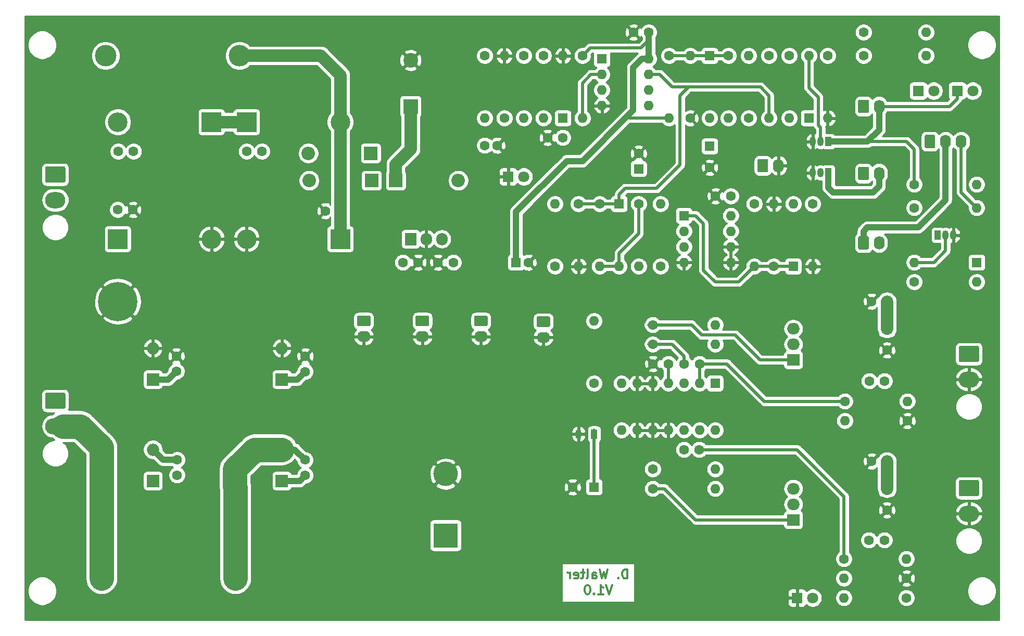
<source format=gbr>
G04 #@! TF.GenerationSoftware,KiCad,Pcbnew,(5.1.9)-1*
G04 #@! TF.CreationDate,2021-08-03T11:41:33+02:00*
G04 #@! TF.ProjectId,12V_6V3_Delay,3132565f-3656-4335-9f44-656c61792e6b,rev?*
G04 #@! TF.SameCoordinates,Original*
G04 #@! TF.FileFunction,Copper,L2,Bot*
G04 #@! TF.FilePolarity,Positive*
%FSLAX46Y46*%
G04 Gerber Fmt 4.6, Leading zero omitted, Abs format (unit mm)*
G04 Created by KiCad (PCBNEW (5.1.9)-1) date 2021-08-03 11:41:33*
%MOMM*%
%LPD*%
G01*
G04 APERTURE LIST*
G04 #@! TA.AperFunction,NonConductor*
%ADD10C,0.300000*%
G04 #@! TD*
G04 #@! TA.AperFunction,ComponentPad*
%ADD11C,0.800000*%
G04 #@! TD*
G04 #@! TA.AperFunction,ComponentPad*
%ADD12C,6.400000*%
G04 #@! TD*
G04 #@! TA.AperFunction,ComponentPad*
%ADD13O,1.740000X2.190000*%
G04 #@! TD*
G04 #@! TA.AperFunction,ComponentPad*
%ADD14C,1.600000*%
G04 #@! TD*
G04 #@! TA.AperFunction,ComponentPad*
%ADD15R,1.600000X1.600000*%
G04 #@! TD*
G04 #@! TA.AperFunction,ComponentPad*
%ADD16C,2.400000*%
G04 #@! TD*
G04 #@! TA.AperFunction,ComponentPad*
%ADD17R,2.400000X2.400000*%
G04 #@! TD*
G04 #@! TA.AperFunction,ComponentPad*
%ADD18O,1.600000X1.600000*%
G04 #@! TD*
G04 #@! TA.AperFunction,ComponentPad*
%ADD19R,1.050000X1.500000*%
G04 #@! TD*
G04 #@! TA.AperFunction,ComponentPad*
%ADD20O,1.050000X1.500000*%
G04 #@! TD*
G04 #@! TA.AperFunction,ComponentPad*
%ADD21C,4.000000*%
G04 #@! TD*
G04 #@! TA.AperFunction,ComponentPad*
%ADD22R,4.000000X4.000000*%
G04 #@! TD*
G04 #@! TA.AperFunction,ComponentPad*
%ADD23O,1.905000X2.000000*%
G04 #@! TD*
G04 #@! TA.AperFunction,ComponentPad*
%ADD24R,1.905000X2.000000*%
G04 #@! TD*
G04 #@! TA.AperFunction,ComponentPad*
%ADD25O,3.300000X2.640000*%
G04 #@! TD*
G04 #@! TA.AperFunction,ComponentPad*
%ADD26O,2.190000X1.740000*%
G04 #@! TD*
G04 #@! TA.AperFunction,ComponentPad*
%ADD27C,3.500120*%
G04 #@! TD*
G04 #@! TA.AperFunction,ComponentPad*
%ADD28C,1.800000*%
G04 #@! TD*
G04 #@! TA.AperFunction,ComponentPad*
%ADD29R,1.800000X1.800000*%
G04 #@! TD*
G04 #@! TA.AperFunction,ComponentPad*
%ADD30O,3.200000X3.200000*%
G04 #@! TD*
G04 #@! TA.AperFunction,ComponentPad*
%ADD31R,3.200000X3.200000*%
G04 #@! TD*
G04 #@! TA.AperFunction,ComponentPad*
%ADD32O,2.000000X2.000000*%
G04 #@! TD*
G04 #@! TA.AperFunction,ComponentPad*
%ADD33R,2.000000X2.000000*%
G04 #@! TD*
G04 #@! TA.AperFunction,ComponentPad*
%ADD34O,2.200000X2.200000*%
G04 #@! TD*
G04 #@! TA.AperFunction,ComponentPad*
%ADD35R,2.200000X2.200000*%
G04 #@! TD*
G04 #@! TA.AperFunction,ComponentPad*
%ADD36O,2.200000X1.740000*%
G04 #@! TD*
G04 #@! TA.AperFunction,ComponentPad*
%ADD37O,2.000000X1.905000*%
G04 #@! TD*
G04 #@! TA.AperFunction,ComponentPad*
%ADD38R,2.000000X1.905000*%
G04 #@! TD*
G04 #@! TA.AperFunction,ViaPad*
%ADD39C,1.500000*%
G04 #@! TD*
G04 #@! TA.AperFunction,Conductor*
%ADD40C,2.000000*%
G04 #@! TD*
G04 #@! TA.AperFunction,Conductor*
%ADD41C,0.500000*%
G04 #@! TD*
G04 #@! TA.AperFunction,Conductor*
%ADD42C,1.000000*%
G04 #@! TD*
G04 #@! TA.AperFunction,Conductor*
%ADD43C,4.000000*%
G04 #@! TD*
G04 #@! TA.AperFunction,Conductor*
%ADD44C,0.254000*%
G04 #@! TD*
G04 #@! TA.AperFunction,Conductor*
%ADD45C,0.100000*%
G04 #@! TD*
G04 APERTURE END LIST*
D10*
X153375714Y-130213571D02*
X153375714Y-128713571D01*
X153018571Y-128713571D01*
X152804285Y-128785000D01*
X152661428Y-128927857D01*
X152590000Y-129070714D01*
X152518571Y-129356428D01*
X152518571Y-129570714D01*
X152590000Y-129856428D01*
X152661428Y-129999285D01*
X152804285Y-130142142D01*
X153018571Y-130213571D01*
X153375714Y-130213571D01*
X151875714Y-130070714D02*
X151804285Y-130142142D01*
X151875714Y-130213571D01*
X151947142Y-130142142D01*
X151875714Y-130070714D01*
X151875714Y-130213571D01*
X150161428Y-128713571D02*
X149804285Y-130213571D01*
X149518571Y-129142142D01*
X149232857Y-130213571D01*
X148875714Y-128713571D01*
X147661428Y-130213571D02*
X147661428Y-129427857D01*
X147732857Y-129285000D01*
X147875714Y-129213571D01*
X148161428Y-129213571D01*
X148304285Y-129285000D01*
X147661428Y-130142142D02*
X147804285Y-130213571D01*
X148161428Y-130213571D01*
X148304285Y-130142142D01*
X148375714Y-129999285D01*
X148375714Y-129856428D01*
X148304285Y-129713571D01*
X148161428Y-129642142D01*
X147804285Y-129642142D01*
X147661428Y-129570714D01*
X146732857Y-130213571D02*
X146875714Y-130142142D01*
X146947142Y-129999285D01*
X146947142Y-128713571D01*
X146375714Y-129213571D02*
X145804285Y-129213571D01*
X146161428Y-128713571D02*
X146161428Y-129999285D01*
X146090000Y-130142142D01*
X145947142Y-130213571D01*
X145804285Y-130213571D01*
X144732857Y-130142142D02*
X144875714Y-130213571D01*
X145161428Y-130213571D01*
X145304285Y-130142142D01*
X145375714Y-129999285D01*
X145375714Y-129427857D01*
X145304285Y-129285000D01*
X145161428Y-129213571D01*
X144875714Y-129213571D01*
X144732857Y-129285000D01*
X144661428Y-129427857D01*
X144661428Y-129570714D01*
X145375714Y-129713571D01*
X144018571Y-130213571D02*
X144018571Y-129213571D01*
X144018571Y-129499285D02*
X143947142Y-129356428D01*
X143875714Y-129285000D01*
X143732857Y-129213571D01*
X143590000Y-129213571D01*
X150875714Y-131263571D02*
X150375714Y-132763571D01*
X149875714Y-131263571D01*
X148590000Y-132763571D02*
X149447142Y-132763571D01*
X149018571Y-132763571D02*
X149018571Y-131263571D01*
X149161428Y-131477857D01*
X149304285Y-131620714D01*
X149447142Y-131692142D01*
X147947142Y-132620714D02*
X147875714Y-132692142D01*
X147947142Y-132763571D01*
X148018571Y-132692142D01*
X147947142Y-132620714D01*
X147947142Y-132763571D01*
X146947142Y-131263571D02*
X146804285Y-131263571D01*
X146661428Y-131335000D01*
X146590000Y-131406428D01*
X146518571Y-131549285D01*
X146447142Y-131835000D01*
X146447142Y-132192142D01*
X146518571Y-132477857D01*
X146590000Y-132620714D01*
X146661428Y-132692142D01*
X146804285Y-132763571D01*
X146947142Y-132763571D01*
X147090000Y-132692142D01*
X147161428Y-132620714D01*
X147232857Y-132477857D01*
X147304285Y-132192142D01*
X147304285Y-131835000D01*
X147232857Y-131549285D01*
X147161428Y-131406428D01*
X147090000Y-131335000D01*
X146947142Y-131263571D01*
D11*
X72182056Y-83392944D03*
X70485000Y-82690000D03*
X68787944Y-83392944D03*
X68085000Y-85090000D03*
X68787944Y-86787056D03*
X70485000Y-87490000D03*
X72182056Y-86787056D03*
X72885000Y-85090000D03*
D12*
X70485000Y-85090000D03*
D13*
X177927000Y-62992000D03*
G04 #@! TA.AperFunction,ComponentPad*
G36*
G01*
X174517000Y-63837001D02*
X174517000Y-62146999D01*
G75*
G02*
X174766999Y-61897000I249999J0D01*
G01*
X176007001Y-61897000D01*
G75*
G02*
X176257000Y-62146999I0J-249999D01*
G01*
X176257000Y-63837001D01*
G75*
G02*
X176007001Y-64087000I-249999J0D01*
G01*
X174766999Y-64087000D01*
G75*
G02*
X174517000Y-63837001I0J249999D01*
G01*
G37*
G04 #@! TD.AperFunction*
D14*
X166751000Y-63317000D03*
D15*
X166751000Y-59817000D03*
D14*
X155194000Y-61000000D03*
D15*
X155194000Y-63500000D03*
D14*
X132175000Y-59690000D03*
X130175000Y-59690000D03*
X195580000Y-119070000D03*
D15*
X195580000Y-115570000D03*
D14*
X195580000Y-93035000D03*
D15*
X195580000Y-89535000D03*
D14*
X144455000Y-115316000D03*
D15*
X147955000Y-115316000D03*
D14*
X137255000Y-78740000D03*
D15*
X135255000Y-78740000D03*
D16*
X118110000Y-45840000D03*
D17*
X118110000Y-53340000D03*
D18*
X210185000Y-81915000D03*
D14*
X200025000Y-81915000D03*
D18*
X167640000Y-106045000D03*
X152400000Y-98425000D03*
X165100000Y-106045000D03*
X154940000Y-98425000D03*
X162560000Y-106045000D03*
X157480000Y-98425000D03*
X160020000Y-106045000D03*
X160020000Y-98425000D03*
X157480000Y-106045000D03*
X162560000Y-98425000D03*
X154940000Y-106045000D03*
X165100000Y-98425000D03*
X152400000Y-106045000D03*
D15*
X167640000Y-98425000D03*
D18*
X210185000Y-69850000D03*
D14*
X200025000Y-69850000D03*
D18*
X210185000Y-66040000D03*
D14*
X200025000Y-66040000D03*
D18*
X177165000Y-69215000D03*
D14*
X177165000Y-79375000D03*
D19*
X203835000Y-74295000D03*
D20*
X206375000Y-74295000D03*
X205105000Y-74295000D03*
D13*
X207645000Y-59055000D03*
X205105000Y-59055000D03*
G04 #@! TA.AperFunction,ComponentPad*
G36*
G01*
X201695000Y-59900001D02*
X201695000Y-58209999D01*
G75*
G02*
X201944999Y-57960000I249999J0D01*
G01*
X203185001Y-57960000D01*
G75*
G02*
X203435000Y-58209999I0J-249999D01*
G01*
X203435000Y-59900001D01*
G75*
G02*
X203185001Y-60150000I-249999J0D01*
G01*
X201944999Y-60150000D01*
G75*
G02*
X201695000Y-59900001I0J249999D01*
G01*
G37*
G04 #@! TD.AperFunction*
D18*
X200025000Y-78740000D03*
D15*
X210185000Y-78740000D03*
D21*
X123825000Y-113190000D03*
D22*
X123825000Y-123190000D03*
D18*
X145415000Y-79375000D03*
D14*
X145415000Y-69215000D03*
D18*
X156845000Y-45593000D03*
X149225000Y-53213000D03*
X156845000Y-48133000D03*
X149225000Y-50673000D03*
X156845000Y-50673000D03*
X149225000Y-48133000D03*
X156845000Y-53213000D03*
D15*
X149225000Y-45593000D03*
D14*
X154345000Y-41275000D03*
X156845000Y-41275000D03*
X195199000Y-98044000D03*
X192699000Y-98044000D03*
D18*
X170180000Y-71120000D03*
X162560000Y-78740000D03*
X170180000Y-73660000D03*
X162560000Y-76200000D03*
X170180000Y-76200000D03*
X162560000Y-73660000D03*
X170180000Y-78740000D03*
D15*
X162560000Y-71120000D03*
D23*
X123190000Y-74930000D03*
X120650000Y-74930000D03*
D24*
X118110000Y-74930000D03*
D18*
X201930000Y-41275000D03*
D14*
X191770000Y-41275000D03*
D18*
X201930000Y-45085000D03*
D14*
X191770000Y-45085000D03*
D18*
X185928000Y-55245000D03*
D14*
X185928000Y-45085000D03*
D18*
X183515000Y-79375000D03*
D14*
X183515000Y-69215000D03*
D18*
X179705000Y-55245000D03*
D14*
X179705000Y-45085000D03*
D18*
X173990000Y-79375000D03*
D14*
X173990000Y-69215000D03*
D18*
X176403000Y-55245000D03*
D14*
X176403000Y-45085000D03*
D18*
X158750000Y-69215000D03*
D14*
X158750000Y-79375000D03*
D18*
X173101000Y-45085000D03*
D14*
X173101000Y-55245000D03*
D19*
X186055000Y-59055000D03*
D20*
X183515000Y-59055000D03*
X184785000Y-59055000D03*
D19*
X186055000Y-64135000D03*
D20*
X183515000Y-64135000D03*
X184785000Y-64135000D03*
D13*
X194310000Y-53340000D03*
G04 #@! TA.AperFunction,ComponentPad*
G36*
G01*
X190900000Y-54185001D02*
X190900000Y-52494999D01*
G75*
G02*
X191149999Y-52245000I249999J0D01*
G01*
X192390001Y-52245000D01*
G75*
G02*
X192640000Y-52494999I0J-249999D01*
G01*
X192640000Y-54185001D01*
G75*
G02*
X192390001Y-54435000I-249999J0D01*
G01*
X191149999Y-54435000D01*
G75*
G02*
X190900000Y-54185001I0J249999D01*
G01*
G37*
G04 #@! TD.AperFunction*
X194310000Y-75565000D03*
G04 #@! TA.AperFunction,ComponentPad*
G36*
G01*
X190900000Y-76410001D02*
X190900000Y-74719999D01*
G75*
G02*
X191149999Y-74470000I249999J0D01*
G01*
X192390001Y-74470000D01*
G75*
G02*
X192640000Y-74719999I0J-249999D01*
G01*
X192640000Y-76410001D01*
G75*
G02*
X192390001Y-76660000I-249999J0D01*
G01*
X191149999Y-76660000D01*
G75*
G02*
X190900000Y-76410001I0J249999D01*
G01*
G37*
G04 #@! TD.AperFunction*
X194310000Y-64262000D03*
G04 #@! TA.AperFunction,ComponentPad*
G36*
G01*
X190900000Y-65107001D02*
X190900000Y-63416999D01*
G75*
G02*
X191149999Y-63167000I249999J0D01*
G01*
X192390001Y-63167000D01*
G75*
G02*
X192640000Y-63416999I0J-249999D01*
G01*
X192640000Y-65107001D01*
G75*
G02*
X192390001Y-65357000I-249999J0D01*
G01*
X191149999Y-65357000D01*
G75*
G02*
X190900000Y-65107001I0J249999D01*
G01*
G37*
G04 #@! TD.AperFunction*
D25*
X208915000Y-97790000D03*
G04 #@! TA.AperFunction,ComponentPad*
G36*
G01*
X207265000Y-94720000D02*
X207265000Y-92580000D01*
G75*
G02*
X207515000Y-92330000I250000J0D01*
G01*
X210315000Y-92330000D01*
G75*
G02*
X210565000Y-92580000I0J-250000D01*
G01*
X210565000Y-94720000D01*
G75*
G02*
X210315000Y-94970000I-250000J0D01*
G01*
X207515000Y-94970000D01*
G75*
G02*
X207265000Y-94720000I0J250000D01*
G01*
G37*
G04 #@! TD.AperFunction*
X208915000Y-119634000D03*
G04 #@! TA.AperFunction,ComponentPad*
G36*
G01*
X207265000Y-116564000D02*
X207265000Y-114424000D01*
G75*
G02*
X207515000Y-114174000I250000J0D01*
G01*
X210315000Y-114174000D01*
G75*
G02*
X210565000Y-114424000I0J-250000D01*
G01*
X210565000Y-116564000D01*
G75*
G02*
X210315000Y-116814000I-250000J0D01*
G01*
X207515000Y-116814000D01*
G75*
G02*
X207265000Y-116564000I0J250000D01*
G01*
G37*
G04 #@! TD.AperFunction*
D26*
X139700000Y-90932000D03*
G04 #@! TA.AperFunction,ComponentPad*
G36*
G01*
X138854999Y-87522000D02*
X140545001Y-87522000D01*
G75*
G02*
X140795000Y-87771999I0J-249999D01*
G01*
X140795000Y-89012001D01*
G75*
G02*
X140545001Y-89262000I-249999J0D01*
G01*
X138854999Y-89262000D01*
G75*
G02*
X138605000Y-89012001I0J249999D01*
G01*
X138605000Y-87771999D01*
G75*
G02*
X138854999Y-87522000I249999J0D01*
G01*
G37*
G04 #@! TD.AperFunction*
X129540000Y-90805000D03*
G04 #@! TA.AperFunction,ComponentPad*
G36*
G01*
X128694999Y-87395000D02*
X130385001Y-87395000D01*
G75*
G02*
X130635000Y-87644999I0J-249999D01*
G01*
X130635000Y-88885001D01*
G75*
G02*
X130385001Y-89135000I-249999J0D01*
G01*
X128694999Y-89135000D01*
G75*
G02*
X128445000Y-88885001I0J249999D01*
G01*
X128445000Y-87644999D01*
G75*
G02*
X128694999Y-87395000I249999J0D01*
G01*
G37*
G04 #@! TD.AperFunction*
D27*
X67856100Y-130175000D03*
X89623900Y-130175000D03*
D28*
X209550000Y-50800000D03*
D29*
X207010000Y-50800000D03*
D28*
X203200000Y-50800000D03*
D29*
X200660000Y-50800000D03*
D18*
X182880000Y-45085000D03*
D15*
X182880000Y-55245000D03*
D18*
X180340000Y-69215000D03*
D15*
X180340000Y-79375000D03*
D18*
X166751000Y-55245000D03*
D15*
X166751000Y-45085000D03*
D18*
X152019000Y-79375000D03*
D15*
X152019000Y-69215000D03*
D18*
X142875000Y-45085000D03*
D15*
X142875000Y-55245000D03*
D28*
X183515000Y-133350000D03*
D29*
X180975000Y-133350000D03*
D19*
X147955000Y-106680000D03*
D20*
X145415000Y-106680000D03*
D30*
X70485000Y-55880000D03*
D31*
X85725000Y-55880000D03*
D30*
X106680000Y-55880000D03*
D31*
X91440000Y-55880000D03*
D30*
X85725000Y-74930000D03*
D31*
X70485000Y-74930000D03*
D32*
X97155000Y-109220000D03*
D33*
X97155000Y-114300000D03*
D32*
X76200000Y-92710000D03*
D33*
X76200000Y-97790000D03*
D32*
X97155000Y-92710000D03*
D33*
X97155000Y-97790000D03*
D34*
X101600000Y-65405000D03*
D35*
X111760000Y-65405000D03*
D34*
X101473000Y-60960000D03*
D35*
X111633000Y-60960000D03*
D34*
X125857000Y-65405000D03*
D35*
X115697000Y-65405000D03*
D30*
X91440000Y-74930000D03*
D31*
X106680000Y-74930000D03*
D14*
X140375000Y-58420000D03*
X142875000Y-58420000D03*
X167680000Y-67945000D03*
X170180000Y-67945000D03*
X195580000Y-111125000D03*
X193080000Y-111125000D03*
X195580000Y-85090000D03*
X193080000Y-85090000D03*
X195159000Y-123952000D03*
X192659000Y-123952000D03*
X70548500Y-60642500D03*
X73048500Y-60642500D03*
X91440000Y-60642500D03*
X93940000Y-60642500D03*
X70461500Y-70167500D03*
X72961500Y-70167500D03*
X122555000Y-78740000D03*
X125055000Y-78740000D03*
D18*
X155194000Y-79375000D03*
D14*
X155194000Y-69215000D03*
D28*
X136525000Y-64770000D03*
D29*
X133985000Y-64770000D03*
D18*
X169799000Y-55245000D03*
D14*
X169799000Y-45085000D03*
D27*
X90258900Y-45085000D03*
X68491100Y-45085000D03*
D18*
X148844000Y-79375000D03*
D14*
X148844000Y-69215000D03*
D18*
X163576000Y-45085000D03*
D14*
X163576000Y-55245000D03*
D18*
X160147000Y-55245000D03*
D14*
X160147000Y-45085000D03*
D18*
X139700000Y-55245000D03*
D14*
X139700000Y-45085000D03*
D18*
X136525000Y-55245000D03*
D14*
X136525000Y-45085000D03*
D18*
X133350000Y-45085000D03*
D14*
X133350000Y-55245000D03*
D18*
X130175000Y-55245000D03*
D14*
X130175000Y-45085000D03*
D18*
X146050000Y-55245000D03*
D14*
X146050000Y-45085000D03*
D18*
X188595000Y-133350000D03*
D14*
X198755000Y-133350000D03*
D18*
X188595000Y-130175000D03*
D14*
X198755000Y-130175000D03*
D36*
X110490000Y-90805000D03*
G04 #@! TA.AperFunction,ComponentPad*
G36*
G01*
X109639999Y-87395000D02*
X111340001Y-87395000D01*
G75*
G02*
X111590000Y-87644999I0J-249999D01*
G01*
X111590000Y-88885001D01*
G75*
G02*
X111340001Y-89135000I-249999J0D01*
G01*
X109639999Y-89135000D01*
G75*
G02*
X109390000Y-88885001I0J249999D01*
G01*
X109390000Y-87644999D01*
G75*
G02*
X109639999Y-87395000I249999J0D01*
G01*
G37*
G04 #@! TD.AperFunction*
D32*
X76200000Y-109220000D03*
D33*
X76200000Y-114300000D03*
D14*
X165060000Y-109220000D03*
X162560000Y-109220000D03*
X165100000Y-95250000D03*
X162600000Y-95250000D03*
X160020000Y-95250000D03*
X157520000Y-95250000D03*
D37*
X180340000Y-115570000D03*
X180340000Y-118110000D03*
D38*
X180340000Y-120650000D03*
D37*
X180340000Y-89535000D03*
X180340000Y-92075000D03*
D38*
X180340000Y-94615000D03*
D18*
X198755000Y-127000000D03*
D14*
X188595000Y-127000000D03*
D18*
X188722000Y-104521000D03*
D14*
X198882000Y-104521000D03*
D18*
X198882000Y-101346000D03*
D14*
X188722000Y-101346000D03*
D18*
X167640000Y-115570000D03*
D14*
X157480000Y-115570000D03*
D18*
X167640000Y-88900000D03*
D14*
X157480000Y-88900000D03*
D18*
X167640000Y-112395000D03*
D14*
X157480000Y-112395000D03*
D18*
X167640000Y-92075000D03*
D14*
X157480000Y-92075000D03*
D18*
X141605000Y-69215000D03*
D14*
X141605000Y-79375000D03*
D18*
X147955000Y-88265000D03*
D14*
X147955000Y-98425000D03*
D25*
X60325000Y-105410000D03*
G04 #@! TA.AperFunction,ComponentPad*
G36*
G01*
X58675000Y-102340000D02*
X58675000Y-100200000D01*
G75*
G02*
X58925000Y-99950000I250000J0D01*
G01*
X61725000Y-99950000D01*
G75*
G02*
X61975000Y-100200000I0J-250000D01*
G01*
X61975000Y-102340000D01*
G75*
G02*
X61725000Y-102590000I-250000J0D01*
G01*
X58925000Y-102590000D01*
G75*
G02*
X58675000Y-102340000I0J250000D01*
G01*
G37*
G04 #@! TD.AperFunction*
D36*
X120015000Y-90805000D03*
G04 #@! TA.AperFunction,ComponentPad*
G36*
G01*
X119164999Y-87395000D02*
X120865001Y-87395000D01*
G75*
G02*
X121115000Y-87644999I0J-249999D01*
G01*
X121115000Y-88885001D01*
G75*
G02*
X120865001Y-89135000I-249999J0D01*
G01*
X119164999Y-89135000D01*
G75*
G02*
X118915000Y-88885001I0J249999D01*
G01*
X118915000Y-87644999D01*
G75*
G02*
X119164999Y-87395000I249999J0D01*
G01*
G37*
G04 #@! TD.AperFunction*
D25*
X60325000Y-68580000D03*
G04 #@! TA.AperFunction,ComponentPad*
G36*
G01*
X58675000Y-65510000D02*
X58675000Y-63370000D01*
G75*
G02*
X58925000Y-63120000I250000J0D01*
G01*
X61725000Y-63120000D01*
G75*
G02*
X61975000Y-63370000I0J-250000D01*
G01*
X61975000Y-65510000D01*
G75*
G02*
X61725000Y-65760000I-250000J0D01*
G01*
X58925000Y-65760000D01*
G75*
G02*
X58675000Y-65510000I0J250000D01*
G01*
G37*
G04 #@! TD.AperFunction*
D14*
X80137000Y-110871000D03*
X80137000Y-113371000D03*
X100965000Y-113411000D03*
X100965000Y-110911000D03*
X104243500Y-70358000D03*
X106743500Y-70358000D03*
X80010000Y-96480000D03*
X80010000Y-93980000D03*
X100965000Y-94020000D03*
X100965000Y-96520000D03*
X119340000Y-78740000D03*
X116840000Y-78740000D03*
D39*
X153035000Y-110490000D03*
X179705000Y-58420000D03*
X123825000Y-127635000D03*
X156210000Y-133350000D03*
X140970000Y-106045000D03*
X86360000Y-109220000D03*
X86360000Y-95250000D03*
X85090000Y-84455000D03*
X62230000Y-84455000D03*
X79375000Y-45720000D03*
X78740000Y-130175000D03*
X111760000Y-74930000D03*
X133350000Y-48895000D03*
X139700000Y-48895000D03*
X163576000Y-47879000D03*
X179705000Y-49530000D03*
X101600000Y-133350000D03*
X183007000Y-104140000D03*
X124460000Y-84455000D03*
X123825000Y-60960000D03*
X137668000Y-58547000D03*
X113030000Y-98425000D03*
X130175000Y-98425000D03*
X105410000Y-106045000D03*
X99060000Y-49530000D03*
X85471000Y-65913000D03*
X175260000Y-127000000D03*
X173101000Y-39624000D03*
X196850000Y-45085000D03*
X139700000Y-39624000D03*
X97282000Y-62484000D03*
X61595000Y-123317000D03*
X177165000Y-75565000D03*
X172720000Y-58420000D03*
X155575000Y-76200000D03*
X163830000Y-115570000D03*
X163830000Y-92075000D03*
X165735000Y-102235000D03*
X153035000Y-92075000D03*
X200279000Y-112776000D03*
X149225000Y-63500000D03*
X187960000Y-75565000D03*
X188595000Y-61976000D03*
X197485000Y-75565000D03*
X197485000Y-64135000D03*
X212090000Y-54610000D03*
X212090000Y-75565000D03*
X186690000Y-85725000D03*
X172720000Y-85725000D03*
X188595000Y-93472000D03*
X202311000Y-96520000D03*
X185039000Y-120904000D03*
X181610000Y-127000000D03*
X141605000Y-74930000D03*
X140843000Y-98425000D03*
X105410000Y-98425000D03*
X79756000Y-65786000D03*
X166878000Y-133350000D03*
X123825000Y-132715000D03*
X209042000Y-86106000D03*
X209042000Y-106807000D03*
X193675000Y-104394000D03*
X130175000Y-74930000D03*
X104140000Y-84455000D03*
D40*
X118110000Y-53340000D02*
X118110000Y-60325000D01*
X115697000Y-62738000D02*
X115697000Y-65405000D01*
X118110000Y-60325000D02*
X115697000Y-62738000D01*
D41*
X160020000Y-95250000D02*
X160020000Y-98425000D01*
D42*
X191770000Y-73660000D02*
X191770000Y-75565000D01*
X192405000Y-73025000D02*
X191770000Y-73660000D01*
X200660000Y-73025000D02*
X192405000Y-73025000D01*
X205105000Y-68580000D02*
X200660000Y-73025000D01*
X205105000Y-59055000D02*
X205105000Y-68580000D01*
X154305000Y-46990000D02*
X154305000Y-53975000D01*
X155702000Y-45593000D02*
X154305000Y-46990000D01*
X156845000Y-45593000D02*
X155702000Y-45593000D01*
D41*
X155575000Y-43815000D02*
X156845000Y-42545000D01*
X146050000Y-45085000D02*
X147320000Y-43815000D01*
D42*
X156845000Y-42545000D02*
X156845000Y-41275000D01*
D41*
X147320000Y-43815000D02*
X155575000Y-43815000D01*
D42*
X156845000Y-45593000D02*
X156845000Y-42545000D01*
D41*
X153670000Y-55245000D02*
X153352500Y-54927500D01*
X160147000Y-55245000D02*
X153670000Y-55245000D01*
D42*
X154305000Y-53975000D02*
X153352500Y-54927500D01*
X146050000Y-62230000D02*
X143510000Y-62230000D01*
X153352500Y-54927500D02*
X146050000Y-62230000D01*
X135255000Y-70485000D02*
X143510000Y-62230000D01*
X135255000Y-78740000D02*
X135255000Y-70485000D01*
D43*
X92710000Y-109220000D02*
X97155000Y-109220000D01*
X89535000Y-115247987D02*
X89535000Y-112395000D01*
X89623900Y-130175000D02*
X89623900Y-115336887D01*
X89535000Y-112395000D02*
X92710000Y-109220000D01*
X89623900Y-115336887D02*
X89535000Y-115247987D01*
D42*
X99695000Y-97790000D02*
X97155000Y-97790000D01*
X100965000Y-96520000D02*
X99695000Y-97790000D01*
X99274000Y-109220000D02*
X100965000Y-110911000D01*
X97155000Y-109220000D02*
X99274000Y-109220000D01*
D40*
X106680000Y-74930000D02*
X106680000Y-55880000D01*
X90258900Y-45085000D02*
X103505000Y-45085000D01*
X106680000Y-48260000D02*
X106680000Y-55880000D01*
X103505000Y-45085000D02*
X106680000Y-48260000D01*
D41*
X174942500Y-94615000D02*
X179705000Y-94615000D01*
X165481000Y-90551000D02*
X170878500Y-90551000D01*
X170878500Y-90551000D02*
X174942500Y-94615000D01*
X163830000Y-88900000D02*
X165481000Y-90551000D01*
X156845000Y-88900000D02*
X163830000Y-88900000D01*
X159385000Y-115570000D02*
X157480000Y-115570000D01*
X164465000Y-120650000D02*
X159385000Y-115570000D01*
X180340000Y-120650000D02*
X164465000Y-120650000D01*
D40*
X195580000Y-89535000D02*
X195580000Y-85090000D01*
D42*
X78700000Y-97790000D02*
X80010000Y-96480000D01*
X76200000Y-97790000D02*
X78700000Y-97790000D01*
X77851000Y-110871000D02*
X76200000Y-109220000D01*
X80137000Y-110871000D02*
X77851000Y-110871000D01*
D40*
X85725000Y-55880000D02*
X91440000Y-55880000D01*
D42*
X100076000Y-114300000D02*
X100965000Y-113411000D01*
X97155000Y-114300000D02*
X100076000Y-114300000D01*
D41*
X147955000Y-106680000D02*
X147955000Y-106045000D01*
X147955000Y-115316000D02*
X147955000Y-109728000D01*
X147955000Y-109728000D02*
X147955000Y-106680000D01*
X147955000Y-109855000D02*
X147955000Y-109728000D01*
X165100000Y-98425000D02*
X165100000Y-95250000D01*
X169545000Y-95250000D02*
X165100000Y-95250000D01*
X174625000Y-100330000D02*
X174117000Y-99822000D01*
X174371000Y-100076000D02*
X174117000Y-99822000D01*
X175641000Y-101346000D02*
X173609000Y-99314000D01*
X188722000Y-101346000D02*
X175641000Y-101346000D01*
X173609000Y-99314000D02*
X169545000Y-95250000D01*
X174117000Y-99822000D02*
X173609000Y-99314000D01*
X156845000Y-92075000D02*
X160655000Y-92075000D01*
X162600000Y-94020000D02*
X162600000Y-95250000D01*
X160655000Y-92075000D02*
X162600000Y-94020000D01*
X188595000Y-116840000D02*
X188595000Y-127000000D01*
X180975000Y-109220000D02*
X188595000Y-116840000D01*
X165060000Y-109220000D02*
X180975000Y-109220000D01*
D40*
X195580000Y-115570000D02*
X195580000Y-111125000D01*
D41*
X149225000Y-48133000D02*
X147447000Y-48133000D01*
X146050000Y-49530000D02*
X146050000Y-55245000D01*
X147447000Y-48133000D02*
X146050000Y-49530000D01*
X148844000Y-79375000D02*
X152019000Y-79375000D01*
X152019000Y-79375000D02*
X152019000Y-77216000D01*
X155194000Y-74041000D02*
X155194000Y-69215000D01*
X152019000Y-77216000D02*
X155194000Y-74041000D01*
X176403000Y-51562000D02*
X176403000Y-55245000D01*
X175006000Y-50165000D02*
X176403000Y-51562000D01*
X156845000Y-48133000D02*
X158623000Y-48133000D01*
X158623000Y-48133000D02*
X160655000Y-50165000D01*
X163322000Y-50165000D02*
X175006000Y-50165000D01*
X148844000Y-69215000D02*
X152019000Y-69215000D01*
X145415000Y-69215000D02*
X148844000Y-69215000D01*
X152019000Y-67691000D02*
X152019000Y-69215000D01*
X153035000Y-66675000D02*
X152019000Y-67691000D01*
X158115000Y-66675000D02*
X153035000Y-66675000D01*
X161925000Y-62865000D02*
X158115000Y-66675000D01*
X161925000Y-51562000D02*
X161925000Y-62865000D01*
X163322000Y-50165000D02*
X161925000Y-51562000D01*
X160655000Y-50165000D02*
X163322000Y-50165000D01*
X160147000Y-45085000D02*
X169799000Y-45085000D01*
X173990000Y-79375000D02*
X180340000Y-79375000D01*
X171450000Y-81915000D02*
X173990000Y-79375000D01*
X167640000Y-81915000D02*
X171450000Y-81915000D01*
X165735000Y-80010000D02*
X167640000Y-81915000D01*
X164465000Y-71120000D02*
X165735000Y-72390000D01*
X165735000Y-72390000D02*
X165735000Y-80010000D01*
X162560000Y-71120000D02*
X164465000Y-71120000D01*
X184404000Y-56388000D02*
X184785000Y-56769000D01*
X184785000Y-56769000D02*
X184785000Y-59055000D01*
X184404000Y-51816000D02*
X184404000Y-56388000D01*
X182880000Y-50292000D02*
X184404000Y-51816000D01*
X182880000Y-45085000D02*
X182880000Y-50292000D01*
D42*
X194310000Y-66357000D02*
X194310000Y-64262000D01*
X193357000Y-67310000D02*
X194310000Y-66357000D01*
D41*
X203200000Y-78740000D02*
X200025000Y-78740000D01*
X205105000Y-76835000D02*
X203200000Y-78740000D01*
X205105000Y-74295000D02*
X205105000Y-76835000D01*
D42*
X193357000Y-67310000D02*
X186817000Y-67310000D01*
X186055000Y-66548000D02*
X186055000Y-64135000D01*
X186817000Y-67310000D02*
X186055000Y-66548000D01*
X186055000Y-59055000D02*
X192405000Y-59055000D01*
X194310000Y-57150000D02*
X194310000Y-53340000D01*
X192405000Y-59055000D02*
X194310000Y-57150000D01*
D41*
X200025000Y-66040000D02*
X200025000Y-60325000D01*
X198755000Y-59055000D02*
X192405000Y-59055000D01*
X200025000Y-60325000D02*
X198755000Y-59055000D01*
X205740000Y-53340000D02*
X194310000Y-53340000D01*
X207010000Y-52070000D02*
X205740000Y-53340000D01*
X207010000Y-50800000D02*
X207010000Y-52070000D01*
D43*
X67856100Y-130175000D02*
X67856100Y-108877100D01*
X64389000Y-105410000D02*
X61595000Y-105410000D01*
X67856100Y-108877100D02*
X64389000Y-105410000D01*
D41*
X207645000Y-67310000D02*
X210185000Y-69850000D01*
X207645000Y-59055000D02*
X207645000Y-67310000D01*
D44*
X213793000Y-136978000D02*
X55427000Y-136978000D01*
X55427000Y-132010886D01*
X55803000Y-132010886D01*
X55803000Y-132479114D01*
X55894347Y-132938345D01*
X56073530Y-133370932D01*
X56333664Y-133760249D01*
X56664751Y-134091336D01*
X57054068Y-134351470D01*
X57486655Y-134530653D01*
X57945886Y-134622000D01*
X58414114Y-134622000D01*
X58873345Y-134530653D01*
X59305932Y-134351470D01*
X59457792Y-134250000D01*
X179436928Y-134250000D01*
X179449188Y-134374482D01*
X179485498Y-134494180D01*
X179544463Y-134604494D01*
X179623815Y-134701185D01*
X179720506Y-134780537D01*
X179830820Y-134839502D01*
X179950518Y-134875812D01*
X180075000Y-134888072D01*
X180689250Y-134885000D01*
X180848000Y-134726250D01*
X180848000Y-133477000D01*
X179598750Y-133477000D01*
X179440000Y-133635750D01*
X179436928Y-134250000D01*
X59457792Y-134250000D01*
X59695249Y-134091336D01*
X60026336Y-133760249D01*
X60286470Y-133370932D01*
X60465653Y-132938345D01*
X60557000Y-132479114D01*
X60557000Y-132010886D01*
X60465653Y-131551655D01*
X60286470Y-131119068D01*
X60026336Y-130729751D01*
X59695249Y-130398664D01*
X59305932Y-130138530D01*
X58873345Y-129959347D01*
X58414114Y-129868000D01*
X57945886Y-129868000D01*
X57486655Y-129959347D01*
X57054068Y-130138530D01*
X56664751Y-130398664D01*
X56333664Y-130729751D01*
X56073530Y-131119068D01*
X55894347Y-131551655D01*
X55803000Y-132010886D01*
X55427000Y-132010886D01*
X55427000Y-105410000D01*
X58038580Y-105410000D01*
X58076172Y-105791679D01*
X58187504Y-106158690D01*
X58368296Y-106496929D01*
X58611602Y-106793398D01*
X58908071Y-107036704D01*
X59246310Y-107217496D01*
X59613321Y-107328828D01*
X59816522Y-107348841D01*
X60128456Y-107604839D01*
X60181142Y-107633000D01*
X60106645Y-107633000D01*
X59678325Y-107718198D01*
X59274857Y-107885320D01*
X58911745Y-108127944D01*
X58602944Y-108436745D01*
X58360320Y-108799857D01*
X58193198Y-109203325D01*
X58108000Y-109631645D01*
X58108000Y-110068355D01*
X58193198Y-110496675D01*
X58360320Y-110900143D01*
X58602944Y-111263255D01*
X58911745Y-111572056D01*
X59274857Y-111814680D01*
X59678325Y-111981802D01*
X60106645Y-112067000D01*
X60543355Y-112067000D01*
X60971675Y-111981802D01*
X61375143Y-111814680D01*
X61738255Y-111572056D01*
X62047056Y-111263255D01*
X62289680Y-110900143D01*
X62456802Y-110496675D01*
X62542000Y-110068355D01*
X62542000Y-109631645D01*
X62456802Y-109203325D01*
X62289680Y-108799857D01*
X62047056Y-108436745D01*
X61738255Y-108127944D01*
X61602148Y-108037000D01*
X63300862Y-108037000D01*
X65229101Y-109965240D01*
X65229100Y-130304047D01*
X65267111Y-130689981D01*
X65417326Y-131185172D01*
X65661261Y-131641543D01*
X65989543Y-132041557D01*
X66389556Y-132369839D01*
X66845927Y-132613774D01*
X67341118Y-132763989D01*
X67856100Y-132814710D01*
X68371081Y-132763989D01*
X68866272Y-132613774D01*
X69322643Y-132369839D01*
X69722657Y-132041557D01*
X70050939Y-131641544D01*
X70294874Y-131185173D01*
X70445089Y-130689982D01*
X70483100Y-130304048D01*
X70483100Y-113300000D01*
X74569967Y-113300000D01*
X74569967Y-115300000D01*
X74582073Y-115422913D01*
X74617925Y-115541103D01*
X74676147Y-115650028D01*
X74754499Y-115745501D01*
X74849972Y-115823853D01*
X74958897Y-115882075D01*
X75077087Y-115917927D01*
X75200000Y-115930033D01*
X77200000Y-115930033D01*
X77322913Y-115917927D01*
X77441103Y-115882075D01*
X77550028Y-115823853D01*
X77645501Y-115745501D01*
X77723853Y-115650028D01*
X77782075Y-115541103D01*
X77817927Y-115422913D01*
X77830033Y-115300000D01*
X77830033Y-113300000D01*
X77817927Y-113177087D01*
X77782075Y-113058897D01*
X77723853Y-112949972D01*
X77645501Y-112854499D01*
X77550028Y-112776147D01*
X77441103Y-112717925D01*
X77322913Y-112682073D01*
X77200000Y-112669967D01*
X75200000Y-112669967D01*
X75077087Y-112682073D01*
X74958897Y-112717925D01*
X74849972Y-112776147D01*
X74754499Y-112854499D01*
X74676147Y-112949972D01*
X74617925Y-113058897D01*
X74582073Y-113177087D01*
X74569967Y-113300000D01*
X70483100Y-113300000D01*
X70483100Y-109059755D01*
X74573000Y-109059755D01*
X74573000Y-109380245D01*
X74635525Y-109694578D01*
X74758172Y-109990673D01*
X74936227Y-110257152D01*
X75162848Y-110483773D01*
X75429327Y-110661828D01*
X75725422Y-110784475D01*
X76039755Y-110847000D01*
X76233181Y-110847000D01*
X77014945Y-111628764D01*
X77050235Y-111671765D01*
X77093236Y-111707055D01*
X77093239Y-111707058D01*
X77221843Y-111812600D01*
X77417629Y-111917250D01*
X77630069Y-111981693D01*
X77851000Y-112003453D01*
X77906364Y-111998000D01*
X79255141Y-111998000D01*
X79439225Y-112121000D01*
X79227340Y-112262576D01*
X79028576Y-112461340D01*
X78872409Y-112695062D01*
X78764838Y-112954759D01*
X78710000Y-113230453D01*
X78710000Y-113511547D01*
X78764838Y-113787241D01*
X78872409Y-114046938D01*
X79028576Y-114280660D01*
X79227340Y-114479424D01*
X79461062Y-114635591D01*
X79720759Y-114743162D01*
X79996453Y-114798000D01*
X80277547Y-114798000D01*
X80553241Y-114743162D01*
X80812938Y-114635591D01*
X81046660Y-114479424D01*
X81245424Y-114280660D01*
X81401591Y-114046938D01*
X81509162Y-113787241D01*
X81564000Y-113511547D01*
X81564000Y-113230453D01*
X81509162Y-112954759D01*
X81401591Y-112695062D01*
X81245424Y-112461340D01*
X81179084Y-112395000D01*
X86895290Y-112395000D01*
X86908000Y-112524045D01*
X86908000Y-115118942D01*
X86895290Y-115247987D01*
X86908000Y-115377032D01*
X86908000Y-115377034D01*
X86946011Y-115762968D01*
X86996901Y-115930729D01*
X86996900Y-130304047D01*
X87034911Y-130689981D01*
X87185126Y-131185172D01*
X87429061Y-131641543D01*
X87757343Y-132041557D01*
X88157356Y-132369839D01*
X88613727Y-132613774D01*
X89108918Y-132763989D01*
X89623900Y-132814710D01*
X90138881Y-132763989D01*
X90634072Y-132613774D01*
X91090443Y-132369839D01*
X91490457Y-132041557D01*
X91818739Y-131641544D01*
X92062674Y-131185173D01*
X92212889Y-130689982D01*
X92250900Y-130304048D01*
X92250900Y-127753000D01*
X142670143Y-127753000D01*
X142670143Y-134107000D01*
X154509857Y-134107000D01*
X154509857Y-132450000D01*
X179436928Y-132450000D01*
X179440000Y-133064250D01*
X179598750Y-133223000D01*
X180848000Y-133223000D01*
X180848000Y-131973750D01*
X181102000Y-131973750D01*
X181102000Y-133223000D01*
X181122000Y-133223000D01*
X181122000Y-133477000D01*
X181102000Y-133477000D01*
X181102000Y-134726250D01*
X181260750Y-134885000D01*
X181875000Y-134888072D01*
X181999482Y-134875812D01*
X182119180Y-134839502D01*
X182229494Y-134780537D01*
X182326185Y-134701185D01*
X182405537Y-134604494D01*
X182464502Y-134494180D01*
X182472688Y-134467193D01*
X182541594Y-134536099D01*
X182791694Y-134703210D01*
X183069590Y-134818319D01*
X183364604Y-134877000D01*
X183665396Y-134877000D01*
X183960410Y-134818319D01*
X184238306Y-134703210D01*
X184488406Y-134536099D01*
X184701099Y-134323406D01*
X184868210Y-134073306D01*
X184983319Y-133795410D01*
X185042000Y-133500396D01*
X185042000Y-133209453D01*
X187168000Y-133209453D01*
X187168000Y-133490547D01*
X187222838Y-133766241D01*
X187330409Y-134025938D01*
X187486576Y-134259660D01*
X187685340Y-134458424D01*
X187919062Y-134614591D01*
X188178759Y-134722162D01*
X188454453Y-134777000D01*
X188735547Y-134777000D01*
X189011241Y-134722162D01*
X189270938Y-134614591D01*
X189504660Y-134458424D01*
X189703424Y-134259660D01*
X189859591Y-134025938D01*
X189967162Y-133766241D01*
X190022000Y-133490547D01*
X190022000Y-133209453D01*
X197328000Y-133209453D01*
X197328000Y-133490547D01*
X197382838Y-133766241D01*
X197490409Y-134025938D01*
X197646576Y-134259660D01*
X197845340Y-134458424D01*
X198079062Y-134614591D01*
X198338759Y-134722162D01*
X198614453Y-134777000D01*
X198895547Y-134777000D01*
X199171241Y-134722162D01*
X199430938Y-134614591D01*
X199664660Y-134458424D01*
X199863424Y-134259660D01*
X200019591Y-134025938D01*
X200127162Y-133766241D01*
X200182000Y-133490547D01*
X200182000Y-133209453D01*
X200127162Y-132933759D01*
X200019591Y-132674062D01*
X199863424Y-132440340D01*
X199664660Y-132241576D01*
X199430938Y-132085409D01*
X199251026Y-132010886D01*
X208663000Y-132010886D01*
X208663000Y-132479114D01*
X208754347Y-132938345D01*
X208933530Y-133370932D01*
X209193664Y-133760249D01*
X209524751Y-134091336D01*
X209914068Y-134351470D01*
X210346655Y-134530653D01*
X210805886Y-134622000D01*
X211274114Y-134622000D01*
X211733345Y-134530653D01*
X212165932Y-134351470D01*
X212555249Y-134091336D01*
X212886336Y-133760249D01*
X213146470Y-133370932D01*
X213325653Y-132938345D01*
X213417000Y-132479114D01*
X213417000Y-132010886D01*
X213325653Y-131551655D01*
X213146470Y-131119068D01*
X212886336Y-130729751D01*
X212555249Y-130398664D01*
X212165932Y-130138530D01*
X211733345Y-129959347D01*
X211274114Y-129868000D01*
X210805886Y-129868000D01*
X210346655Y-129959347D01*
X209914068Y-130138530D01*
X209524751Y-130398664D01*
X209193664Y-130729751D01*
X208933530Y-131119068D01*
X208754347Y-131551655D01*
X208663000Y-132010886D01*
X199251026Y-132010886D01*
X199171241Y-131977838D01*
X198895547Y-131923000D01*
X198614453Y-131923000D01*
X198338759Y-131977838D01*
X198079062Y-132085409D01*
X197845340Y-132241576D01*
X197646576Y-132440340D01*
X197490409Y-132674062D01*
X197382838Y-132933759D01*
X197328000Y-133209453D01*
X190022000Y-133209453D01*
X189967162Y-132933759D01*
X189859591Y-132674062D01*
X189703424Y-132440340D01*
X189504660Y-132241576D01*
X189270938Y-132085409D01*
X189011241Y-131977838D01*
X188735547Y-131923000D01*
X188454453Y-131923000D01*
X188178759Y-131977838D01*
X187919062Y-132085409D01*
X187685340Y-132241576D01*
X187486576Y-132440340D01*
X187330409Y-132674062D01*
X187222838Y-132933759D01*
X187168000Y-133209453D01*
X185042000Y-133209453D01*
X185042000Y-133199604D01*
X184983319Y-132904590D01*
X184868210Y-132626694D01*
X184701099Y-132376594D01*
X184488406Y-132163901D01*
X184238306Y-131996790D01*
X183960410Y-131881681D01*
X183665396Y-131823000D01*
X183364604Y-131823000D01*
X183069590Y-131881681D01*
X182791694Y-131996790D01*
X182541594Y-132163901D01*
X182472688Y-132232807D01*
X182464502Y-132205820D01*
X182405537Y-132095506D01*
X182326185Y-131998815D01*
X182229494Y-131919463D01*
X182119180Y-131860498D01*
X181999482Y-131824188D01*
X181875000Y-131811928D01*
X181260750Y-131815000D01*
X181102000Y-131973750D01*
X180848000Y-131973750D01*
X180689250Y-131815000D01*
X180075000Y-131811928D01*
X179950518Y-131824188D01*
X179830820Y-131860498D01*
X179720506Y-131919463D01*
X179623815Y-131998815D01*
X179544463Y-132095506D01*
X179485498Y-132205820D01*
X179449188Y-132325518D01*
X179436928Y-132450000D01*
X154509857Y-132450000D01*
X154509857Y-130034453D01*
X187168000Y-130034453D01*
X187168000Y-130315547D01*
X187222838Y-130591241D01*
X187330409Y-130850938D01*
X187486576Y-131084660D01*
X187685340Y-131283424D01*
X187919062Y-131439591D01*
X188178759Y-131547162D01*
X188454453Y-131602000D01*
X188735547Y-131602000D01*
X189011241Y-131547162D01*
X189270938Y-131439591D01*
X189504660Y-131283424D01*
X189620382Y-131167702D01*
X197941903Y-131167702D01*
X198013486Y-131411671D01*
X198268996Y-131532571D01*
X198543184Y-131601300D01*
X198825512Y-131615217D01*
X199105130Y-131573787D01*
X199371292Y-131478603D01*
X199496514Y-131411671D01*
X199568097Y-131167702D01*
X198755000Y-130354605D01*
X197941903Y-131167702D01*
X189620382Y-131167702D01*
X189703424Y-131084660D01*
X189859591Y-130850938D01*
X189967162Y-130591241D01*
X190022000Y-130315547D01*
X190022000Y-130245512D01*
X197314783Y-130245512D01*
X197356213Y-130525130D01*
X197451397Y-130791292D01*
X197518329Y-130916514D01*
X197762298Y-130988097D01*
X198575395Y-130175000D01*
X198934605Y-130175000D01*
X199747702Y-130988097D01*
X199991671Y-130916514D01*
X200112571Y-130661004D01*
X200181300Y-130386816D01*
X200195217Y-130104488D01*
X200153787Y-129824870D01*
X200058603Y-129558708D01*
X199991671Y-129433486D01*
X199747702Y-129361903D01*
X198934605Y-130175000D01*
X198575395Y-130175000D01*
X197762298Y-129361903D01*
X197518329Y-129433486D01*
X197397429Y-129688996D01*
X197328700Y-129963184D01*
X197314783Y-130245512D01*
X190022000Y-130245512D01*
X190022000Y-130034453D01*
X189967162Y-129758759D01*
X189859591Y-129499062D01*
X189703424Y-129265340D01*
X189620382Y-129182298D01*
X197941903Y-129182298D01*
X198755000Y-129995395D01*
X199568097Y-129182298D01*
X199496514Y-128938329D01*
X199241004Y-128817429D01*
X198966816Y-128748700D01*
X198684488Y-128734783D01*
X198404870Y-128776213D01*
X198138708Y-128871397D01*
X198013486Y-128938329D01*
X197941903Y-129182298D01*
X189620382Y-129182298D01*
X189504660Y-129066576D01*
X189270938Y-128910409D01*
X189011241Y-128802838D01*
X188735547Y-128748000D01*
X188454453Y-128748000D01*
X188178759Y-128802838D01*
X187919062Y-128910409D01*
X187685340Y-129066576D01*
X187486576Y-129265340D01*
X187330409Y-129499062D01*
X187222838Y-129758759D01*
X187168000Y-130034453D01*
X154509857Y-130034453D01*
X154509857Y-127753000D01*
X142670143Y-127753000D01*
X92250900Y-127753000D01*
X92250900Y-121190000D01*
X121194967Y-121190000D01*
X121194967Y-125190000D01*
X121207073Y-125312913D01*
X121242925Y-125431103D01*
X121301147Y-125540028D01*
X121379499Y-125635501D01*
X121474972Y-125713853D01*
X121583897Y-125772075D01*
X121702087Y-125807927D01*
X121825000Y-125820033D01*
X125825000Y-125820033D01*
X125947913Y-125807927D01*
X126066103Y-125772075D01*
X126175028Y-125713853D01*
X126270501Y-125635501D01*
X126348853Y-125540028D01*
X126407075Y-125431103D01*
X126442927Y-125312913D01*
X126455033Y-125190000D01*
X126455033Y-121190000D01*
X126442927Y-121067087D01*
X126407075Y-120948897D01*
X126348853Y-120839972D01*
X126270501Y-120744499D01*
X126175028Y-120666147D01*
X126066103Y-120607925D01*
X125947913Y-120572073D01*
X125825000Y-120559967D01*
X121825000Y-120559967D01*
X121702087Y-120572073D01*
X121583897Y-120607925D01*
X121474972Y-120666147D01*
X121379499Y-120744499D01*
X121301147Y-120839972D01*
X121242925Y-120948897D01*
X121207073Y-121067087D01*
X121194967Y-121190000D01*
X92250900Y-121190000D01*
X92250900Y-116308702D01*
X143641903Y-116308702D01*
X143713486Y-116552671D01*
X143968996Y-116673571D01*
X144243184Y-116742300D01*
X144525512Y-116756217D01*
X144805130Y-116714787D01*
X145071292Y-116619603D01*
X145196514Y-116552671D01*
X145268097Y-116308702D01*
X144455000Y-115495605D01*
X143641903Y-116308702D01*
X92250900Y-116308702D01*
X92250900Y-115465935D01*
X92263610Y-115336887D01*
X92212889Y-114821905D01*
X92162000Y-114654147D01*
X92162000Y-113483138D01*
X93798139Y-111847000D01*
X97284048Y-111847000D01*
X97669982Y-111808989D01*
X98165173Y-111658774D01*
X98621544Y-111414839D01*
X99021557Y-111086557D01*
X99258285Y-110798103D01*
X99544523Y-111084342D01*
X99592838Y-111327241D01*
X99700409Y-111586938D01*
X99856576Y-111820660D01*
X100055340Y-112019424D01*
X100267225Y-112161000D01*
X100055340Y-112302576D01*
X99856576Y-112501340D01*
X99700409Y-112735062D01*
X99592838Y-112994759D01*
X99557384Y-113173000D01*
X98771687Y-113173000D01*
X98737075Y-113058897D01*
X98678853Y-112949972D01*
X98600501Y-112854499D01*
X98505028Y-112776147D01*
X98396103Y-112717925D01*
X98277913Y-112682073D01*
X98155000Y-112669967D01*
X96155000Y-112669967D01*
X96032087Y-112682073D01*
X95913897Y-112717925D01*
X95804972Y-112776147D01*
X95709499Y-112854499D01*
X95631147Y-112949972D01*
X95572925Y-113058897D01*
X95537073Y-113177087D01*
X95524967Y-113300000D01*
X95524967Y-115300000D01*
X95537073Y-115422913D01*
X95572925Y-115541103D01*
X95631147Y-115650028D01*
X95709499Y-115745501D01*
X95804972Y-115823853D01*
X95913897Y-115882075D01*
X96032087Y-115917927D01*
X96155000Y-115930033D01*
X98155000Y-115930033D01*
X98277913Y-115917927D01*
X98396103Y-115882075D01*
X98505028Y-115823853D01*
X98600501Y-115745501D01*
X98678853Y-115650028D01*
X98737075Y-115541103D01*
X98771687Y-115427000D01*
X100020646Y-115427000D01*
X100076000Y-115432452D01*
X100131354Y-115427000D01*
X100131365Y-115427000D01*
X100296931Y-115410693D01*
X100509371Y-115346250D01*
X100705157Y-115241600D01*
X100876765Y-115100765D01*
X100912059Y-115057759D01*
X100932319Y-115037499D01*
X122157106Y-115037499D01*
X122373228Y-115404258D01*
X122833105Y-115644938D01*
X123331098Y-115791275D01*
X123848071Y-115837648D01*
X124364159Y-115782273D01*
X124859526Y-115627279D01*
X125276772Y-115404258D01*
X125287229Y-115386512D01*
X143014783Y-115386512D01*
X143056213Y-115666130D01*
X143151397Y-115932292D01*
X143218329Y-116057514D01*
X143462298Y-116129097D01*
X144275395Y-115316000D01*
X144634605Y-115316000D01*
X145447702Y-116129097D01*
X145691671Y-116057514D01*
X145812571Y-115802004D01*
X145881300Y-115527816D01*
X145895217Y-115245488D01*
X145853787Y-114965870D01*
X145758603Y-114699708D01*
X145691671Y-114574486D01*
X145492340Y-114516000D01*
X146524967Y-114516000D01*
X146524967Y-116116000D01*
X146537073Y-116238913D01*
X146572925Y-116357103D01*
X146631147Y-116466028D01*
X146709499Y-116561501D01*
X146804972Y-116639853D01*
X146913897Y-116698075D01*
X147032087Y-116733927D01*
X147155000Y-116746033D01*
X148755000Y-116746033D01*
X148877913Y-116733927D01*
X148996103Y-116698075D01*
X149105028Y-116639853D01*
X149200501Y-116561501D01*
X149278853Y-116466028D01*
X149337075Y-116357103D01*
X149372927Y-116238913D01*
X149385033Y-116116000D01*
X149385033Y-115429453D01*
X156053000Y-115429453D01*
X156053000Y-115710547D01*
X156107838Y-115986241D01*
X156215409Y-116245938D01*
X156371576Y-116479660D01*
X156570340Y-116678424D01*
X156804062Y-116834591D01*
X157063759Y-116942162D01*
X157339453Y-116997000D01*
X157620547Y-116997000D01*
X157896241Y-116942162D01*
X158155938Y-116834591D01*
X158389660Y-116678424D01*
X158588424Y-116479660D01*
X158610247Y-116447000D01*
X159021735Y-116447000D01*
X163814408Y-121239674D01*
X163841867Y-121273133D01*
X163975408Y-121382727D01*
X164127763Y-121464162D01*
X164293077Y-121514310D01*
X164465000Y-121531243D01*
X164508079Y-121527000D01*
X178709967Y-121527000D01*
X178709967Y-121602500D01*
X178722073Y-121725413D01*
X178757925Y-121843603D01*
X178816147Y-121952528D01*
X178894499Y-122048001D01*
X178989972Y-122126353D01*
X179098897Y-122184575D01*
X179217087Y-122220427D01*
X179340000Y-122232533D01*
X181340000Y-122232533D01*
X181462913Y-122220427D01*
X181581103Y-122184575D01*
X181690028Y-122126353D01*
X181785501Y-122048001D01*
X181863853Y-121952528D01*
X181922075Y-121843603D01*
X181957927Y-121725413D01*
X181970033Y-121602500D01*
X181970033Y-119697500D01*
X181957927Y-119574587D01*
X181922075Y-119456397D01*
X181863853Y-119347472D01*
X181785501Y-119251999D01*
X181690028Y-119173647D01*
X181598185Y-119124556D01*
X181707160Y-118991769D01*
X181853828Y-118717373D01*
X181944146Y-118419636D01*
X181974642Y-118110000D01*
X181944146Y-117800364D01*
X181853828Y-117502627D01*
X181707160Y-117228231D01*
X181509779Y-116987721D01*
X181329780Y-116840000D01*
X181509779Y-116692279D01*
X181707160Y-116451769D01*
X181853828Y-116177373D01*
X181944146Y-115879636D01*
X181974642Y-115570000D01*
X181944146Y-115260364D01*
X181853828Y-114962627D01*
X181707160Y-114688231D01*
X181509779Y-114447721D01*
X181269269Y-114250340D01*
X180994873Y-114103672D01*
X180697136Y-114013354D01*
X180465092Y-113990500D01*
X180214908Y-113990500D01*
X179982864Y-114013354D01*
X179685127Y-114103672D01*
X179410731Y-114250340D01*
X179170221Y-114447721D01*
X178972840Y-114688231D01*
X178826172Y-114962627D01*
X178735854Y-115260364D01*
X178705358Y-115570000D01*
X178735854Y-115879636D01*
X178826172Y-116177373D01*
X178972840Y-116451769D01*
X179170221Y-116692279D01*
X179350220Y-116840000D01*
X179170221Y-116987721D01*
X178972840Y-117228231D01*
X178826172Y-117502627D01*
X178735854Y-117800364D01*
X178705358Y-118110000D01*
X178735854Y-118419636D01*
X178826172Y-118717373D01*
X178972840Y-118991769D01*
X179081815Y-119124556D01*
X178989972Y-119173647D01*
X178894499Y-119251999D01*
X178816147Y-119347472D01*
X178757925Y-119456397D01*
X178722073Y-119574587D01*
X178709967Y-119697500D01*
X178709967Y-119773000D01*
X164828266Y-119773000D01*
X160484719Y-115429453D01*
X166213000Y-115429453D01*
X166213000Y-115710547D01*
X166267838Y-115986241D01*
X166375409Y-116245938D01*
X166531576Y-116479660D01*
X166730340Y-116678424D01*
X166964062Y-116834591D01*
X167223759Y-116942162D01*
X167499453Y-116997000D01*
X167780547Y-116997000D01*
X168056241Y-116942162D01*
X168315938Y-116834591D01*
X168549660Y-116678424D01*
X168748424Y-116479660D01*
X168904591Y-116245938D01*
X169012162Y-115986241D01*
X169067000Y-115710547D01*
X169067000Y-115429453D01*
X169012162Y-115153759D01*
X168904591Y-114894062D01*
X168748424Y-114660340D01*
X168549660Y-114461576D01*
X168315938Y-114305409D01*
X168056241Y-114197838D01*
X167780547Y-114143000D01*
X167499453Y-114143000D01*
X167223759Y-114197838D01*
X166964062Y-114305409D01*
X166730340Y-114461576D01*
X166531576Y-114660340D01*
X166375409Y-114894062D01*
X166267838Y-115153759D01*
X166213000Y-115429453D01*
X160484719Y-115429453D01*
X160035597Y-114980332D01*
X160008133Y-114946867D01*
X159874592Y-114837273D01*
X159722237Y-114755838D01*
X159556922Y-114705690D01*
X159428079Y-114693000D01*
X159385000Y-114688757D01*
X159341921Y-114693000D01*
X158610247Y-114693000D01*
X158588424Y-114660340D01*
X158389660Y-114461576D01*
X158155938Y-114305409D01*
X157896241Y-114197838D01*
X157620547Y-114143000D01*
X157339453Y-114143000D01*
X157063759Y-114197838D01*
X156804062Y-114305409D01*
X156570340Y-114461576D01*
X156371576Y-114660340D01*
X156215409Y-114894062D01*
X156107838Y-115153759D01*
X156053000Y-115429453D01*
X149385033Y-115429453D01*
X149385033Y-114516000D01*
X149372927Y-114393087D01*
X149337075Y-114274897D01*
X149278853Y-114165972D01*
X149200501Y-114070499D01*
X149105028Y-113992147D01*
X148996103Y-113933925D01*
X148877913Y-113898073D01*
X148832000Y-113893551D01*
X148832000Y-112254453D01*
X156053000Y-112254453D01*
X156053000Y-112535547D01*
X156107838Y-112811241D01*
X156215409Y-113070938D01*
X156371576Y-113304660D01*
X156570340Y-113503424D01*
X156804062Y-113659591D01*
X157063759Y-113767162D01*
X157339453Y-113822000D01*
X157620547Y-113822000D01*
X157896241Y-113767162D01*
X158155938Y-113659591D01*
X158389660Y-113503424D01*
X158588424Y-113304660D01*
X158744591Y-113070938D01*
X158852162Y-112811241D01*
X158907000Y-112535547D01*
X158907000Y-112254453D01*
X166213000Y-112254453D01*
X166213000Y-112535547D01*
X166267838Y-112811241D01*
X166375409Y-113070938D01*
X166531576Y-113304660D01*
X166730340Y-113503424D01*
X166964062Y-113659591D01*
X167223759Y-113767162D01*
X167499453Y-113822000D01*
X167780547Y-113822000D01*
X168056241Y-113767162D01*
X168315938Y-113659591D01*
X168549660Y-113503424D01*
X168748424Y-113304660D01*
X168904591Y-113070938D01*
X169012162Y-112811241D01*
X169067000Y-112535547D01*
X169067000Y-112254453D01*
X169012162Y-111978759D01*
X168904591Y-111719062D01*
X168748424Y-111485340D01*
X168549660Y-111286576D01*
X168315938Y-111130409D01*
X168056241Y-111022838D01*
X167780547Y-110968000D01*
X167499453Y-110968000D01*
X167223759Y-111022838D01*
X166964062Y-111130409D01*
X166730340Y-111286576D01*
X166531576Y-111485340D01*
X166375409Y-111719062D01*
X166267838Y-111978759D01*
X166213000Y-112254453D01*
X158907000Y-112254453D01*
X158852162Y-111978759D01*
X158744591Y-111719062D01*
X158588424Y-111485340D01*
X158389660Y-111286576D01*
X158155938Y-111130409D01*
X157896241Y-111022838D01*
X157620547Y-110968000D01*
X157339453Y-110968000D01*
X157063759Y-111022838D01*
X156804062Y-111130409D01*
X156570340Y-111286576D01*
X156371576Y-111485340D01*
X156215409Y-111719062D01*
X156107838Y-111978759D01*
X156053000Y-112254453D01*
X148832000Y-112254453D01*
X148832000Y-109079453D01*
X161133000Y-109079453D01*
X161133000Y-109360547D01*
X161187838Y-109636241D01*
X161295409Y-109895938D01*
X161451576Y-110129660D01*
X161650340Y-110328424D01*
X161884062Y-110484591D01*
X162143759Y-110592162D01*
X162419453Y-110647000D01*
X162700547Y-110647000D01*
X162976241Y-110592162D01*
X163235938Y-110484591D01*
X163469660Y-110328424D01*
X163668424Y-110129660D01*
X163810000Y-109917775D01*
X163951576Y-110129660D01*
X164150340Y-110328424D01*
X164384062Y-110484591D01*
X164643759Y-110592162D01*
X164919453Y-110647000D01*
X165200547Y-110647000D01*
X165476241Y-110592162D01*
X165735938Y-110484591D01*
X165969660Y-110328424D01*
X166168424Y-110129660D01*
X166190247Y-110097000D01*
X180611735Y-110097000D01*
X187718000Y-117203265D01*
X187718001Y-125869753D01*
X187685340Y-125891576D01*
X187486576Y-126090340D01*
X187330409Y-126324062D01*
X187222838Y-126583759D01*
X187168000Y-126859453D01*
X187168000Y-127140547D01*
X187222838Y-127416241D01*
X187330409Y-127675938D01*
X187486576Y-127909660D01*
X187685340Y-128108424D01*
X187919062Y-128264591D01*
X188178759Y-128372162D01*
X188454453Y-128427000D01*
X188735547Y-128427000D01*
X189011241Y-128372162D01*
X189270938Y-128264591D01*
X189504660Y-128108424D01*
X189703424Y-127909660D01*
X189859591Y-127675938D01*
X189967162Y-127416241D01*
X190022000Y-127140547D01*
X190022000Y-126859453D01*
X197328000Y-126859453D01*
X197328000Y-127140547D01*
X197382838Y-127416241D01*
X197490409Y-127675938D01*
X197646576Y-127909660D01*
X197845340Y-128108424D01*
X198079062Y-128264591D01*
X198338759Y-128372162D01*
X198614453Y-128427000D01*
X198895547Y-128427000D01*
X199171241Y-128372162D01*
X199430938Y-128264591D01*
X199664660Y-128108424D01*
X199863424Y-127909660D01*
X200019591Y-127675938D01*
X200127162Y-127416241D01*
X200182000Y-127140547D01*
X200182000Y-126859453D01*
X200127162Y-126583759D01*
X200019591Y-126324062D01*
X199863424Y-126090340D01*
X199664660Y-125891576D01*
X199430938Y-125735409D01*
X199171241Y-125627838D01*
X198895547Y-125573000D01*
X198614453Y-125573000D01*
X198338759Y-125627838D01*
X198079062Y-125735409D01*
X197845340Y-125891576D01*
X197646576Y-126090340D01*
X197490409Y-126324062D01*
X197382838Y-126583759D01*
X197328000Y-126859453D01*
X190022000Y-126859453D01*
X189967162Y-126583759D01*
X189859591Y-126324062D01*
X189703424Y-126090340D01*
X189504660Y-125891576D01*
X189472000Y-125869753D01*
X189472000Y-123811453D01*
X191232000Y-123811453D01*
X191232000Y-124092547D01*
X191286838Y-124368241D01*
X191394409Y-124627938D01*
X191550576Y-124861660D01*
X191749340Y-125060424D01*
X191983062Y-125216591D01*
X192242759Y-125324162D01*
X192518453Y-125379000D01*
X192799547Y-125379000D01*
X193075241Y-125324162D01*
X193334938Y-125216591D01*
X193568660Y-125060424D01*
X193767424Y-124861660D01*
X193909000Y-124649775D01*
X194050576Y-124861660D01*
X194249340Y-125060424D01*
X194483062Y-125216591D01*
X194742759Y-125324162D01*
X195018453Y-125379000D01*
X195299547Y-125379000D01*
X195575241Y-125324162D01*
X195834938Y-125216591D01*
X196068660Y-125060424D01*
X196267424Y-124861660D01*
X196423591Y-124627938D01*
X196531162Y-124368241D01*
X196586000Y-124092547D01*
X196586000Y-123855645D01*
X206698000Y-123855645D01*
X206698000Y-124292355D01*
X206783198Y-124720675D01*
X206950320Y-125124143D01*
X207192944Y-125487255D01*
X207501745Y-125796056D01*
X207864857Y-126038680D01*
X208268325Y-126205802D01*
X208696645Y-126291000D01*
X209133355Y-126291000D01*
X209561675Y-126205802D01*
X209965143Y-126038680D01*
X210328255Y-125796056D01*
X210637056Y-125487255D01*
X210879680Y-125124143D01*
X211046802Y-124720675D01*
X211132000Y-124292355D01*
X211132000Y-123855645D01*
X211046802Y-123427325D01*
X210879680Y-123023857D01*
X210637056Y-122660745D01*
X210328255Y-122351944D01*
X209965143Y-122109320D01*
X209561675Y-121942198D01*
X209133355Y-121857000D01*
X208696645Y-121857000D01*
X208268325Y-121942198D01*
X207864857Y-122109320D01*
X207501745Y-122351944D01*
X207192944Y-122660745D01*
X206950320Y-123023857D01*
X206783198Y-123427325D01*
X206698000Y-123855645D01*
X196586000Y-123855645D01*
X196586000Y-123811453D01*
X196531162Y-123535759D01*
X196423591Y-123276062D01*
X196267424Y-123042340D01*
X196068660Y-122843576D01*
X195834938Y-122687409D01*
X195575241Y-122579838D01*
X195299547Y-122525000D01*
X195018453Y-122525000D01*
X194742759Y-122579838D01*
X194483062Y-122687409D01*
X194249340Y-122843576D01*
X194050576Y-123042340D01*
X193909000Y-123254225D01*
X193767424Y-123042340D01*
X193568660Y-122843576D01*
X193334938Y-122687409D01*
X193075241Y-122579838D01*
X192799547Y-122525000D01*
X192518453Y-122525000D01*
X192242759Y-122579838D01*
X191983062Y-122687409D01*
X191749340Y-122843576D01*
X191550576Y-123042340D01*
X191394409Y-123276062D01*
X191286838Y-123535759D01*
X191232000Y-123811453D01*
X189472000Y-123811453D01*
X189472000Y-120062702D01*
X194766903Y-120062702D01*
X194838486Y-120306671D01*
X195093996Y-120427571D01*
X195368184Y-120496300D01*
X195650512Y-120510217D01*
X195930130Y-120468787D01*
X196196292Y-120373603D01*
X196321514Y-120306671D01*
X196392534Y-120064620D01*
X206678015Y-120064620D01*
X206730214Y-120264813D01*
X206888919Y-120614543D01*
X207112803Y-120926591D01*
X207393263Y-121188966D01*
X207719521Y-121391584D01*
X208079039Y-121526659D01*
X208458000Y-121589000D01*
X208788000Y-121589000D01*
X208788000Y-119761000D01*
X209042000Y-119761000D01*
X209042000Y-121589000D01*
X209372000Y-121589000D01*
X209750961Y-121526659D01*
X210110479Y-121391584D01*
X210436737Y-121188966D01*
X210717197Y-120926591D01*
X210941081Y-120614543D01*
X211099786Y-120264813D01*
X211151985Y-120064620D01*
X211036755Y-119761000D01*
X209042000Y-119761000D01*
X208788000Y-119761000D01*
X206793245Y-119761000D01*
X206678015Y-120064620D01*
X196392534Y-120064620D01*
X196393097Y-120062702D01*
X195580000Y-119249605D01*
X194766903Y-120062702D01*
X189472000Y-120062702D01*
X189472000Y-119140512D01*
X194139783Y-119140512D01*
X194181213Y-119420130D01*
X194276397Y-119686292D01*
X194343329Y-119811514D01*
X194587298Y-119883097D01*
X195400395Y-119070000D01*
X195759605Y-119070000D01*
X196572702Y-119883097D01*
X196816671Y-119811514D01*
X196937571Y-119556004D01*
X197006300Y-119281816D01*
X197010166Y-119203380D01*
X206678015Y-119203380D01*
X206793245Y-119507000D01*
X208788000Y-119507000D01*
X208788000Y-117679000D01*
X209042000Y-117679000D01*
X209042000Y-119507000D01*
X211036755Y-119507000D01*
X211151985Y-119203380D01*
X211099786Y-119003187D01*
X210941081Y-118653457D01*
X210717197Y-118341409D01*
X210436737Y-118079034D01*
X210110479Y-117876416D01*
X209750961Y-117741341D01*
X209372000Y-117679000D01*
X209042000Y-117679000D01*
X208788000Y-117679000D01*
X208458000Y-117679000D01*
X208079039Y-117741341D01*
X207719521Y-117876416D01*
X207393263Y-118079034D01*
X207112803Y-118341409D01*
X206888919Y-118653457D01*
X206730214Y-119003187D01*
X206678015Y-119203380D01*
X197010166Y-119203380D01*
X197020217Y-118999488D01*
X196978787Y-118719870D01*
X196883603Y-118453708D01*
X196816671Y-118328486D01*
X196572702Y-118256903D01*
X195759605Y-119070000D01*
X195400395Y-119070000D01*
X194587298Y-118256903D01*
X194343329Y-118328486D01*
X194222429Y-118583996D01*
X194153700Y-118858184D01*
X194139783Y-119140512D01*
X189472000Y-119140512D01*
X189472000Y-118077298D01*
X194766903Y-118077298D01*
X195580000Y-118890395D01*
X196393097Y-118077298D01*
X196321514Y-117833329D01*
X196066004Y-117712429D01*
X195791816Y-117643700D01*
X195509488Y-117629783D01*
X195229870Y-117671213D01*
X194963708Y-117766397D01*
X194838486Y-117833329D01*
X194766903Y-118077298D01*
X189472000Y-118077298D01*
X189472000Y-116883069D01*
X189476242Y-116839999D01*
X189472000Y-116796930D01*
X189472000Y-116796921D01*
X189459310Y-116668078D01*
X189409162Y-116502763D01*
X189327727Y-116350408D01*
X189218133Y-116216867D01*
X189184669Y-116189404D01*
X185112967Y-112117702D01*
X192266903Y-112117702D01*
X192338486Y-112361671D01*
X192593996Y-112482571D01*
X192868184Y-112551300D01*
X193150512Y-112565217D01*
X193430130Y-112523787D01*
X193696292Y-112428603D01*
X193821514Y-112361671D01*
X193893097Y-112117704D01*
X193953001Y-112177608D01*
X193953000Y-115649924D01*
X193976542Y-115888947D01*
X194069575Y-116195637D01*
X194149967Y-116346039D01*
X194149967Y-116370000D01*
X194162073Y-116492913D01*
X194197925Y-116611103D01*
X194256147Y-116720028D01*
X194334499Y-116815501D01*
X194429972Y-116893853D01*
X194538897Y-116952075D01*
X194657087Y-116987927D01*
X194780000Y-117000033D01*
X194803960Y-117000033D01*
X194954362Y-117080425D01*
X195261052Y-117173458D01*
X195580000Y-117204872D01*
X195898947Y-117173458D01*
X196205637Y-117080425D01*
X196356039Y-117000033D01*
X196380000Y-117000033D01*
X196502913Y-116987927D01*
X196621103Y-116952075D01*
X196730028Y-116893853D01*
X196825501Y-116815501D01*
X196903853Y-116720028D01*
X196962075Y-116611103D01*
X196997927Y-116492913D01*
X197010033Y-116370000D01*
X197010033Y-116346040D01*
X197090425Y-116195638D01*
X197183458Y-115888948D01*
X197207000Y-115649925D01*
X197207000Y-114424000D01*
X206634967Y-114424000D01*
X206634967Y-116564000D01*
X206651877Y-116735686D01*
X206701956Y-116900774D01*
X206783279Y-117052920D01*
X206892723Y-117186277D01*
X207026080Y-117295721D01*
X207178226Y-117377044D01*
X207343314Y-117427123D01*
X207515000Y-117444033D01*
X210315000Y-117444033D01*
X210486686Y-117427123D01*
X210651774Y-117377044D01*
X210803920Y-117295721D01*
X210937277Y-117186277D01*
X211046721Y-117052920D01*
X211128044Y-116900774D01*
X211178123Y-116735686D01*
X211195033Y-116564000D01*
X211195033Y-114424000D01*
X211178123Y-114252314D01*
X211128044Y-114087226D01*
X211046721Y-113935080D01*
X210937277Y-113801723D01*
X210803920Y-113692279D01*
X210651774Y-113610956D01*
X210486686Y-113560877D01*
X210315000Y-113543967D01*
X207515000Y-113543967D01*
X207343314Y-113560877D01*
X207178226Y-113610956D01*
X207026080Y-113692279D01*
X206892723Y-113801723D01*
X206783279Y-113935080D01*
X206701956Y-114087226D01*
X206651877Y-114252314D01*
X206634967Y-114424000D01*
X197207000Y-114424000D01*
X197207000Y-111045075D01*
X197183458Y-110806052D01*
X197090425Y-110499362D01*
X196939346Y-110216714D01*
X196736029Y-109968971D01*
X196488286Y-109765654D01*
X196205638Y-109614575D01*
X195898948Y-109521542D01*
X195580000Y-109490128D01*
X195261053Y-109521542D01*
X194954363Y-109614575D01*
X194671715Y-109765654D01*
X194423972Y-109968971D01*
X194220655Y-110216714D01*
X194156615Y-110336524D01*
X194072702Y-110311903D01*
X193259605Y-111125000D01*
X193273748Y-111139143D01*
X193094143Y-111318748D01*
X193080000Y-111304605D01*
X192266903Y-112117702D01*
X185112967Y-112117702D01*
X184190777Y-111195512D01*
X191639783Y-111195512D01*
X191681213Y-111475130D01*
X191776397Y-111741292D01*
X191843329Y-111866514D01*
X192087298Y-111938097D01*
X192900395Y-111125000D01*
X192087298Y-110311903D01*
X191843329Y-110383486D01*
X191722429Y-110638996D01*
X191653700Y-110913184D01*
X191639783Y-111195512D01*
X184190777Y-111195512D01*
X183127563Y-110132298D01*
X192266903Y-110132298D01*
X193080000Y-110945395D01*
X193893097Y-110132298D01*
X193821514Y-109888329D01*
X193566004Y-109767429D01*
X193291816Y-109698700D01*
X193009488Y-109684783D01*
X192729870Y-109726213D01*
X192463708Y-109821397D01*
X192338486Y-109888329D01*
X192266903Y-110132298D01*
X183127563Y-110132298D01*
X181625597Y-108630332D01*
X181598133Y-108596867D01*
X181464592Y-108487273D01*
X181312237Y-108405838D01*
X181146922Y-108355690D01*
X181018079Y-108343000D01*
X180975000Y-108338757D01*
X180931921Y-108343000D01*
X166190247Y-108343000D01*
X166168424Y-108310340D01*
X165969660Y-108111576D01*
X165735938Y-107955409D01*
X165476241Y-107847838D01*
X165200547Y-107793000D01*
X164919453Y-107793000D01*
X164643759Y-107847838D01*
X164384062Y-107955409D01*
X164150340Y-108111576D01*
X163951576Y-108310340D01*
X163810000Y-108522225D01*
X163668424Y-108310340D01*
X163469660Y-108111576D01*
X163235938Y-107955409D01*
X162976241Y-107847838D01*
X162700547Y-107793000D01*
X162419453Y-107793000D01*
X162143759Y-107847838D01*
X161884062Y-107955409D01*
X161650340Y-108111576D01*
X161451576Y-108310340D01*
X161295409Y-108544062D01*
X161187838Y-108803759D01*
X161133000Y-109079453D01*
X148832000Y-109079453D01*
X148832000Y-107952235D01*
X148925501Y-107875501D01*
X149003853Y-107780028D01*
X149062075Y-107671103D01*
X149097927Y-107552913D01*
X149110033Y-107430000D01*
X149110033Y-105930000D01*
X149107517Y-105904453D01*
X150973000Y-105904453D01*
X150973000Y-106185547D01*
X151027838Y-106461241D01*
X151135409Y-106720938D01*
X151291576Y-106954660D01*
X151490340Y-107153424D01*
X151724062Y-107309591D01*
X151983759Y-107417162D01*
X152259453Y-107472000D01*
X152540547Y-107472000D01*
X152816241Y-107417162D01*
X153075938Y-107309591D01*
X153309660Y-107153424D01*
X153508424Y-106954660D01*
X153664591Y-106720938D01*
X153670946Y-106705596D01*
X153787615Y-106900131D01*
X153976586Y-107108519D01*
X154202580Y-107276037D01*
X154456913Y-107396246D01*
X154590961Y-107436904D01*
X154813000Y-107314915D01*
X154813000Y-106172000D01*
X155067000Y-106172000D01*
X155067000Y-107314915D01*
X155289039Y-107436904D01*
X155423087Y-107396246D01*
X155677420Y-107276037D01*
X155903414Y-107108519D01*
X156092385Y-106900131D01*
X156210000Y-106704018D01*
X156327615Y-106900131D01*
X156516586Y-107108519D01*
X156742580Y-107276037D01*
X156996913Y-107396246D01*
X157130961Y-107436904D01*
X157353000Y-107314915D01*
X157353000Y-106172000D01*
X157607000Y-106172000D01*
X157607000Y-107314915D01*
X157829039Y-107436904D01*
X157963087Y-107396246D01*
X158217420Y-107276037D01*
X158443414Y-107108519D01*
X158632385Y-106900131D01*
X158750000Y-106704018D01*
X158867615Y-106900131D01*
X159056586Y-107108519D01*
X159282580Y-107276037D01*
X159536913Y-107396246D01*
X159670961Y-107436904D01*
X159893000Y-107314915D01*
X159893000Y-106172000D01*
X157607000Y-106172000D01*
X157353000Y-106172000D01*
X155067000Y-106172000D01*
X154813000Y-106172000D01*
X154793000Y-106172000D01*
X154793000Y-105918000D01*
X154813000Y-105918000D01*
X154813000Y-104775085D01*
X155067000Y-104775085D01*
X155067000Y-105918000D01*
X157353000Y-105918000D01*
X157353000Y-104775085D01*
X157607000Y-104775085D01*
X157607000Y-105918000D01*
X159893000Y-105918000D01*
X159893000Y-104775085D01*
X160147000Y-104775085D01*
X160147000Y-105918000D01*
X160167000Y-105918000D01*
X160167000Y-106172000D01*
X160147000Y-106172000D01*
X160147000Y-107314915D01*
X160369039Y-107436904D01*
X160503087Y-107396246D01*
X160757420Y-107276037D01*
X160983414Y-107108519D01*
X161172385Y-106900131D01*
X161289054Y-106705596D01*
X161295409Y-106720938D01*
X161451576Y-106954660D01*
X161650340Y-107153424D01*
X161884062Y-107309591D01*
X162143759Y-107417162D01*
X162419453Y-107472000D01*
X162700547Y-107472000D01*
X162976241Y-107417162D01*
X163235938Y-107309591D01*
X163469660Y-107153424D01*
X163668424Y-106954660D01*
X163824591Y-106720938D01*
X163830000Y-106707880D01*
X163835409Y-106720938D01*
X163991576Y-106954660D01*
X164190340Y-107153424D01*
X164424062Y-107309591D01*
X164683759Y-107417162D01*
X164959453Y-107472000D01*
X165240547Y-107472000D01*
X165516241Y-107417162D01*
X165775938Y-107309591D01*
X166009660Y-107153424D01*
X166208424Y-106954660D01*
X166364591Y-106720938D01*
X166370000Y-106707880D01*
X166375409Y-106720938D01*
X166531576Y-106954660D01*
X166730340Y-107153424D01*
X166964062Y-107309591D01*
X167223759Y-107417162D01*
X167499453Y-107472000D01*
X167780547Y-107472000D01*
X168056241Y-107417162D01*
X168315938Y-107309591D01*
X168549660Y-107153424D01*
X168748424Y-106954660D01*
X168904591Y-106720938D01*
X169012162Y-106461241D01*
X169067000Y-106185547D01*
X169067000Y-105904453D01*
X169012162Y-105628759D01*
X168904591Y-105369062D01*
X168748424Y-105135340D01*
X168549660Y-104936576D01*
X168315938Y-104780409D01*
X168056241Y-104672838D01*
X167780547Y-104618000D01*
X167499453Y-104618000D01*
X167223759Y-104672838D01*
X166964062Y-104780409D01*
X166730340Y-104936576D01*
X166531576Y-105135340D01*
X166375409Y-105369062D01*
X166370000Y-105382120D01*
X166364591Y-105369062D01*
X166208424Y-105135340D01*
X166009660Y-104936576D01*
X165775938Y-104780409D01*
X165516241Y-104672838D01*
X165240547Y-104618000D01*
X164959453Y-104618000D01*
X164683759Y-104672838D01*
X164424062Y-104780409D01*
X164190340Y-104936576D01*
X163991576Y-105135340D01*
X163835409Y-105369062D01*
X163830000Y-105382120D01*
X163824591Y-105369062D01*
X163668424Y-105135340D01*
X163469660Y-104936576D01*
X163235938Y-104780409D01*
X162976241Y-104672838D01*
X162700547Y-104618000D01*
X162419453Y-104618000D01*
X162143759Y-104672838D01*
X161884062Y-104780409D01*
X161650340Y-104936576D01*
X161451576Y-105135340D01*
X161295409Y-105369062D01*
X161289054Y-105384404D01*
X161172385Y-105189869D01*
X160983414Y-104981481D01*
X160757420Y-104813963D01*
X160503087Y-104693754D01*
X160369039Y-104653096D01*
X160147000Y-104775085D01*
X159893000Y-104775085D01*
X159670961Y-104653096D01*
X159536913Y-104693754D01*
X159282580Y-104813963D01*
X159056586Y-104981481D01*
X158867615Y-105189869D01*
X158750000Y-105385982D01*
X158632385Y-105189869D01*
X158443414Y-104981481D01*
X158217420Y-104813963D01*
X157963087Y-104693754D01*
X157829039Y-104653096D01*
X157607000Y-104775085D01*
X157353000Y-104775085D01*
X157130961Y-104653096D01*
X156996913Y-104693754D01*
X156742580Y-104813963D01*
X156516586Y-104981481D01*
X156327615Y-105189869D01*
X156210000Y-105385982D01*
X156092385Y-105189869D01*
X155903414Y-104981481D01*
X155677420Y-104813963D01*
X155423087Y-104693754D01*
X155289039Y-104653096D01*
X155067000Y-104775085D01*
X154813000Y-104775085D01*
X154590961Y-104653096D01*
X154456913Y-104693754D01*
X154202580Y-104813963D01*
X153976586Y-104981481D01*
X153787615Y-105189869D01*
X153670946Y-105384404D01*
X153664591Y-105369062D01*
X153508424Y-105135340D01*
X153309660Y-104936576D01*
X153075938Y-104780409D01*
X152816241Y-104672838D01*
X152540547Y-104618000D01*
X152259453Y-104618000D01*
X151983759Y-104672838D01*
X151724062Y-104780409D01*
X151490340Y-104936576D01*
X151291576Y-105135340D01*
X151135409Y-105369062D01*
X151027838Y-105628759D01*
X150973000Y-105904453D01*
X149107517Y-105904453D01*
X149097927Y-105807087D01*
X149062075Y-105688897D01*
X149003853Y-105579972D01*
X148925501Y-105484499D01*
X148830028Y-105406147D01*
X148721103Y-105347925D01*
X148602913Y-105312073D01*
X148480000Y-105299967D01*
X148421569Y-105299967D01*
X148292237Y-105230838D01*
X148126922Y-105180690D01*
X147955000Y-105163757D01*
X147783079Y-105180690D01*
X147617764Y-105230838D01*
X147488432Y-105299967D01*
X147430000Y-105299967D01*
X147307087Y-105312073D01*
X147188897Y-105347925D01*
X147079972Y-105406147D01*
X146984499Y-105484499D01*
X146906147Y-105579972D01*
X146847925Y-105688897D01*
X146812073Y-105807087D01*
X146799967Y-105930000D01*
X146799967Y-107430000D01*
X146812073Y-107552913D01*
X146847925Y-107671103D01*
X146906147Y-107780028D01*
X146984499Y-107875501D01*
X147078001Y-107952235D01*
X147078000Y-109684921D01*
X147078000Y-109898078D01*
X147078001Y-109898088D01*
X147078000Y-113893551D01*
X147032087Y-113898073D01*
X146913897Y-113933925D01*
X146804972Y-113992147D01*
X146709499Y-114070499D01*
X146631147Y-114165972D01*
X146572925Y-114274897D01*
X146537073Y-114393087D01*
X146524967Y-114516000D01*
X145492340Y-114516000D01*
X145447702Y-114502903D01*
X144634605Y-115316000D01*
X144275395Y-115316000D01*
X143462298Y-114502903D01*
X143218329Y-114574486D01*
X143097429Y-114829996D01*
X143028700Y-115104184D01*
X143014783Y-115386512D01*
X125287229Y-115386512D01*
X125492894Y-115037499D01*
X123825000Y-113369605D01*
X122157106Y-115037499D01*
X100932319Y-115037499D01*
X101138341Y-114831477D01*
X101381241Y-114783162D01*
X101640938Y-114675591D01*
X101874660Y-114519424D01*
X102073424Y-114320660D01*
X102229591Y-114086938D01*
X102337162Y-113827241D01*
X102392000Y-113551547D01*
X102392000Y-113270453D01*
X102380587Y-113213071D01*
X121177352Y-113213071D01*
X121232727Y-113729159D01*
X121387721Y-114224526D01*
X121610742Y-114641772D01*
X121977501Y-114857894D01*
X123645395Y-113190000D01*
X124004605Y-113190000D01*
X125672499Y-114857894D01*
X126039258Y-114641772D01*
X126205933Y-114323298D01*
X143641903Y-114323298D01*
X144455000Y-115136395D01*
X145268097Y-114323298D01*
X145196514Y-114079329D01*
X144941004Y-113958429D01*
X144666816Y-113889700D01*
X144384488Y-113875783D01*
X144104870Y-113917213D01*
X143838708Y-114012397D01*
X143713486Y-114079329D01*
X143641903Y-114323298D01*
X126205933Y-114323298D01*
X126279938Y-114181895D01*
X126426275Y-113683902D01*
X126472648Y-113166929D01*
X126417273Y-112650841D01*
X126262279Y-112155474D01*
X126039258Y-111738228D01*
X125672499Y-111522106D01*
X124004605Y-113190000D01*
X123645395Y-113190000D01*
X121977501Y-111522106D01*
X121610742Y-111738228D01*
X121370062Y-112198105D01*
X121223725Y-112696098D01*
X121177352Y-113213071D01*
X102380587Y-113213071D01*
X102337162Y-112994759D01*
X102229591Y-112735062D01*
X102073424Y-112501340D01*
X101874660Y-112302576D01*
X101662775Y-112161000D01*
X101874660Y-112019424D01*
X102073424Y-111820660D01*
X102229591Y-111586938D01*
X102330841Y-111342501D01*
X122157106Y-111342501D01*
X123825000Y-113010395D01*
X125492894Y-111342501D01*
X125276772Y-110975742D01*
X124816895Y-110735062D01*
X124318902Y-110588725D01*
X123801929Y-110542352D01*
X123285841Y-110597727D01*
X122790474Y-110752721D01*
X122373228Y-110975742D01*
X122157106Y-111342501D01*
X102330841Y-111342501D01*
X102337162Y-111327241D01*
X102392000Y-111051547D01*
X102392000Y-110770453D01*
X102337162Y-110494759D01*
X102229591Y-110235062D01*
X102073424Y-110001340D01*
X101874660Y-109802576D01*
X101640938Y-109646409D01*
X101381241Y-109538838D01*
X101138342Y-109490523D01*
X100110059Y-108462241D01*
X100074765Y-108419235D01*
X99903157Y-108278400D01*
X99707371Y-108173750D01*
X99548775Y-108125641D01*
X99349839Y-107753456D01*
X99021557Y-107353443D01*
X98621544Y-107025161D01*
X98556711Y-106990507D01*
X144248669Y-106990507D01*
X144287761Y-107216404D01*
X144370172Y-107430334D01*
X144492736Y-107624076D01*
X144650742Y-107790184D01*
X144838118Y-107922275D01*
X145047663Y-108015272D01*
X145109190Y-108023964D01*
X145288000Y-107898163D01*
X145288000Y-106807000D01*
X145542000Y-106807000D01*
X145542000Y-107898163D01*
X145720810Y-108023964D01*
X145782337Y-108015272D01*
X145991882Y-107922275D01*
X146179258Y-107790184D01*
X146337264Y-107624076D01*
X146459828Y-107430334D01*
X146542239Y-107216404D01*
X146581331Y-106990507D01*
X146421598Y-106807000D01*
X145542000Y-106807000D01*
X145288000Y-106807000D01*
X144408402Y-106807000D01*
X144248669Y-106990507D01*
X98556711Y-106990507D01*
X98165173Y-106781226D01*
X97669982Y-106631011D01*
X97284048Y-106593000D01*
X92839044Y-106593000D01*
X92709999Y-106580290D01*
X92580954Y-106593000D01*
X92580952Y-106593000D01*
X92195018Y-106631011D01*
X91699827Y-106781226D01*
X91243456Y-107025161D01*
X90843443Y-107353443D01*
X90761179Y-107453682D01*
X87768683Y-110446179D01*
X87668444Y-110528443D01*
X87340162Y-110928456D01*
X87096227Y-111384827D01*
X86946011Y-111880018D01*
X86911204Y-112233424D01*
X86895290Y-112395000D01*
X81179084Y-112395000D01*
X81046660Y-112262576D01*
X80834775Y-112121000D01*
X81046660Y-111979424D01*
X81245424Y-111780660D01*
X81401591Y-111546938D01*
X81509162Y-111287241D01*
X81564000Y-111011547D01*
X81564000Y-110730453D01*
X81509162Y-110454759D01*
X81401591Y-110195062D01*
X81245424Y-109961340D01*
X81046660Y-109762576D01*
X80812938Y-109606409D01*
X80553241Y-109498838D01*
X80277547Y-109444000D01*
X79996453Y-109444000D01*
X79720759Y-109498838D01*
X79461062Y-109606409D01*
X79255141Y-109744000D01*
X78317819Y-109744000D01*
X77827000Y-109253181D01*
X77827000Y-109059755D01*
X77764475Y-108745422D01*
X77641828Y-108449327D01*
X77463773Y-108182848D01*
X77237152Y-107956227D01*
X76970673Y-107778172D01*
X76674578Y-107655525D01*
X76360245Y-107593000D01*
X76039755Y-107593000D01*
X75725422Y-107655525D01*
X75429327Y-107778172D01*
X75162848Y-107956227D01*
X74936227Y-108182848D01*
X74758172Y-108449327D01*
X74635525Y-108745422D01*
X74573000Y-109059755D01*
X70483100Y-109059755D01*
X70483100Y-109006145D01*
X70495810Y-108877100D01*
X70481362Y-108730408D01*
X70445089Y-108362118D01*
X70294874Y-107866927D01*
X70131483Y-107561243D01*
X70050939Y-107410555D01*
X69804920Y-107110781D01*
X69722657Y-107010543D01*
X69622418Y-106928279D01*
X69063632Y-106369493D01*
X144248669Y-106369493D01*
X144408402Y-106553000D01*
X145288000Y-106553000D01*
X145288000Y-105461837D01*
X145542000Y-105461837D01*
X145542000Y-106553000D01*
X146421598Y-106553000D01*
X146581331Y-106369493D01*
X146542239Y-106143596D01*
X146459828Y-105929666D01*
X146337264Y-105735924D01*
X146179258Y-105569816D01*
X145991882Y-105437725D01*
X145782337Y-105344728D01*
X145720810Y-105336036D01*
X145542000Y-105461837D01*
X145288000Y-105461837D01*
X145109190Y-105336036D01*
X145047663Y-105344728D01*
X144838118Y-105437725D01*
X144650742Y-105569816D01*
X144492736Y-105735924D01*
X144370172Y-105929666D01*
X144287761Y-106143596D01*
X144248669Y-106369493D01*
X69063632Y-106369493D01*
X67074592Y-104380453D01*
X187295000Y-104380453D01*
X187295000Y-104661547D01*
X187349838Y-104937241D01*
X187457409Y-105196938D01*
X187613576Y-105430660D01*
X187812340Y-105629424D01*
X188046062Y-105785591D01*
X188305759Y-105893162D01*
X188581453Y-105948000D01*
X188862547Y-105948000D01*
X189138241Y-105893162D01*
X189397938Y-105785591D01*
X189631660Y-105629424D01*
X189747382Y-105513702D01*
X198068903Y-105513702D01*
X198140486Y-105757671D01*
X198395996Y-105878571D01*
X198670184Y-105947300D01*
X198952512Y-105961217D01*
X199232130Y-105919787D01*
X199498292Y-105824603D01*
X199623514Y-105757671D01*
X199695097Y-105513702D01*
X198882000Y-104700605D01*
X198068903Y-105513702D01*
X189747382Y-105513702D01*
X189830424Y-105430660D01*
X189986591Y-105196938D01*
X190094162Y-104937241D01*
X190149000Y-104661547D01*
X190149000Y-104591512D01*
X197441783Y-104591512D01*
X197483213Y-104871130D01*
X197578397Y-105137292D01*
X197645329Y-105262514D01*
X197889298Y-105334097D01*
X198702395Y-104521000D01*
X199061605Y-104521000D01*
X199874702Y-105334097D01*
X200118671Y-105262514D01*
X200239571Y-105007004D01*
X200308300Y-104732816D01*
X200322217Y-104450488D01*
X200280787Y-104170870D01*
X200185603Y-103904708D01*
X200118671Y-103779486D01*
X199874702Y-103707903D01*
X199061605Y-104521000D01*
X198702395Y-104521000D01*
X197889298Y-103707903D01*
X197645329Y-103779486D01*
X197524429Y-104034996D01*
X197455700Y-104309184D01*
X197441783Y-104591512D01*
X190149000Y-104591512D01*
X190149000Y-104380453D01*
X190094162Y-104104759D01*
X189986591Y-103845062D01*
X189830424Y-103611340D01*
X189747382Y-103528298D01*
X198068903Y-103528298D01*
X198882000Y-104341395D01*
X199695097Y-103528298D01*
X199623514Y-103284329D01*
X199368004Y-103163429D01*
X199093816Y-103094700D01*
X198811488Y-103080783D01*
X198531870Y-103122213D01*
X198265708Y-103217397D01*
X198140486Y-103284329D01*
X198068903Y-103528298D01*
X189747382Y-103528298D01*
X189631660Y-103412576D01*
X189397938Y-103256409D01*
X189138241Y-103148838D01*
X188862547Y-103094000D01*
X188581453Y-103094000D01*
X188305759Y-103148838D01*
X188046062Y-103256409D01*
X187812340Y-103412576D01*
X187613576Y-103611340D01*
X187457409Y-103845062D01*
X187349838Y-104104759D01*
X187295000Y-104380453D01*
X67074592Y-104380453D01*
X66337825Y-103643687D01*
X66255557Y-103543443D01*
X65855544Y-103215161D01*
X65399173Y-102971226D01*
X64903982Y-102821011D01*
X64518048Y-102783000D01*
X64518045Y-102783000D01*
X64389000Y-102770290D01*
X64259955Y-102783000D01*
X62481266Y-102783000D01*
X62538044Y-102676774D01*
X62588123Y-102511686D01*
X62605033Y-102340000D01*
X62605033Y-100200000D01*
X62588123Y-100028314D01*
X62538044Y-99863226D01*
X62456721Y-99711080D01*
X62347277Y-99577723D01*
X62213920Y-99468279D01*
X62061774Y-99386956D01*
X61896686Y-99336877D01*
X61725000Y-99319967D01*
X58925000Y-99319967D01*
X58753314Y-99336877D01*
X58588226Y-99386956D01*
X58436080Y-99468279D01*
X58302723Y-99577723D01*
X58193279Y-99711080D01*
X58111956Y-99863226D01*
X58061877Y-100028314D01*
X58044967Y-100200000D01*
X58044967Y-102340000D01*
X58061877Y-102511686D01*
X58111956Y-102676774D01*
X58193279Y-102828920D01*
X58302723Y-102962277D01*
X58436080Y-103071721D01*
X58588226Y-103153044D01*
X58753314Y-103203123D01*
X58925000Y-103220033D01*
X60122519Y-103220033D01*
X59816522Y-103471159D01*
X59613321Y-103491172D01*
X59246310Y-103602504D01*
X58908071Y-103783296D01*
X58611602Y-104026602D01*
X58368296Y-104323071D01*
X58187504Y-104661310D01*
X58076172Y-105028321D01*
X58038580Y-105410000D01*
X55427000Y-105410000D01*
X55427000Y-96790000D01*
X74569967Y-96790000D01*
X74569967Y-98790000D01*
X74582073Y-98912913D01*
X74617925Y-99031103D01*
X74676147Y-99140028D01*
X74754499Y-99235501D01*
X74849972Y-99313853D01*
X74958897Y-99372075D01*
X75077087Y-99407927D01*
X75200000Y-99420033D01*
X77200000Y-99420033D01*
X77322913Y-99407927D01*
X77441103Y-99372075D01*
X77550028Y-99313853D01*
X77645501Y-99235501D01*
X77723853Y-99140028D01*
X77782075Y-99031103D01*
X77816687Y-98917000D01*
X78644646Y-98917000D01*
X78700000Y-98922452D01*
X78755354Y-98917000D01*
X78755365Y-98917000D01*
X78920931Y-98900693D01*
X79133371Y-98836250D01*
X79329157Y-98731600D01*
X79500765Y-98590765D01*
X79536059Y-98547759D01*
X80183342Y-97900477D01*
X80426241Y-97852162D01*
X80685938Y-97744591D01*
X80919660Y-97588424D01*
X81118424Y-97389660D01*
X81274591Y-97155938D01*
X81382162Y-96896241D01*
X81403294Y-96790000D01*
X95524967Y-96790000D01*
X95524967Y-98790000D01*
X95537073Y-98912913D01*
X95572925Y-99031103D01*
X95631147Y-99140028D01*
X95709499Y-99235501D01*
X95804972Y-99313853D01*
X95913897Y-99372075D01*
X96032087Y-99407927D01*
X96155000Y-99420033D01*
X98155000Y-99420033D01*
X98277913Y-99407927D01*
X98396103Y-99372075D01*
X98505028Y-99313853D01*
X98600501Y-99235501D01*
X98678853Y-99140028D01*
X98737075Y-99031103D01*
X98771687Y-98917000D01*
X99639646Y-98917000D01*
X99695000Y-98922452D01*
X99750354Y-98917000D01*
X99750365Y-98917000D01*
X99915931Y-98900693D01*
X100128371Y-98836250D01*
X100324157Y-98731600D01*
X100495765Y-98590765D01*
X100531059Y-98547759D01*
X100794365Y-98284453D01*
X146528000Y-98284453D01*
X146528000Y-98565547D01*
X146582838Y-98841241D01*
X146690409Y-99100938D01*
X146846576Y-99334660D01*
X147045340Y-99533424D01*
X147279062Y-99689591D01*
X147538759Y-99797162D01*
X147814453Y-99852000D01*
X148095547Y-99852000D01*
X148371241Y-99797162D01*
X148630938Y-99689591D01*
X148864660Y-99533424D01*
X149063424Y-99334660D01*
X149219591Y-99100938D01*
X149327162Y-98841241D01*
X149382000Y-98565547D01*
X149382000Y-98284453D01*
X150973000Y-98284453D01*
X150973000Y-98565547D01*
X151027838Y-98841241D01*
X151135409Y-99100938D01*
X151291576Y-99334660D01*
X151490340Y-99533424D01*
X151724062Y-99689591D01*
X151983759Y-99797162D01*
X152259453Y-99852000D01*
X152540547Y-99852000D01*
X152816241Y-99797162D01*
X153075938Y-99689591D01*
X153309660Y-99533424D01*
X153508424Y-99334660D01*
X153664591Y-99100938D01*
X153670946Y-99085596D01*
X153787615Y-99280131D01*
X153976586Y-99488519D01*
X154202580Y-99656037D01*
X154456913Y-99776246D01*
X154590961Y-99816904D01*
X154813000Y-99694915D01*
X154813000Y-98552000D01*
X155067000Y-98552000D01*
X155067000Y-99694915D01*
X155289039Y-99816904D01*
X155423087Y-99776246D01*
X155677420Y-99656037D01*
X155903414Y-99488519D01*
X156092385Y-99280131D01*
X156210000Y-99084018D01*
X156327615Y-99280131D01*
X156516586Y-99488519D01*
X156742580Y-99656037D01*
X156996913Y-99776246D01*
X157130961Y-99816904D01*
X157353000Y-99694915D01*
X157353000Y-98552000D01*
X155067000Y-98552000D01*
X154813000Y-98552000D01*
X154793000Y-98552000D01*
X154793000Y-98298000D01*
X154813000Y-98298000D01*
X154813000Y-97155085D01*
X155067000Y-97155085D01*
X155067000Y-98298000D01*
X157353000Y-98298000D01*
X157353000Y-97155085D01*
X157130961Y-97033096D01*
X156996913Y-97073754D01*
X156742580Y-97193963D01*
X156516586Y-97361481D01*
X156327615Y-97569869D01*
X156210000Y-97765982D01*
X156092385Y-97569869D01*
X155903414Y-97361481D01*
X155677420Y-97193963D01*
X155423087Y-97073754D01*
X155289039Y-97033096D01*
X155067000Y-97155085D01*
X154813000Y-97155085D01*
X154590961Y-97033096D01*
X154456913Y-97073754D01*
X154202580Y-97193963D01*
X153976586Y-97361481D01*
X153787615Y-97569869D01*
X153670946Y-97764404D01*
X153664591Y-97749062D01*
X153508424Y-97515340D01*
X153309660Y-97316576D01*
X153075938Y-97160409D01*
X152816241Y-97052838D01*
X152540547Y-96998000D01*
X152259453Y-96998000D01*
X151983759Y-97052838D01*
X151724062Y-97160409D01*
X151490340Y-97316576D01*
X151291576Y-97515340D01*
X151135409Y-97749062D01*
X151027838Y-98008759D01*
X150973000Y-98284453D01*
X149382000Y-98284453D01*
X149327162Y-98008759D01*
X149219591Y-97749062D01*
X149063424Y-97515340D01*
X148864660Y-97316576D01*
X148630938Y-97160409D01*
X148371241Y-97052838D01*
X148095547Y-96998000D01*
X147814453Y-96998000D01*
X147538759Y-97052838D01*
X147279062Y-97160409D01*
X147045340Y-97316576D01*
X146846576Y-97515340D01*
X146690409Y-97749062D01*
X146582838Y-98008759D01*
X146528000Y-98284453D01*
X100794365Y-98284453D01*
X101138342Y-97940477D01*
X101381241Y-97892162D01*
X101640938Y-97784591D01*
X101874660Y-97628424D01*
X102073424Y-97429660D01*
X102229591Y-97195938D01*
X102337162Y-96936241D01*
X102392000Y-96660547D01*
X102392000Y-96379453D01*
X102364800Y-96242702D01*
X156706903Y-96242702D01*
X156778486Y-96486671D01*
X157033996Y-96607571D01*
X157308184Y-96676300D01*
X157590512Y-96690217D01*
X157870130Y-96648787D01*
X158136292Y-96553603D01*
X158261514Y-96486671D01*
X158333097Y-96242702D01*
X157520000Y-95429605D01*
X156706903Y-96242702D01*
X102364800Y-96242702D01*
X102337162Y-96103759D01*
X102229591Y-95844062D01*
X102073424Y-95610340D01*
X101874660Y-95411576D01*
X101738373Y-95320512D01*
X156079783Y-95320512D01*
X156121213Y-95600130D01*
X156216397Y-95866292D01*
X156283329Y-95991514D01*
X156527298Y-96063097D01*
X157340395Y-95250000D01*
X156527298Y-94436903D01*
X156283329Y-94508486D01*
X156162429Y-94763996D01*
X156093700Y-95038184D01*
X156079783Y-95320512D01*
X101738373Y-95320512D01*
X101671131Y-95275583D01*
X101706514Y-95256671D01*
X101778097Y-95012702D01*
X100965000Y-94199605D01*
X100151903Y-95012702D01*
X100223486Y-95256671D01*
X100260770Y-95274313D01*
X100055340Y-95411576D01*
X99856576Y-95610340D01*
X99700409Y-95844062D01*
X99592838Y-96103759D01*
X99544523Y-96346658D01*
X99228182Y-96663000D01*
X98771687Y-96663000D01*
X98737075Y-96548897D01*
X98678853Y-96439972D01*
X98600501Y-96344499D01*
X98505028Y-96266147D01*
X98396103Y-96207925D01*
X98277913Y-96172073D01*
X98155000Y-96159967D01*
X96155000Y-96159967D01*
X96032087Y-96172073D01*
X95913897Y-96207925D01*
X95804972Y-96266147D01*
X95709499Y-96344499D01*
X95631147Y-96439972D01*
X95572925Y-96548897D01*
X95537073Y-96667087D01*
X95524967Y-96790000D01*
X81403294Y-96790000D01*
X81437000Y-96620547D01*
X81437000Y-96339453D01*
X81382162Y-96063759D01*
X81274591Y-95804062D01*
X81118424Y-95570340D01*
X80919660Y-95371576D01*
X80716131Y-95235583D01*
X80751514Y-95216671D01*
X80823097Y-94972702D01*
X80010000Y-94159605D01*
X79196903Y-94972702D01*
X79268486Y-95216671D01*
X79305770Y-95234313D01*
X79100340Y-95371576D01*
X78901576Y-95570340D01*
X78745409Y-95804062D01*
X78637838Y-96063759D01*
X78589523Y-96306658D01*
X78233182Y-96663000D01*
X77816687Y-96663000D01*
X77782075Y-96548897D01*
X77723853Y-96439972D01*
X77645501Y-96344499D01*
X77550028Y-96266147D01*
X77441103Y-96207925D01*
X77322913Y-96172073D01*
X77200000Y-96159967D01*
X75200000Y-96159967D01*
X75077087Y-96172073D01*
X74958897Y-96207925D01*
X74849972Y-96266147D01*
X74754499Y-96344499D01*
X74676147Y-96439972D01*
X74617925Y-96548897D01*
X74582073Y-96667087D01*
X74569967Y-96790000D01*
X55427000Y-96790000D01*
X55427000Y-93090435D01*
X74609871Y-93090435D01*
X74714644Y-93393344D01*
X74876499Y-93669992D01*
X75089215Y-93909748D01*
X75344618Y-94103399D01*
X75632893Y-94243502D01*
X75819566Y-94300124D01*
X76073000Y-94180777D01*
X76073000Y-92837000D01*
X76327000Y-92837000D01*
X76327000Y-94180777D01*
X76580434Y-94300124D01*
X76767107Y-94243502D01*
X77055382Y-94103399D01*
X77125133Y-94050512D01*
X78569783Y-94050512D01*
X78611213Y-94330130D01*
X78706397Y-94596292D01*
X78773329Y-94721514D01*
X79017298Y-94793097D01*
X79830395Y-93980000D01*
X80189605Y-93980000D01*
X81002702Y-94793097D01*
X81246671Y-94721514D01*
X81367571Y-94466004D01*
X81436300Y-94191816D01*
X81450217Y-93909488D01*
X81408787Y-93629870D01*
X81313603Y-93363708D01*
X81246671Y-93238486D01*
X81002702Y-93166903D01*
X80189605Y-93980000D01*
X79830395Y-93980000D01*
X79017298Y-93166903D01*
X78773329Y-93238486D01*
X78652429Y-93493996D01*
X78583700Y-93768184D01*
X78569783Y-94050512D01*
X77125133Y-94050512D01*
X77310785Y-93909748D01*
X77523501Y-93669992D01*
X77685356Y-93393344D01*
X77790129Y-93090435D01*
X77741777Y-92987298D01*
X79196903Y-92987298D01*
X80010000Y-93800395D01*
X80719960Y-93090435D01*
X95564871Y-93090435D01*
X95669644Y-93393344D01*
X95831499Y-93669992D01*
X96044215Y-93909748D01*
X96299618Y-94103399D01*
X96587893Y-94243502D01*
X96774566Y-94300124D01*
X97028000Y-94180777D01*
X97028000Y-92837000D01*
X97282000Y-92837000D01*
X97282000Y-94180777D01*
X97535434Y-94300124D01*
X97722107Y-94243502D01*
X98010382Y-94103399D01*
X98027378Y-94090512D01*
X99524783Y-94090512D01*
X99566213Y-94370130D01*
X99661397Y-94636292D01*
X99728329Y-94761514D01*
X99972298Y-94833097D01*
X100785395Y-94020000D01*
X101144605Y-94020000D01*
X101957702Y-94833097D01*
X102201671Y-94761514D01*
X102322571Y-94506004D01*
X102384912Y-94257298D01*
X156706903Y-94257298D01*
X157520000Y-95070395D01*
X158333097Y-94257298D01*
X158261514Y-94013329D01*
X158006004Y-93892429D01*
X157731816Y-93823700D01*
X157449488Y-93809783D01*
X157169870Y-93851213D01*
X156903708Y-93946397D01*
X156778486Y-94013329D01*
X156706903Y-94257298D01*
X102384912Y-94257298D01*
X102391300Y-94231816D01*
X102405217Y-93949488D01*
X102363787Y-93669870D01*
X102268603Y-93403708D01*
X102201671Y-93278486D01*
X101957702Y-93206903D01*
X101144605Y-94020000D01*
X100785395Y-94020000D01*
X99972298Y-93206903D01*
X99728329Y-93278486D01*
X99607429Y-93533996D01*
X99538700Y-93808184D01*
X99524783Y-94090512D01*
X98027378Y-94090512D01*
X98265785Y-93909748D01*
X98478501Y-93669992D01*
X98640356Y-93393344D01*
X98745129Y-93090435D01*
X98715530Y-93027298D01*
X100151903Y-93027298D01*
X100965000Y-93840395D01*
X101778097Y-93027298D01*
X101706514Y-92783329D01*
X101451004Y-92662429D01*
X101176816Y-92593700D01*
X100894488Y-92579783D01*
X100614870Y-92621213D01*
X100348708Y-92716397D01*
X100223486Y-92783329D01*
X100151903Y-93027298D01*
X98715530Y-93027298D01*
X98626315Y-92837000D01*
X97282000Y-92837000D01*
X97028000Y-92837000D01*
X95683685Y-92837000D01*
X95564871Y-93090435D01*
X80719960Y-93090435D01*
X80823097Y-92987298D01*
X80751514Y-92743329D01*
X80496004Y-92622429D01*
X80221816Y-92553700D01*
X79939488Y-92539783D01*
X79659870Y-92581213D01*
X79393708Y-92676397D01*
X79268486Y-92743329D01*
X79196903Y-92987298D01*
X77741777Y-92987298D01*
X77671315Y-92837000D01*
X76327000Y-92837000D01*
X76073000Y-92837000D01*
X74728685Y-92837000D01*
X74609871Y-93090435D01*
X55427000Y-93090435D01*
X55427000Y-92329565D01*
X74609871Y-92329565D01*
X74728685Y-92583000D01*
X76073000Y-92583000D01*
X76073000Y-91239223D01*
X76327000Y-91239223D01*
X76327000Y-92583000D01*
X77671315Y-92583000D01*
X77790129Y-92329565D01*
X95564871Y-92329565D01*
X95683685Y-92583000D01*
X97028000Y-92583000D01*
X97028000Y-91239223D01*
X97282000Y-91239223D01*
X97282000Y-92583000D01*
X98626315Y-92583000D01*
X98745129Y-92329565D01*
X98640356Y-92026656D01*
X98478501Y-91750008D01*
X98265785Y-91510252D01*
X98010382Y-91316601D01*
X97722107Y-91176498D01*
X97684303Y-91165031D01*
X108798698Y-91165031D01*
X108816412Y-91257502D01*
X108932429Y-91530437D01*
X109099464Y-91775494D01*
X109311097Y-91983256D01*
X109559196Y-92145738D01*
X109834227Y-92256696D01*
X110125620Y-92311866D01*
X110363000Y-92155586D01*
X110363000Y-90932000D01*
X110617000Y-90932000D01*
X110617000Y-92155586D01*
X110854380Y-92311866D01*
X111145773Y-92256696D01*
X111420804Y-92145738D01*
X111668903Y-91983256D01*
X111880536Y-91775494D01*
X112047571Y-91530437D01*
X112163588Y-91257502D01*
X112181302Y-91165031D01*
X118323698Y-91165031D01*
X118341412Y-91257502D01*
X118457429Y-91530437D01*
X118624464Y-91775494D01*
X118836097Y-91983256D01*
X119084196Y-92145738D01*
X119359227Y-92256696D01*
X119650620Y-92311866D01*
X119888000Y-92155586D01*
X119888000Y-90932000D01*
X120142000Y-90932000D01*
X120142000Y-92155586D01*
X120379380Y-92311866D01*
X120670773Y-92256696D01*
X120945804Y-92145738D01*
X121193903Y-91983256D01*
X121405536Y-91775494D01*
X121572571Y-91530437D01*
X121688588Y-91257502D01*
X121706302Y-91165031D01*
X127853698Y-91165031D01*
X127870449Y-91252591D01*
X127985526Y-91525809D01*
X128151694Y-91771326D01*
X128362567Y-91979708D01*
X128610042Y-92142947D01*
X128884608Y-92254769D01*
X129175714Y-92310877D01*
X129413000Y-92155376D01*
X129413000Y-90932000D01*
X129667000Y-90932000D01*
X129667000Y-92155376D01*
X129904286Y-92310877D01*
X130195392Y-92254769D01*
X130469958Y-92142947D01*
X130717433Y-91979708D01*
X130928306Y-91771326D01*
X131094474Y-91525809D01*
X131192939Y-91292031D01*
X138013698Y-91292031D01*
X138030449Y-91379591D01*
X138145526Y-91652809D01*
X138311694Y-91898326D01*
X138522567Y-92106708D01*
X138770042Y-92269947D01*
X139044608Y-92381769D01*
X139335714Y-92437877D01*
X139573000Y-92282376D01*
X139573000Y-91059000D01*
X139827000Y-91059000D01*
X139827000Y-92282376D01*
X140064286Y-92437877D01*
X140355392Y-92381769D01*
X140629958Y-92269947D01*
X140877433Y-92106708D01*
X140909520Y-92075000D01*
X155963757Y-92075000D01*
X155980690Y-92246922D01*
X156030838Y-92412237D01*
X156112273Y-92564592D01*
X156164665Y-92628432D01*
X156215409Y-92750938D01*
X156371576Y-92984660D01*
X156570340Y-93183424D01*
X156804062Y-93339591D01*
X157063759Y-93447162D01*
X157339453Y-93502000D01*
X157620547Y-93502000D01*
X157896241Y-93447162D01*
X158155938Y-93339591D01*
X158389660Y-93183424D01*
X158588424Y-92984660D01*
X158610247Y-92952000D01*
X160291735Y-92952000D01*
X161585826Y-94246091D01*
X161491576Y-94340340D01*
X161335409Y-94574062D01*
X161310000Y-94635404D01*
X161284591Y-94574062D01*
X161128424Y-94340340D01*
X160929660Y-94141576D01*
X160695938Y-93985409D01*
X160436241Y-93877838D01*
X160160547Y-93823000D01*
X159879453Y-93823000D01*
X159603759Y-93877838D01*
X159344062Y-93985409D01*
X159110340Y-94141576D01*
X158911576Y-94340340D01*
X158775583Y-94543869D01*
X158756671Y-94508486D01*
X158512702Y-94436903D01*
X157699605Y-95250000D01*
X158512702Y-96063097D01*
X158756671Y-95991514D01*
X158774313Y-95954230D01*
X158911576Y-96159660D01*
X159110340Y-96358424D01*
X159143000Y-96380247D01*
X159143001Y-97294753D01*
X159110340Y-97316576D01*
X158911576Y-97515340D01*
X158755409Y-97749062D01*
X158749054Y-97764404D01*
X158632385Y-97569869D01*
X158443414Y-97361481D01*
X158217420Y-97193963D01*
X157963087Y-97073754D01*
X157829039Y-97033096D01*
X157607000Y-97155085D01*
X157607000Y-98298000D01*
X157627000Y-98298000D01*
X157627000Y-98552000D01*
X157607000Y-98552000D01*
X157607000Y-99694915D01*
X157829039Y-99816904D01*
X157963087Y-99776246D01*
X158217420Y-99656037D01*
X158443414Y-99488519D01*
X158632385Y-99280131D01*
X158749054Y-99085596D01*
X158755409Y-99100938D01*
X158911576Y-99334660D01*
X159110340Y-99533424D01*
X159344062Y-99689591D01*
X159603759Y-99797162D01*
X159879453Y-99852000D01*
X160160547Y-99852000D01*
X160436241Y-99797162D01*
X160695938Y-99689591D01*
X160929660Y-99533424D01*
X161128424Y-99334660D01*
X161284591Y-99100938D01*
X161290000Y-99087880D01*
X161295409Y-99100938D01*
X161451576Y-99334660D01*
X161650340Y-99533424D01*
X161884062Y-99689591D01*
X162143759Y-99797162D01*
X162419453Y-99852000D01*
X162700547Y-99852000D01*
X162976241Y-99797162D01*
X163235938Y-99689591D01*
X163469660Y-99533424D01*
X163668424Y-99334660D01*
X163824591Y-99100938D01*
X163830000Y-99087880D01*
X163835409Y-99100938D01*
X163991576Y-99334660D01*
X164190340Y-99533424D01*
X164424062Y-99689591D01*
X164683759Y-99797162D01*
X164959453Y-99852000D01*
X165240547Y-99852000D01*
X165516241Y-99797162D01*
X165775938Y-99689591D01*
X166009660Y-99533424D01*
X166208424Y-99334660D01*
X166219182Y-99318560D01*
X166222073Y-99347913D01*
X166257925Y-99466103D01*
X166316147Y-99575028D01*
X166394499Y-99670501D01*
X166489972Y-99748853D01*
X166598897Y-99807075D01*
X166717087Y-99842927D01*
X166840000Y-99855033D01*
X168440000Y-99855033D01*
X168562913Y-99842927D01*
X168681103Y-99807075D01*
X168790028Y-99748853D01*
X168885501Y-99670501D01*
X168963853Y-99575028D01*
X169022075Y-99466103D01*
X169057927Y-99347913D01*
X169070033Y-99225000D01*
X169070033Y-97625000D01*
X169057927Y-97502087D01*
X169022075Y-97383897D01*
X168963853Y-97274972D01*
X168885501Y-97179499D01*
X168790028Y-97101147D01*
X168681103Y-97042925D01*
X168562913Y-97007073D01*
X168440000Y-96994967D01*
X166840000Y-96994967D01*
X166717087Y-97007073D01*
X166598897Y-97042925D01*
X166489972Y-97101147D01*
X166394499Y-97179499D01*
X166316147Y-97274972D01*
X166257925Y-97383897D01*
X166222073Y-97502087D01*
X166219182Y-97531440D01*
X166208424Y-97515340D01*
X166009660Y-97316576D01*
X165977000Y-97294753D01*
X165977000Y-96380247D01*
X166009660Y-96358424D01*
X166208424Y-96159660D01*
X166230247Y-96127000D01*
X169181735Y-96127000D01*
X173019328Y-99964594D01*
X173019333Y-99964598D01*
X174990408Y-101935674D01*
X175017867Y-101969133D01*
X175151408Y-102078727D01*
X175303763Y-102160162D01*
X175469077Y-102210310D01*
X175641000Y-102227243D01*
X175684079Y-102223000D01*
X187591753Y-102223000D01*
X187613576Y-102255660D01*
X187812340Y-102454424D01*
X188046062Y-102610591D01*
X188305759Y-102718162D01*
X188581453Y-102773000D01*
X188862547Y-102773000D01*
X189138241Y-102718162D01*
X189397938Y-102610591D01*
X189631660Y-102454424D01*
X189830424Y-102255660D01*
X189986591Y-102021938D01*
X190094162Y-101762241D01*
X190149000Y-101486547D01*
X190149000Y-101205453D01*
X197455000Y-101205453D01*
X197455000Y-101486547D01*
X197509838Y-101762241D01*
X197617409Y-102021938D01*
X197773576Y-102255660D01*
X197972340Y-102454424D01*
X198206062Y-102610591D01*
X198465759Y-102718162D01*
X198741453Y-102773000D01*
X199022547Y-102773000D01*
X199298241Y-102718162D01*
X199557938Y-102610591D01*
X199791660Y-102454424D01*
X199990424Y-102255660D01*
X200146591Y-102021938D01*
X200150854Y-102011645D01*
X206698000Y-102011645D01*
X206698000Y-102448355D01*
X206783198Y-102876675D01*
X206950320Y-103280143D01*
X207192944Y-103643255D01*
X207501745Y-103952056D01*
X207864857Y-104194680D01*
X208268325Y-104361802D01*
X208696645Y-104447000D01*
X209133355Y-104447000D01*
X209561675Y-104361802D01*
X209965143Y-104194680D01*
X210328255Y-103952056D01*
X210637056Y-103643255D01*
X210879680Y-103280143D01*
X211046802Y-102876675D01*
X211132000Y-102448355D01*
X211132000Y-102011645D01*
X211046802Y-101583325D01*
X210879680Y-101179857D01*
X210637056Y-100816745D01*
X210328255Y-100507944D01*
X209965143Y-100265320D01*
X209561675Y-100098198D01*
X209133355Y-100013000D01*
X208696645Y-100013000D01*
X208268325Y-100098198D01*
X207864857Y-100265320D01*
X207501745Y-100507944D01*
X207192944Y-100816745D01*
X206950320Y-101179857D01*
X206783198Y-101583325D01*
X206698000Y-102011645D01*
X200150854Y-102011645D01*
X200254162Y-101762241D01*
X200309000Y-101486547D01*
X200309000Y-101205453D01*
X200254162Y-100929759D01*
X200146591Y-100670062D01*
X199990424Y-100436340D01*
X199791660Y-100237576D01*
X199557938Y-100081409D01*
X199298241Y-99973838D01*
X199022547Y-99919000D01*
X198741453Y-99919000D01*
X198465759Y-99973838D01*
X198206062Y-100081409D01*
X197972340Y-100237576D01*
X197773576Y-100436340D01*
X197617409Y-100670062D01*
X197509838Y-100929759D01*
X197455000Y-101205453D01*
X190149000Y-101205453D01*
X190094162Y-100929759D01*
X189986591Y-100670062D01*
X189830424Y-100436340D01*
X189631660Y-100237576D01*
X189397938Y-100081409D01*
X189138241Y-99973838D01*
X188862547Y-99919000D01*
X188581453Y-99919000D01*
X188305759Y-99973838D01*
X188046062Y-100081409D01*
X187812340Y-100237576D01*
X187613576Y-100436340D01*
X187591753Y-100469000D01*
X176004266Y-100469000D01*
X174259598Y-98724333D01*
X174259594Y-98724328D01*
X173438719Y-97903453D01*
X191272000Y-97903453D01*
X191272000Y-98184547D01*
X191326838Y-98460241D01*
X191434409Y-98719938D01*
X191590576Y-98953660D01*
X191789340Y-99152424D01*
X192023062Y-99308591D01*
X192282759Y-99416162D01*
X192558453Y-99471000D01*
X192839547Y-99471000D01*
X193115241Y-99416162D01*
X193374938Y-99308591D01*
X193608660Y-99152424D01*
X193807424Y-98953660D01*
X193949000Y-98741775D01*
X194090576Y-98953660D01*
X194289340Y-99152424D01*
X194523062Y-99308591D01*
X194782759Y-99416162D01*
X195058453Y-99471000D01*
X195339547Y-99471000D01*
X195615241Y-99416162D01*
X195874938Y-99308591D01*
X196108660Y-99152424D01*
X196307424Y-98953660D01*
X196463591Y-98719938D01*
X196571162Y-98460241D01*
X196618824Y-98220620D01*
X206678015Y-98220620D01*
X206730214Y-98420813D01*
X206888919Y-98770543D01*
X207112803Y-99082591D01*
X207393263Y-99344966D01*
X207719521Y-99547584D01*
X208079039Y-99682659D01*
X208458000Y-99745000D01*
X208788000Y-99745000D01*
X208788000Y-97917000D01*
X209042000Y-97917000D01*
X209042000Y-99745000D01*
X209372000Y-99745000D01*
X209750961Y-99682659D01*
X210110479Y-99547584D01*
X210436737Y-99344966D01*
X210717197Y-99082591D01*
X210941081Y-98770543D01*
X211099786Y-98420813D01*
X211151985Y-98220620D01*
X211036755Y-97917000D01*
X209042000Y-97917000D01*
X208788000Y-97917000D01*
X206793245Y-97917000D01*
X206678015Y-98220620D01*
X196618824Y-98220620D01*
X196626000Y-98184547D01*
X196626000Y-97903453D01*
X196571162Y-97627759D01*
X196463591Y-97368062D01*
X196457790Y-97359380D01*
X206678015Y-97359380D01*
X206793245Y-97663000D01*
X208788000Y-97663000D01*
X208788000Y-95835000D01*
X209042000Y-95835000D01*
X209042000Y-97663000D01*
X211036755Y-97663000D01*
X211151985Y-97359380D01*
X211099786Y-97159187D01*
X210941081Y-96809457D01*
X210717197Y-96497409D01*
X210436737Y-96235034D01*
X210110479Y-96032416D01*
X209750961Y-95897341D01*
X209372000Y-95835000D01*
X209042000Y-95835000D01*
X208788000Y-95835000D01*
X208458000Y-95835000D01*
X208079039Y-95897341D01*
X207719521Y-96032416D01*
X207393263Y-96235034D01*
X207112803Y-96497409D01*
X206888919Y-96809457D01*
X206730214Y-97159187D01*
X206678015Y-97359380D01*
X196457790Y-97359380D01*
X196307424Y-97134340D01*
X196108660Y-96935576D01*
X195874938Y-96779409D01*
X195615241Y-96671838D01*
X195339547Y-96617000D01*
X195058453Y-96617000D01*
X194782759Y-96671838D01*
X194523062Y-96779409D01*
X194289340Y-96935576D01*
X194090576Y-97134340D01*
X193949000Y-97346225D01*
X193807424Y-97134340D01*
X193608660Y-96935576D01*
X193374938Y-96779409D01*
X193115241Y-96671838D01*
X192839547Y-96617000D01*
X192558453Y-96617000D01*
X192282759Y-96671838D01*
X192023062Y-96779409D01*
X191789340Y-96935576D01*
X191590576Y-97134340D01*
X191434409Y-97368062D01*
X191326838Y-97627759D01*
X191272000Y-97903453D01*
X173438719Y-97903453D01*
X170195597Y-94660332D01*
X170168133Y-94626867D01*
X170034592Y-94517273D01*
X169882237Y-94435838D01*
X169716922Y-94385690D01*
X169588079Y-94373000D01*
X169545000Y-94368757D01*
X169501921Y-94373000D01*
X166230247Y-94373000D01*
X166208424Y-94340340D01*
X166009660Y-94141576D01*
X165775938Y-93985409D01*
X165516241Y-93877838D01*
X165240547Y-93823000D01*
X164959453Y-93823000D01*
X164683759Y-93877838D01*
X164424062Y-93985409D01*
X164190340Y-94141576D01*
X163991576Y-94340340D01*
X163850000Y-94552225D01*
X163708424Y-94340340D01*
X163509660Y-94141576D01*
X163477000Y-94119753D01*
X163477000Y-94063069D01*
X163481242Y-94019999D01*
X163477000Y-93976930D01*
X163477000Y-93976921D01*
X163464310Y-93848078D01*
X163414162Y-93682763D01*
X163332727Y-93530408D01*
X163223133Y-93396867D01*
X163189669Y-93369404D01*
X161305597Y-91485332D01*
X161278133Y-91451867D01*
X161144592Y-91342273D01*
X160992237Y-91260838D01*
X160826922Y-91210690D01*
X160655000Y-91193757D01*
X160611921Y-91198000D01*
X158610247Y-91198000D01*
X158588424Y-91165340D01*
X158389660Y-90966576D01*
X158155938Y-90810409D01*
X157896241Y-90702838D01*
X157620547Y-90648000D01*
X157339453Y-90648000D01*
X157063759Y-90702838D01*
X156804062Y-90810409D01*
X156570340Y-90966576D01*
X156371576Y-91165340D01*
X156215409Y-91399062D01*
X156164665Y-91521568D01*
X156112273Y-91585408D01*
X156030838Y-91737763D01*
X155980690Y-91903078D01*
X155963757Y-92075000D01*
X140909520Y-92075000D01*
X141088306Y-91898326D01*
X141254474Y-91652809D01*
X141369551Y-91379591D01*
X141386302Y-91292031D01*
X141265246Y-91059000D01*
X139827000Y-91059000D01*
X139573000Y-91059000D01*
X138134754Y-91059000D01*
X138013698Y-91292031D01*
X131192939Y-91292031D01*
X131209551Y-91252591D01*
X131226302Y-91165031D01*
X131105246Y-90932000D01*
X129667000Y-90932000D01*
X129413000Y-90932000D01*
X127974754Y-90932000D01*
X127853698Y-91165031D01*
X121706302Y-91165031D01*
X121585246Y-90932000D01*
X120142000Y-90932000D01*
X119888000Y-90932000D01*
X118444754Y-90932000D01*
X118323698Y-91165031D01*
X112181302Y-91165031D01*
X112060246Y-90932000D01*
X110617000Y-90932000D01*
X110363000Y-90932000D01*
X108919754Y-90932000D01*
X108798698Y-91165031D01*
X97684303Y-91165031D01*
X97535434Y-91119876D01*
X97282000Y-91239223D01*
X97028000Y-91239223D01*
X96774566Y-91119876D01*
X96587893Y-91176498D01*
X96299618Y-91316601D01*
X96044215Y-91510252D01*
X95831499Y-91750008D01*
X95669644Y-92026656D01*
X95564871Y-92329565D01*
X77790129Y-92329565D01*
X77685356Y-92026656D01*
X77523501Y-91750008D01*
X77310785Y-91510252D01*
X77055382Y-91316601D01*
X76767107Y-91176498D01*
X76580434Y-91119876D01*
X76327000Y-91239223D01*
X76073000Y-91239223D01*
X75819566Y-91119876D01*
X75632893Y-91176498D01*
X75344618Y-91316601D01*
X75089215Y-91510252D01*
X74876499Y-91750008D01*
X74714644Y-92026656D01*
X74609871Y-92329565D01*
X55427000Y-92329565D01*
X55427000Y-87790881D01*
X67963724Y-87790881D01*
X68323912Y-88280548D01*
X68987882Y-88640849D01*
X69709385Y-88864694D01*
X70460695Y-88943480D01*
X71212938Y-88874178D01*
X71937208Y-88659452D01*
X72605670Y-88307555D01*
X72646088Y-88280548D01*
X73006276Y-87790881D01*
X72860394Y-87644999D01*
X108759967Y-87644999D01*
X108759967Y-88885001D01*
X108776877Y-89056687D01*
X108826955Y-89221775D01*
X108908279Y-89373921D01*
X109017722Y-89507278D01*
X109151079Y-89616721D01*
X109261296Y-89675634D01*
X109099464Y-89834506D01*
X108932429Y-90079563D01*
X108816412Y-90352498D01*
X108798698Y-90444969D01*
X108919754Y-90678000D01*
X110363000Y-90678000D01*
X110363000Y-90658000D01*
X110617000Y-90658000D01*
X110617000Y-90678000D01*
X112060246Y-90678000D01*
X112181302Y-90444969D01*
X112163588Y-90352498D01*
X112047571Y-90079563D01*
X111880536Y-89834506D01*
X111718704Y-89675634D01*
X111828921Y-89616721D01*
X111962278Y-89507278D01*
X112071721Y-89373921D01*
X112153045Y-89221775D01*
X112203123Y-89056687D01*
X112220033Y-88885001D01*
X112220033Y-87644999D01*
X118284967Y-87644999D01*
X118284967Y-88885001D01*
X118301877Y-89056687D01*
X118351955Y-89221775D01*
X118433279Y-89373921D01*
X118542722Y-89507278D01*
X118676079Y-89616721D01*
X118786296Y-89675634D01*
X118624464Y-89834506D01*
X118457429Y-90079563D01*
X118341412Y-90352498D01*
X118323698Y-90444969D01*
X118444754Y-90678000D01*
X119888000Y-90678000D01*
X119888000Y-90658000D01*
X120142000Y-90658000D01*
X120142000Y-90678000D01*
X121585246Y-90678000D01*
X121706302Y-90444969D01*
X121688588Y-90352498D01*
X121572571Y-90079563D01*
X121405536Y-89834506D01*
X121243704Y-89675634D01*
X121353921Y-89616721D01*
X121487278Y-89507278D01*
X121596721Y-89373921D01*
X121678045Y-89221775D01*
X121728123Y-89056687D01*
X121745033Y-88885001D01*
X121745033Y-87644999D01*
X127814967Y-87644999D01*
X127814967Y-88885001D01*
X127831877Y-89056687D01*
X127881955Y-89221775D01*
X127963279Y-89373921D01*
X128072722Y-89507278D01*
X128206079Y-89616721D01*
X128316548Y-89675768D01*
X128151694Y-89838674D01*
X127985526Y-90084191D01*
X127870449Y-90357409D01*
X127853698Y-90444969D01*
X127974754Y-90678000D01*
X129413000Y-90678000D01*
X129413000Y-90658000D01*
X129667000Y-90658000D01*
X129667000Y-90678000D01*
X131105246Y-90678000D01*
X131226302Y-90444969D01*
X131209551Y-90357409D01*
X131094474Y-90084191D01*
X130928306Y-89838674D01*
X130763452Y-89675768D01*
X130873921Y-89616721D01*
X131007278Y-89507278D01*
X131116721Y-89373921D01*
X131198045Y-89221775D01*
X131248123Y-89056687D01*
X131265033Y-88885001D01*
X131265033Y-87771999D01*
X137974967Y-87771999D01*
X137974967Y-89012001D01*
X137991877Y-89183687D01*
X138041955Y-89348775D01*
X138123279Y-89500921D01*
X138232722Y-89634278D01*
X138366079Y-89743721D01*
X138476548Y-89802768D01*
X138311694Y-89965674D01*
X138145526Y-90211191D01*
X138030449Y-90484409D01*
X138013698Y-90571969D01*
X138134754Y-90805000D01*
X139573000Y-90805000D01*
X139573000Y-90785000D01*
X139827000Y-90785000D01*
X139827000Y-90805000D01*
X141265246Y-90805000D01*
X141386302Y-90571969D01*
X141369551Y-90484409D01*
X141254474Y-90211191D01*
X141088306Y-89965674D01*
X140923452Y-89802768D01*
X141033921Y-89743721D01*
X141167278Y-89634278D01*
X141276721Y-89500921D01*
X141358045Y-89348775D01*
X141408123Y-89183687D01*
X141425033Y-89012001D01*
X141425033Y-88124453D01*
X146528000Y-88124453D01*
X146528000Y-88405547D01*
X146582838Y-88681241D01*
X146690409Y-88940938D01*
X146846576Y-89174660D01*
X147045340Y-89373424D01*
X147279062Y-89529591D01*
X147538759Y-89637162D01*
X147814453Y-89692000D01*
X148095547Y-89692000D01*
X148371241Y-89637162D01*
X148630938Y-89529591D01*
X148864660Y-89373424D01*
X149063424Y-89174660D01*
X149219591Y-88940938D01*
X149236548Y-88900000D01*
X155963757Y-88900000D01*
X155980690Y-89071922D01*
X156030838Y-89237237D01*
X156112273Y-89389592D01*
X156164665Y-89453432D01*
X156215409Y-89575938D01*
X156371576Y-89809660D01*
X156570340Y-90008424D01*
X156804062Y-90164591D01*
X157063759Y-90272162D01*
X157339453Y-90327000D01*
X157620547Y-90327000D01*
X157896241Y-90272162D01*
X158155938Y-90164591D01*
X158389660Y-90008424D01*
X158588424Y-89809660D01*
X158610247Y-89777000D01*
X163466735Y-89777000D01*
X164830403Y-91140668D01*
X164857867Y-91174133D01*
X164991408Y-91283727D01*
X165143763Y-91365162D01*
X165309077Y-91415310D01*
X165481000Y-91432243D01*
X165524079Y-91428000D01*
X166363422Y-91428000D01*
X166267838Y-91658759D01*
X166213000Y-91934453D01*
X166213000Y-92215547D01*
X166267838Y-92491241D01*
X166375409Y-92750938D01*
X166531576Y-92984660D01*
X166730340Y-93183424D01*
X166964062Y-93339591D01*
X167223759Y-93447162D01*
X167499453Y-93502000D01*
X167780547Y-93502000D01*
X168056241Y-93447162D01*
X168315938Y-93339591D01*
X168549660Y-93183424D01*
X168748424Y-92984660D01*
X168904591Y-92750938D01*
X169012162Y-92491241D01*
X169067000Y-92215547D01*
X169067000Y-91934453D01*
X169012162Y-91658759D01*
X168916578Y-91428000D01*
X170515235Y-91428000D01*
X174291908Y-95204674D01*
X174319367Y-95238133D01*
X174452908Y-95347727D01*
X174533019Y-95390547D01*
X174605263Y-95429162D01*
X174770577Y-95479310D01*
X174942500Y-95496243D01*
X174985579Y-95492000D01*
X178709967Y-95492000D01*
X178709967Y-95567500D01*
X178722073Y-95690413D01*
X178757925Y-95808603D01*
X178816147Y-95917528D01*
X178894499Y-96013001D01*
X178989972Y-96091353D01*
X179098897Y-96149575D01*
X179217087Y-96185427D01*
X179340000Y-96197533D01*
X181340000Y-96197533D01*
X181462913Y-96185427D01*
X181581103Y-96149575D01*
X181690028Y-96091353D01*
X181785501Y-96013001D01*
X181863853Y-95917528D01*
X181922075Y-95808603D01*
X181957927Y-95690413D01*
X181970033Y-95567500D01*
X181970033Y-94027702D01*
X194766903Y-94027702D01*
X194838486Y-94271671D01*
X195093996Y-94392571D01*
X195368184Y-94461300D01*
X195650512Y-94475217D01*
X195930130Y-94433787D01*
X196196292Y-94338603D01*
X196321514Y-94271671D01*
X196393097Y-94027702D01*
X195580000Y-93214605D01*
X194766903Y-94027702D01*
X181970033Y-94027702D01*
X181970033Y-93662500D01*
X181957927Y-93539587D01*
X181922075Y-93421397D01*
X181863853Y-93312472D01*
X181785501Y-93216999D01*
X181690028Y-93138647D01*
X181628037Y-93105512D01*
X194139783Y-93105512D01*
X194181213Y-93385130D01*
X194276397Y-93651292D01*
X194343329Y-93776514D01*
X194587298Y-93848097D01*
X195400395Y-93035000D01*
X195759605Y-93035000D01*
X196572702Y-93848097D01*
X196816671Y-93776514D01*
X196937571Y-93521004D01*
X197006300Y-93246816D01*
X197020217Y-92964488D01*
X196978787Y-92684870D01*
X196941284Y-92580000D01*
X206634967Y-92580000D01*
X206634967Y-94720000D01*
X206651877Y-94891686D01*
X206701956Y-95056774D01*
X206783279Y-95208920D01*
X206892723Y-95342277D01*
X207026080Y-95451721D01*
X207178226Y-95533044D01*
X207343314Y-95583123D01*
X207515000Y-95600033D01*
X210315000Y-95600033D01*
X210486686Y-95583123D01*
X210651774Y-95533044D01*
X210803920Y-95451721D01*
X210937277Y-95342277D01*
X211046721Y-95208920D01*
X211128044Y-95056774D01*
X211178123Y-94891686D01*
X211195033Y-94720000D01*
X211195033Y-92580000D01*
X211178123Y-92408314D01*
X211128044Y-92243226D01*
X211046721Y-92091080D01*
X210937277Y-91957723D01*
X210803920Y-91848279D01*
X210651774Y-91766956D01*
X210486686Y-91716877D01*
X210315000Y-91699967D01*
X207515000Y-91699967D01*
X207343314Y-91716877D01*
X207178226Y-91766956D01*
X207026080Y-91848279D01*
X206892723Y-91957723D01*
X206783279Y-92091080D01*
X206701956Y-92243226D01*
X206651877Y-92408314D01*
X206634967Y-92580000D01*
X196941284Y-92580000D01*
X196883603Y-92418708D01*
X196816671Y-92293486D01*
X196572702Y-92221903D01*
X195759605Y-93035000D01*
X195400395Y-93035000D01*
X194587298Y-92221903D01*
X194343329Y-92293486D01*
X194222429Y-92548996D01*
X194153700Y-92823184D01*
X194139783Y-93105512D01*
X181628037Y-93105512D01*
X181598185Y-93089556D01*
X181707160Y-92956769D01*
X181853828Y-92682373D01*
X181944146Y-92384636D01*
X181974642Y-92075000D01*
X181971422Y-92042298D01*
X194766903Y-92042298D01*
X195580000Y-92855395D01*
X196393097Y-92042298D01*
X196321514Y-91798329D01*
X196066004Y-91677429D01*
X195791816Y-91608700D01*
X195509488Y-91594783D01*
X195229870Y-91636213D01*
X194963708Y-91731397D01*
X194838486Y-91798329D01*
X194766903Y-92042298D01*
X181971422Y-92042298D01*
X181944146Y-91765364D01*
X181853828Y-91467627D01*
X181707160Y-91193231D01*
X181509779Y-90952721D01*
X181329780Y-90805000D01*
X181509779Y-90657279D01*
X181707160Y-90416769D01*
X181853828Y-90142373D01*
X181944146Y-89844636D01*
X181974642Y-89535000D01*
X181944146Y-89225364D01*
X181853828Y-88927627D01*
X181707160Y-88653231D01*
X181509779Y-88412721D01*
X181269269Y-88215340D01*
X180994873Y-88068672D01*
X180697136Y-87978354D01*
X180465092Y-87955500D01*
X180214908Y-87955500D01*
X179982864Y-87978354D01*
X179685127Y-88068672D01*
X179410731Y-88215340D01*
X179170221Y-88412721D01*
X178972840Y-88653231D01*
X178826172Y-88927627D01*
X178735854Y-89225364D01*
X178705358Y-89535000D01*
X178735854Y-89844636D01*
X178826172Y-90142373D01*
X178972840Y-90416769D01*
X179170221Y-90657279D01*
X179350220Y-90805000D01*
X179170221Y-90952721D01*
X178972840Y-91193231D01*
X178826172Y-91467627D01*
X178735854Y-91765364D01*
X178705358Y-92075000D01*
X178735854Y-92384636D01*
X178826172Y-92682373D01*
X178972840Y-92956769D01*
X179081815Y-93089556D01*
X178989972Y-93138647D01*
X178894499Y-93216999D01*
X178816147Y-93312472D01*
X178757925Y-93421397D01*
X178722073Y-93539587D01*
X178709967Y-93662500D01*
X178709967Y-93738000D01*
X175305766Y-93738000D01*
X171529094Y-89961329D01*
X171501633Y-89927867D01*
X171368092Y-89818273D01*
X171215737Y-89736838D01*
X171050422Y-89686690D01*
X170921579Y-89674000D01*
X170878500Y-89669757D01*
X170835421Y-89674000D01*
X168839069Y-89674000D01*
X168904591Y-89575938D01*
X169012162Y-89316241D01*
X169067000Y-89040547D01*
X169067000Y-88759453D01*
X169012162Y-88483759D01*
X168904591Y-88224062D01*
X168748424Y-87990340D01*
X168549660Y-87791576D01*
X168315938Y-87635409D01*
X168056241Y-87527838D01*
X167780547Y-87473000D01*
X167499453Y-87473000D01*
X167223759Y-87527838D01*
X166964062Y-87635409D01*
X166730340Y-87791576D01*
X166531576Y-87990340D01*
X166375409Y-88224062D01*
X166267838Y-88483759D01*
X166213000Y-88759453D01*
X166213000Y-89040547D01*
X166267838Y-89316241D01*
X166375409Y-89575938D01*
X166440931Y-89674000D01*
X165844265Y-89674000D01*
X164480597Y-88310332D01*
X164453133Y-88276867D01*
X164319592Y-88167273D01*
X164167237Y-88085838D01*
X164001922Y-88035690D01*
X163873079Y-88023000D01*
X163830000Y-88018757D01*
X163786921Y-88023000D01*
X158610247Y-88023000D01*
X158588424Y-87990340D01*
X158389660Y-87791576D01*
X158155938Y-87635409D01*
X157896241Y-87527838D01*
X157620547Y-87473000D01*
X157339453Y-87473000D01*
X157063759Y-87527838D01*
X156804062Y-87635409D01*
X156570340Y-87791576D01*
X156371576Y-87990340D01*
X156215409Y-88224062D01*
X156164665Y-88346568D01*
X156112273Y-88410408D01*
X156030838Y-88562763D01*
X155980690Y-88728078D01*
X155963757Y-88900000D01*
X149236548Y-88900000D01*
X149327162Y-88681241D01*
X149382000Y-88405547D01*
X149382000Y-88124453D01*
X149327162Y-87848759D01*
X149219591Y-87589062D01*
X149063424Y-87355340D01*
X148864660Y-87156576D01*
X148630938Y-87000409D01*
X148371241Y-86892838D01*
X148095547Y-86838000D01*
X147814453Y-86838000D01*
X147538759Y-86892838D01*
X147279062Y-87000409D01*
X147045340Y-87156576D01*
X146846576Y-87355340D01*
X146690409Y-87589062D01*
X146582838Y-87848759D01*
X146528000Y-88124453D01*
X141425033Y-88124453D01*
X141425033Y-87771999D01*
X141408123Y-87600313D01*
X141358045Y-87435225D01*
X141276721Y-87283079D01*
X141167278Y-87149722D01*
X141033921Y-87040279D01*
X140881775Y-86958955D01*
X140716687Y-86908877D01*
X140545001Y-86891967D01*
X138854999Y-86891967D01*
X138683313Y-86908877D01*
X138518225Y-86958955D01*
X138366079Y-87040279D01*
X138232722Y-87149722D01*
X138123279Y-87283079D01*
X138041955Y-87435225D01*
X137991877Y-87600313D01*
X137974967Y-87771999D01*
X131265033Y-87771999D01*
X131265033Y-87644999D01*
X131248123Y-87473313D01*
X131198045Y-87308225D01*
X131116721Y-87156079D01*
X131007278Y-87022722D01*
X130873921Y-86913279D01*
X130721775Y-86831955D01*
X130556687Y-86781877D01*
X130385001Y-86764967D01*
X128694999Y-86764967D01*
X128523313Y-86781877D01*
X128358225Y-86831955D01*
X128206079Y-86913279D01*
X128072722Y-87022722D01*
X127963279Y-87156079D01*
X127881955Y-87308225D01*
X127831877Y-87473313D01*
X127814967Y-87644999D01*
X121745033Y-87644999D01*
X121728123Y-87473313D01*
X121678045Y-87308225D01*
X121596721Y-87156079D01*
X121487278Y-87022722D01*
X121353921Y-86913279D01*
X121201775Y-86831955D01*
X121036687Y-86781877D01*
X120865001Y-86764967D01*
X119164999Y-86764967D01*
X118993313Y-86781877D01*
X118828225Y-86831955D01*
X118676079Y-86913279D01*
X118542722Y-87022722D01*
X118433279Y-87156079D01*
X118351955Y-87308225D01*
X118301877Y-87473313D01*
X118284967Y-87644999D01*
X112220033Y-87644999D01*
X112203123Y-87473313D01*
X112153045Y-87308225D01*
X112071721Y-87156079D01*
X111962278Y-87022722D01*
X111828921Y-86913279D01*
X111676775Y-86831955D01*
X111511687Y-86781877D01*
X111340001Y-86764967D01*
X109639999Y-86764967D01*
X109468313Y-86781877D01*
X109303225Y-86831955D01*
X109151079Y-86913279D01*
X109017722Y-87022722D01*
X108908279Y-87156079D01*
X108826955Y-87308225D01*
X108776877Y-87473313D01*
X108759967Y-87644999D01*
X72860394Y-87644999D01*
X70485000Y-85269605D01*
X67963724Y-87790881D01*
X55427000Y-87790881D01*
X55427000Y-85065695D01*
X66631520Y-85065695D01*
X66700822Y-85817938D01*
X66915548Y-86542208D01*
X67267445Y-87210670D01*
X67294452Y-87251088D01*
X67784119Y-87611276D01*
X70305395Y-85090000D01*
X70664605Y-85090000D01*
X73185881Y-87611276D01*
X73675548Y-87251088D01*
X74035849Y-86587118D01*
X74192343Y-86082702D01*
X192266903Y-86082702D01*
X192338486Y-86326671D01*
X192593996Y-86447571D01*
X192868184Y-86516300D01*
X193150512Y-86530217D01*
X193430130Y-86488787D01*
X193696292Y-86393603D01*
X193821514Y-86326671D01*
X193893097Y-86082704D01*
X193953001Y-86142608D01*
X193953000Y-89614924D01*
X193976542Y-89853947D01*
X194069575Y-90160637D01*
X194149967Y-90311039D01*
X194149967Y-90335000D01*
X194162073Y-90457913D01*
X194197925Y-90576103D01*
X194256147Y-90685028D01*
X194334499Y-90780501D01*
X194429972Y-90858853D01*
X194538897Y-90917075D01*
X194657087Y-90952927D01*
X194780000Y-90965033D01*
X194803960Y-90965033D01*
X194954362Y-91045425D01*
X195261052Y-91138458D01*
X195580000Y-91169872D01*
X195898947Y-91138458D01*
X196205637Y-91045425D01*
X196356039Y-90965033D01*
X196380000Y-90965033D01*
X196502913Y-90952927D01*
X196621103Y-90917075D01*
X196730028Y-90858853D01*
X196825501Y-90780501D01*
X196903853Y-90685028D01*
X196962075Y-90576103D01*
X196997927Y-90457913D01*
X197010033Y-90335000D01*
X197010033Y-90311040D01*
X197090425Y-90160638D01*
X197183458Y-89853948D01*
X197207000Y-89614925D01*
X197207000Y-85010075D01*
X197183458Y-84771052D01*
X197090425Y-84464362D01*
X196939346Y-84181714D01*
X196736029Y-83933971D01*
X196488286Y-83730654D01*
X196205638Y-83579575D01*
X195898948Y-83486542D01*
X195580000Y-83455128D01*
X195261053Y-83486542D01*
X194954363Y-83579575D01*
X194671715Y-83730654D01*
X194423972Y-83933971D01*
X194220655Y-84181714D01*
X194156615Y-84301524D01*
X194072702Y-84276903D01*
X193259605Y-85090000D01*
X193273748Y-85104143D01*
X193094143Y-85283748D01*
X193080000Y-85269605D01*
X192266903Y-86082702D01*
X74192343Y-86082702D01*
X74259694Y-85865615D01*
X74333634Y-85160512D01*
X191639783Y-85160512D01*
X191681213Y-85440130D01*
X191776397Y-85706292D01*
X191843329Y-85831514D01*
X192087298Y-85903097D01*
X192900395Y-85090000D01*
X192087298Y-84276903D01*
X191843329Y-84348486D01*
X191722429Y-84603996D01*
X191653700Y-84878184D01*
X191639783Y-85160512D01*
X74333634Y-85160512D01*
X74338480Y-85114305D01*
X74269178Y-84362062D01*
X74190683Y-84097298D01*
X192266903Y-84097298D01*
X193080000Y-84910395D01*
X193893097Y-84097298D01*
X193821514Y-83853329D01*
X193566004Y-83732429D01*
X193291816Y-83663700D01*
X193009488Y-83649783D01*
X192729870Y-83691213D01*
X192463708Y-83786397D01*
X192338486Y-83853329D01*
X192266903Y-84097298D01*
X74190683Y-84097298D01*
X74054452Y-83637792D01*
X73702555Y-82969330D01*
X73675548Y-82928912D01*
X73185881Y-82568724D01*
X70664605Y-85090000D01*
X70305395Y-85090000D01*
X67784119Y-82568724D01*
X67294452Y-82928912D01*
X66934151Y-83592882D01*
X66710306Y-84314385D01*
X66631520Y-85065695D01*
X55427000Y-85065695D01*
X55427000Y-82389119D01*
X67963724Y-82389119D01*
X70485000Y-84910395D01*
X73006276Y-82389119D01*
X72646088Y-81899452D01*
X71982118Y-81539151D01*
X71260615Y-81315306D01*
X70509305Y-81236520D01*
X69757062Y-81305822D01*
X69032792Y-81520548D01*
X68364330Y-81872445D01*
X68323912Y-81899452D01*
X67963724Y-82389119D01*
X55427000Y-82389119D01*
X55427000Y-78599453D01*
X115413000Y-78599453D01*
X115413000Y-78880547D01*
X115467838Y-79156241D01*
X115575409Y-79415938D01*
X115731576Y-79649660D01*
X115930340Y-79848424D01*
X116164062Y-80004591D01*
X116423759Y-80112162D01*
X116699453Y-80167000D01*
X116980547Y-80167000D01*
X117256241Y-80112162D01*
X117515938Y-80004591D01*
X117749660Y-79848424D01*
X117865382Y-79732702D01*
X118526903Y-79732702D01*
X118598486Y-79976671D01*
X118853996Y-80097571D01*
X119128184Y-80166300D01*
X119410512Y-80180217D01*
X119690130Y-80138787D01*
X119956292Y-80043603D01*
X120081514Y-79976671D01*
X120153097Y-79732702D01*
X121741903Y-79732702D01*
X121813486Y-79976671D01*
X122068996Y-80097571D01*
X122343184Y-80166300D01*
X122625512Y-80180217D01*
X122905130Y-80138787D01*
X123171292Y-80043603D01*
X123296514Y-79976671D01*
X123368097Y-79732702D01*
X122555000Y-78919605D01*
X121741903Y-79732702D01*
X120153097Y-79732702D01*
X119340000Y-78919605D01*
X118526903Y-79732702D01*
X117865382Y-79732702D01*
X117948424Y-79649660D01*
X118084417Y-79446131D01*
X118103329Y-79481514D01*
X118347298Y-79553097D01*
X119160395Y-78740000D01*
X119519605Y-78740000D01*
X120332702Y-79553097D01*
X120576671Y-79481514D01*
X120697571Y-79226004D01*
X120766300Y-78951816D01*
X120773265Y-78810512D01*
X121114783Y-78810512D01*
X121156213Y-79090130D01*
X121251397Y-79356292D01*
X121318329Y-79481514D01*
X121562298Y-79553097D01*
X122375395Y-78740000D01*
X122734605Y-78740000D01*
X123547702Y-79553097D01*
X123791671Y-79481514D01*
X123809313Y-79444230D01*
X123946576Y-79649660D01*
X124145340Y-79848424D01*
X124379062Y-80004591D01*
X124638759Y-80112162D01*
X124914453Y-80167000D01*
X125195547Y-80167000D01*
X125471241Y-80112162D01*
X125730938Y-80004591D01*
X125964660Y-79848424D01*
X126163424Y-79649660D01*
X126319591Y-79415938D01*
X126427162Y-79156241D01*
X126482000Y-78880547D01*
X126482000Y-78599453D01*
X126427162Y-78323759D01*
X126319591Y-78064062D01*
X126236696Y-77940000D01*
X133824967Y-77940000D01*
X133824967Y-79540000D01*
X133837073Y-79662913D01*
X133872925Y-79781103D01*
X133931147Y-79890028D01*
X134009499Y-79985501D01*
X134104972Y-80063853D01*
X134213897Y-80122075D01*
X134332087Y-80157927D01*
X134455000Y-80170033D01*
X136055000Y-80170033D01*
X136177913Y-80157927D01*
X136296103Y-80122075D01*
X136405028Y-80063853D01*
X136500501Y-79985501D01*
X136511975Y-79971520D01*
X136513486Y-79976671D01*
X136768996Y-80097571D01*
X137043184Y-80166300D01*
X137325512Y-80180217D01*
X137605130Y-80138787D01*
X137871292Y-80043603D01*
X137996514Y-79976671D01*
X138068097Y-79732702D01*
X137255000Y-78919605D01*
X137240858Y-78933748D01*
X137061253Y-78754143D01*
X137075395Y-78740000D01*
X137434605Y-78740000D01*
X138247702Y-79553097D01*
X138491671Y-79481514D01*
X138608573Y-79234453D01*
X140178000Y-79234453D01*
X140178000Y-79515547D01*
X140232838Y-79791241D01*
X140340409Y-80050938D01*
X140496576Y-80284660D01*
X140695340Y-80483424D01*
X140929062Y-80639591D01*
X141188759Y-80747162D01*
X141464453Y-80802000D01*
X141745547Y-80802000D01*
X142021241Y-80747162D01*
X142280938Y-80639591D01*
X142514660Y-80483424D01*
X142713424Y-80284660D01*
X142869591Y-80050938D01*
X142977162Y-79791241D01*
X142990528Y-79724040D01*
X144023091Y-79724040D01*
X144117930Y-79988881D01*
X144262615Y-80230131D01*
X144451586Y-80438519D01*
X144677580Y-80606037D01*
X144931913Y-80726246D01*
X145065961Y-80766904D01*
X145288000Y-80644915D01*
X145288000Y-79502000D01*
X145542000Y-79502000D01*
X145542000Y-80644915D01*
X145764039Y-80766904D01*
X145898087Y-80726246D01*
X146152420Y-80606037D01*
X146378414Y-80438519D01*
X146567385Y-80230131D01*
X146712070Y-79988881D01*
X146806909Y-79724040D01*
X146685624Y-79502000D01*
X145542000Y-79502000D01*
X145288000Y-79502000D01*
X144144376Y-79502000D01*
X144023091Y-79724040D01*
X142990528Y-79724040D01*
X143032000Y-79515547D01*
X143032000Y-79234453D01*
X142990529Y-79025960D01*
X144023091Y-79025960D01*
X144144376Y-79248000D01*
X145288000Y-79248000D01*
X145288000Y-78105085D01*
X145542000Y-78105085D01*
X145542000Y-79248000D01*
X146685624Y-79248000D01*
X146693023Y-79234453D01*
X147417000Y-79234453D01*
X147417000Y-79515547D01*
X147471838Y-79791241D01*
X147579409Y-80050938D01*
X147735576Y-80284660D01*
X147934340Y-80483424D01*
X148168062Y-80639591D01*
X148427759Y-80747162D01*
X148703453Y-80802000D01*
X148984547Y-80802000D01*
X149260241Y-80747162D01*
X149519938Y-80639591D01*
X149753660Y-80483424D01*
X149952424Y-80284660D01*
X149974247Y-80252000D01*
X150888753Y-80252000D01*
X150910576Y-80284660D01*
X151109340Y-80483424D01*
X151343062Y-80639591D01*
X151602759Y-80747162D01*
X151878453Y-80802000D01*
X152159547Y-80802000D01*
X152435241Y-80747162D01*
X152694938Y-80639591D01*
X152928660Y-80483424D01*
X153127424Y-80284660D01*
X153283591Y-80050938D01*
X153391162Y-79791241D01*
X153446000Y-79515547D01*
X153446000Y-79234453D01*
X153767000Y-79234453D01*
X153767000Y-79515547D01*
X153821838Y-79791241D01*
X153929409Y-80050938D01*
X154085576Y-80284660D01*
X154284340Y-80483424D01*
X154518062Y-80639591D01*
X154777759Y-80747162D01*
X155053453Y-80802000D01*
X155334547Y-80802000D01*
X155610241Y-80747162D01*
X155869938Y-80639591D01*
X156103660Y-80483424D01*
X156302424Y-80284660D01*
X156458591Y-80050938D01*
X156566162Y-79791241D01*
X156621000Y-79515547D01*
X156621000Y-79234453D01*
X157323000Y-79234453D01*
X157323000Y-79515547D01*
X157377838Y-79791241D01*
X157485409Y-80050938D01*
X157641576Y-80284660D01*
X157840340Y-80483424D01*
X158074062Y-80639591D01*
X158333759Y-80747162D01*
X158609453Y-80802000D01*
X158890547Y-80802000D01*
X159166241Y-80747162D01*
X159425938Y-80639591D01*
X159659660Y-80483424D01*
X159858424Y-80284660D01*
X160014591Y-80050938D01*
X160122162Y-79791241D01*
X160177000Y-79515547D01*
X160177000Y-79234453D01*
X160148076Y-79089039D01*
X161168096Y-79089039D01*
X161208754Y-79223087D01*
X161328963Y-79477420D01*
X161496481Y-79703414D01*
X161704869Y-79892385D01*
X161946119Y-80037070D01*
X162210960Y-80131909D01*
X162433000Y-80010624D01*
X162433000Y-78867000D01*
X162687000Y-78867000D01*
X162687000Y-80010624D01*
X162909040Y-80131909D01*
X163173881Y-80037070D01*
X163415131Y-79892385D01*
X163623519Y-79703414D01*
X163791037Y-79477420D01*
X163911246Y-79223087D01*
X163951904Y-79089039D01*
X163829915Y-78867000D01*
X162687000Y-78867000D01*
X162433000Y-78867000D01*
X161290085Y-78867000D01*
X161168096Y-79089039D01*
X160148076Y-79089039D01*
X160122162Y-78958759D01*
X160014591Y-78699062D01*
X159858424Y-78465340D01*
X159659660Y-78266576D01*
X159425938Y-78110409D01*
X159166241Y-78002838D01*
X158890547Y-77948000D01*
X158609453Y-77948000D01*
X158333759Y-78002838D01*
X158074062Y-78110409D01*
X157840340Y-78266576D01*
X157641576Y-78465340D01*
X157485409Y-78699062D01*
X157377838Y-78958759D01*
X157323000Y-79234453D01*
X156621000Y-79234453D01*
X156566162Y-78958759D01*
X156458591Y-78699062D01*
X156302424Y-78465340D01*
X156103660Y-78266576D01*
X155869938Y-78110409D01*
X155610241Y-78002838D01*
X155334547Y-77948000D01*
X155053453Y-77948000D01*
X154777759Y-78002838D01*
X154518062Y-78110409D01*
X154284340Y-78266576D01*
X154085576Y-78465340D01*
X153929409Y-78699062D01*
X153821838Y-78958759D01*
X153767000Y-79234453D01*
X153446000Y-79234453D01*
X153391162Y-78958759D01*
X153283591Y-78699062D01*
X153127424Y-78465340D01*
X152928660Y-78266576D01*
X152896000Y-78244753D01*
X152896000Y-77579265D01*
X155783675Y-74691591D01*
X155817133Y-74664133D01*
X155868453Y-74601600D01*
X155926726Y-74530593D01*
X155926727Y-74530592D01*
X156008162Y-74378237D01*
X156058310Y-74212922D01*
X156058310Y-74212921D01*
X156075243Y-74041001D01*
X156071000Y-73997921D01*
X156071000Y-70345247D01*
X156103660Y-70323424D01*
X156302424Y-70124660D01*
X156458591Y-69890938D01*
X156566162Y-69631241D01*
X156621000Y-69355547D01*
X156621000Y-69074453D01*
X157323000Y-69074453D01*
X157323000Y-69355547D01*
X157377838Y-69631241D01*
X157485409Y-69890938D01*
X157641576Y-70124660D01*
X157840340Y-70323424D01*
X158074062Y-70479591D01*
X158333759Y-70587162D01*
X158609453Y-70642000D01*
X158890547Y-70642000D01*
X159166241Y-70587162D01*
X159425938Y-70479591D01*
X159659660Y-70323424D01*
X159663084Y-70320000D01*
X161129967Y-70320000D01*
X161129967Y-71920000D01*
X161142073Y-72042913D01*
X161177925Y-72161103D01*
X161236147Y-72270028D01*
X161314499Y-72365501D01*
X161409972Y-72443853D01*
X161518897Y-72502075D01*
X161637087Y-72537927D01*
X161666440Y-72540818D01*
X161650340Y-72551576D01*
X161451576Y-72750340D01*
X161295409Y-72984062D01*
X161187838Y-73243759D01*
X161133000Y-73519453D01*
X161133000Y-73800547D01*
X161187838Y-74076241D01*
X161295409Y-74335938D01*
X161451576Y-74569660D01*
X161650340Y-74768424D01*
X161884062Y-74924591D01*
X161897120Y-74930000D01*
X161884062Y-74935409D01*
X161650340Y-75091576D01*
X161451576Y-75290340D01*
X161295409Y-75524062D01*
X161187838Y-75783759D01*
X161133000Y-76059453D01*
X161133000Y-76340547D01*
X161187838Y-76616241D01*
X161295409Y-76875938D01*
X161451576Y-77109660D01*
X161650340Y-77308424D01*
X161884062Y-77464591D01*
X161899404Y-77470946D01*
X161704869Y-77587615D01*
X161496481Y-77776586D01*
X161328963Y-78002580D01*
X161208754Y-78256913D01*
X161168096Y-78390961D01*
X161290085Y-78613000D01*
X162433000Y-78613000D01*
X162433000Y-78593000D01*
X162687000Y-78593000D01*
X162687000Y-78613000D01*
X163829915Y-78613000D01*
X163951904Y-78390961D01*
X163911246Y-78256913D01*
X163791037Y-78002580D01*
X163623519Y-77776586D01*
X163415131Y-77587615D01*
X163220596Y-77470946D01*
X163235938Y-77464591D01*
X163469660Y-77308424D01*
X163668424Y-77109660D01*
X163824591Y-76875938D01*
X163932162Y-76616241D01*
X163987000Y-76340547D01*
X163987000Y-76059453D01*
X163932162Y-75783759D01*
X163824591Y-75524062D01*
X163668424Y-75290340D01*
X163469660Y-75091576D01*
X163235938Y-74935409D01*
X163222880Y-74930000D01*
X163235938Y-74924591D01*
X163469660Y-74768424D01*
X163668424Y-74569660D01*
X163824591Y-74335938D01*
X163932162Y-74076241D01*
X163987000Y-73800547D01*
X163987000Y-73519453D01*
X163932162Y-73243759D01*
X163824591Y-72984062D01*
X163668424Y-72750340D01*
X163469660Y-72551576D01*
X163453560Y-72540818D01*
X163482913Y-72537927D01*
X163601103Y-72502075D01*
X163710028Y-72443853D01*
X163805501Y-72365501D01*
X163883853Y-72270028D01*
X163942075Y-72161103D01*
X163977927Y-72042913D01*
X163982449Y-71997000D01*
X164101735Y-71997000D01*
X164858000Y-72753265D01*
X164858001Y-79966910D01*
X164853757Y-80010000D01*
X164870690Y-80181922D01*
X164920838Y-80347236D01*
X165002274Y-80499592D01*
X165084406Y-80599671D01*
X165084409Y-80599674D01*
X165111868Y-80633133D01*
X165145327Y-80660592D01*
X166989408Y-82504674D01*
X167016867Y-82538133D01*
X167150408Y-82647727D01*
X167229496Y-82690000D01*
X167302763Y-82729162D01*
X167468077Y-82779310D01*
X167640000Y-82796243D01*
X167683079Y-82792000D01*
X171406921Y-82792000D01*
X171450000Y-82796243D01*
X171493079Y-82792000D01*
X171621922Y-82779310D01*
X171787237Y-82729162D01*
X171939592Y-82647727D01*
X172073133Y-82538133D01*
X172100597Y-82504668D01*
X172830812Y-81774453D01*
X198598000Y-81774453D01*
X198598000Y-82055547D01*
X198652838Y-82331241D01*
X198760409Y-82590938D01*
X198916576Y-82824660D01*
X199115340Y-83023424D01*
X199349062Y-83179591D01*
X199608759Y-83287162D01*
X199884453Y-83342000D01*
X200165547Y-83342000D01*
X200441241Y-83287162D01*
X200700938Y-83179591D01*
X200934660Y-83023424D01*
X201133424Y-82824660D01*
X201289591Y-82590938D01*
X201397162Y-82331241D01*
X201452000Y-82055547D01*
X201452000Y-81774453D01*
X208758000Y-81774453D01*
X208758000Y-82055547D01*
X208812838Y-82331241D01*
X208920409Y-82590938D01*
X209076576Y-82824660D01*
X209275340Y-83023424D01*
X209509062Y-83179591D01*
X209768759Y-83287162D01*
X210044453Y-83342000D01*
X210325547Y-83342000D01*
X210601241Y-83287162D01*
X210860938Y-83179591D01*
X211094660Y-83023424D01*
X211293424Y-82824660D01*
X211449591Y-82590938D01*
X211557162Y-82331241D01*
X211612000Y-82055547D01*
X211612000Y-81774453D01*
X211557162Y-81498759D01*
X211449591Y-81239062D01*
X211293424Y-81005340D01*
X211094660Y-80806576D01*
X210860938Y-80650409D01*
X210601241Y-80542838D01*
X210325547Y-80488000D01*
X210044453Y-80488000D01*
X209768759Y-80542838D01*
X209509062Y-80650409D01*
X209275340Y-80806576D01*
X209076576Y-81005340D01*
X208920409Y-81239062D01*
X208812838Y-81498759D01*
X208758000Y-81774453D01*
X201452000Y-81774453D01*
X201397162Y-81498759D01*
X201289591Y-81239062D01*
X201133424Y-81005340D01*
X200934660Y-80806576D01*
X200700938Y-80650409D01*
X200441241Y-80542838D01*
X200165547Y-80488000D01*
X199884453Y-80488000D01*
X199608759Y-80542838D01*
X199349062Y-80650409D01*
X199115340Y-80806576D01*
X198916576Y-81005340D01*
X198760409Y-81239062D01*
X198652838Y-81498759D01*
X198598000Y-81774453D01*
X172830812Y-81774453D01*
X173810928Y-80794337D01*
X173849453Y-80802000D01*
X174130547Y-80802000D01*
X174406241Y-80747162D01*
X174665938Y-80639591D01*
X174899660Y-80483424D01*
X175098424Y-80284660D01*
X175120247Y-80252000D01*
X176034753Y-80252000D01*
X176056576Y-80284660D01*
X176255340Y-80483424D01*
X176489062Y-80639591D01*
X176748759Y-80747162D01*
X177024453Y-80802000D01*
X177305547Y-80802000D01*
X177581241Y-80747162D01*
X177840938Y-80639591D01*
X178074660Y-80483424D01*
X178273424Y-80284660D01*
X178295247Y-80252000D01*
X178917551Y-80252000D01*
X178922073Y-80297913D01*
X178957925Y-80416103D01*
X179016147Y-80525028D01*
X179094499Y-80620501D01*
X179189972Y-80698853D01*
X179298897Y-80757075D01*
X179417087Y-80792927D01*
X179540000Y-80805033D01*
X181140000Y-80805033D01*
X181262913Y-80792927D01*
X181381103Y-80757075D01*
X181490028Y-80698853D01*
X181585501Y-80620501D01*
X181663853Y-80525028D01*
X181722075Y-80416103D01*
X181757927Y-80297913D01*
X181770033Y-80175000D01*
X181770033Y-79724040D01*
X182123091Y-79724040D01*
X182217930Y-79988881D01*
X182362615Y-80230131D01*
X182551586Y-80438519D01*
X182777580Y-80606037D01*
X183031913Y-80726246D01*
X183165961Y-80766904D01*
X183388000Y-80644915D01*
X183388000Y-79502000D01*
X183642000Y-79502000D01*
X183642000Y-80644915D01*
X183864039Y-80766904D01*
X183998087Y-80726246D01*
X184252420Y-80606037D01*
X184478414Y-80438519D01*
X184667385Y-80230131D01*
X184812070Y-79988881D01*
X184906909Y-79724040D01*
X184785624Y-79502000D01*
X183642000Y-79502000D01*
X183388000Y-79502000D01*
X182244376Y-79502000D01*
X182123091Y-79724040D01*
X181770033Y-79724040D01*
X181770033Y-79025960D01*
X182123091Y-79025960D01*
X182244376Y-79248000D01*
X183388000Y-79248000D01*
X183388000Y-78105085D01*
X183642000Y-78105085D01*
X183642000Y-79248000D01*
X184785624Y-79248000D01*
X184906909Y-79025960D01*
X184812070Y-78761119D01*
X184715114Y-78599453D01*
X198598000Y-78599453D01*
X198598000Y-78880547D01*
X198652838Y-79156241D01*
X198760409Y-79415938D01*
X198916576Y-79649660D01*
X199115340Y-79848424D01*
X199349062Y-80004591D01*
X199608759Y-80112162D01*
X199884453Y-80167000D01*
X200165547Y-80167000D01*
X200441241Y-80112162D01*
X200700938Y-80004591D01*
X200934660Y-79848424D01*
X201133424Y-79649660D01*
X201155247Y-79617000D01*
X203156921Y-79617000D01*
X203200000Y-79621243D01*
X203243079Y-79617000D01*
X203371922Y-79604310D01*
X203537237Y-79554162D01*
X203689592Y-79472727D01*
X203823133Y-79363133D01*
X203850597Y-79329668D01*
X205240265Y-77940000D01*
X208754967Y-77940000D01*
X208754967Y-79540000D01*
X208767073Y-79662913D01*
X208802925Y-79781103D01*
X208861147Y-79890028D01*
X208939499Y-79985501D01*
X209034972Y-80063853D01*
X209143897Y-80122075D01*
X209262087Y-80157927D01*
X209385000Y-80170033D01*
X210985000Y-80170033D01*
X211107913Y-80157927D01*
X211226103Y-80122075D01*
X211335028Y-80063853D01*
X211430501Y-79985501D01*
X211508853Y-79890028D01*
X211567075Y-79781103D01*
X211602927Y-79662913D01*
X211615033Y-79540000D01*
X211615033Y-77940000D01*
X211602927Y-77817087D01*
X211567075Y-77698897D01*
X211508853Y-77589972D01*
X211430501Y-77494499D01*
X211335028Y-77416147D01*
X211226103Y-77357925D01*
X211107913Y-77322073D01*
X210985000Y-77309967D01*
X209385000Y-77309967D01*
X209262087Y-77322073D01*
X209143897Y-77357925D01*
X209034972Y-77416147D01*
X208939499Y-77494499D01*
X208861147Y-77589972D01*
X208802925Y-77698897D01*
X208767073Y-77817087D01*
X208754967Y-77940000D01*
X205240265Y-77940000D01*
X205694674Y-77485592D01*
X205728133Y-77458133D01*
X205837727Y-77324592D01*
X205919162Y-77172237D01*
X205959054Y-77040732D01*
X205969310Y-77006923D01*
X205986243Y-76835000D01*
X205982000Y-76791921D01*
X205982000Y-75618883D01*
X206007663Y-75630272D01*
X206069190Y-75638964D01*
X206248000Y-75513163D01*
X206248000Y-74667974D01*
X206257000Y-74576594D01*
X206257000Y-74422000D01*
X206502000Y-74422000D01*
X206502000Y-75513163D01*
X206680810Y-75638964D01*
X206742337Y-75630272D01*
X206951882Y-75537275D01*
X207139258Y-75405184D01*
X207297264Y-75239076D01*
X207419828Y-75045334D01*
X207502239Y-74831404D01*
X207541331Y-74605507D01*
X207381598Y-74422000D01*
X206502000Y-74422000D01*
X206257000Y-74422000D01*
X206257000Y-74013405D01*
X206248000Y-73922025D01*
X206248000Y-73076837D01*
X206502000Y-73076837D01*
X206502000Y-74168000D01*
X207381598Y-74168000D01*
X207541331Y-73984493D01*
X207502239Y-73758596D01*
X207419828Y-73544666D01*
X207297264Y-73350924D01*
X207139258Y-73184816D01*
X206951882Y-73052725D01*
X206742337Y-72959728D01*
X206680810Y-72951036D01*
X206502000Y-73076837D01*
X206248000Y-73076837D01*
X206069190Y-72951036D01*
X206007663Y-72959728D01*
X205798118Y-73052725D01*
X205732351Y-73099087D01*
X205547983Y-73000541D01*
X205330830Y-72934668D01*
X205105000Y-72912426D01*
X204879169Y-72934668D01*
X204668052Y-72998710D01*
X204601103Y-72962925D01*
X204482913Y-72927073D01*
X204360000Y-72914967D01*
X203310000Y-72914967D01*
X203187087Y-72927073D01*
X203068897Y-72962925D01*
X202959972Y-73021147D01*
X202864499Y-73099499D01*
X202786147Y-73194972D01*
X202727925Y-73303897D01*
X202692073Y-73422087D01*
X202679967Y-73545000D01*
X202679967Y-75045000D01*
X202692073Y-75167913D01*
X202727925Y-75286103D01*
X202786147Y-75395028D01*
X202864499Y-75490501D01*
X202959972Y-75568853D01*
X203068897Y-75627075D01*
X203187087Y-75662927D01*
X203310000Y-75675033D01*
X204228001Y-75675033D01*
X204228001Y-76471733D01*
X202836735Y-77863000D01*
X201155247Y-77863000D01*
X201133424Y-77830340D01*
X200934660Y-77631576D01*
X200700938Y-77475409D01*
X200441241Y-77367838D01*
X200165547Y-77313000D01*
X199884453Y-77313000D01*
X199608759Y-77367838D01*
X199349062Y-77475409D01*
X199115340Y-77631576D01*
X198916576Y-77830340D01*
X198760409Y-78064062D01*
X198652838Y-78323759D01*
X198598000Y-78599453D01*
X184715114Y-78599453D01*
X184667385Y-78519869D01*
X184478414Y-78311481D01*
X184252420Y-78143963D01*
X183998087Y-78023754D01*
X183864039Y-77983096D01*
X183642000Y-78105085D01*
X183388000Y-78105085D01*
X183165961Y-77983096D01*
X183031913Y-78023754D01*
X182777580Y-78143963D01*
X182551586Y-78311481D01*
X182362615Y-78519869D01*
X182217930Y-78761119D01*
X182123091Y-79025960D01*
X181770033Y-79025960D01*
X181770033Y-78575000D01*
X181757927Y-78452087D01*
X181722075Y-78333897D01*
X181663853Y-78224972D01*
X181585501Y-78129499D01*
X181490028Y-78051147D01*
X181381103Y-77992925D01*
X181262913Y-77957073D01*
X181140000Y-77944967D01*
X179540000Y-77944967D01*
X179417087Y-77957073D01*
X179298897Y-77992925D01*
X179189972Y-78051147D01*
X179094499Y-78129499D01*
X179016147Y-78224972D01*
X178957925Y-78333897D01*
X178922073Y-78452087D01*
X178917551Y-78498000D01*
X178295247Y-78498000D01*
X178273424Y-78465340D01*
X178074660Y-78266576D01*
X177840938Y-78110409D01*
X177581241Y-78002838D01*
X177305547Y-77948000D01*
X177024453Y-77948000D01*
X176748759Y-78002838D01*
X176489062Y-78110409D01*
X176255340Y-78266576D01*
X176056576Y-78465340D01*
X176034753Y-78498000D01*
X175120247Y-78498000D01*
X175098424Y-78465340D01*
X174899660Y-78266576D01*
X174665938Y-78110409D01*
X174406241Y-78002838D01*
X174130547Y-77948000D01*
X173849453Y-77948000D01*
X173573759Y-78002838D01*
X173314062Y-78110409D01*
X173080340Y-78266576D01*
X172881576Y-78465340D01*
X172725409Y-78699062D01*
X172617838Y-78958759D01*
X172563000Y-79234453D01*
X172563000Y-79515547D01*
X172570663Y-79554072D01*
X171086735Y-81038000D01*
X168003266Y-81038000D01*
X166612000Y-79646735D01*
X166612000Y-79089039D01*
X168788096Y-79089039D01*
X168828754Y-79223087D01*
X168948963Y-79477420D01*
X169116481Y-79703414D01*
X169324869Y-79892385D01*
X169566119Y-80037070D01*
X169830960Y-80131909D01*
X170053000Y-80010624D01*
X170053000Y-78867000D01*
X170307000Y-78867000D01*
X170307000Y-80010624D01*
X170529040Y-80131909D01*
X170793881Y-80037070D01*
X171035131Y-79892385D01*
X171243519Y-79703414D01*
X171411037Y-79477420D01*
X171531246Y-79223087D01*
X171571904Y-79089039D01*
X171449915Y-78867000D01*
X170307000Y-78867000D01*
X170053000Y-78867000D01*
X168910085Y-78867000D01*
X168788096Y-79089039D01*
X166612000Y-79089039D01*
X166612000Y-76549039D01*
X168788096Y-76549039D01*
X168828754Y-76683087D01*
X168948963Y-76937420D01*
X169116481Y-77163414D01*
X169324869Y-77352385D01*
X169520982Y-77470000D01*
X169324869Y-77587615D01*
X169116481Y-77776586D01*
X168948963Y-78002580D01*
X168828754Y-78256913D01*
X168788096Y-78390961D01*
X168910085Y-78613000D01*
X170053000Y-78613000D01*
X170053000Y-76327000D01*
X170307000Y-76327000D01*
X170307000Y-78613000D01*
X171449915Y-78613000D01*
X171571904Y-78390961D01*
X171531246Y-78256913D01*
X171411037Y-78002580D01*
X171243519Y-77776586D01*
X171035131Y-77587615D01*
X170839018Y-77470000D01*
X171035131Y-77352385D01*
X171243519Y-77163414D01*
X171411037Y-76937420D01*
X171531246Y-76683087D01*
X171571904Y-76549039D01*
X171449915Y-76327000D01*
X170307000Y-76327000D01*
X170053000Y-76327000D01*
X168910085Y-76327000D01*
X168788096Y-76549039D01*
X166612000Y-76549039D01*
X166612000Y-72433069D01*
X166616242Y-72389999D01*
X166612000Y-72346930D01*
X166612000Y-72346921D01*
X166599310Y-72218078D01*
X166549162Y-72052763D01*
X166467727Y-71900408D01*
X166358133Y-71766867D01*
X166324669Y-71739404D01*
X165564718Y-70979453D01*
X168753000Y-70979453D01*
X168753000Y-71260547D01*
X168807838Y-71536241D01*
X168915409Y-71795938D01*
X169071576Y-72029660D01*
X169270340Y-72228424D01*
X169504062Y-72384591D01*
X169517120Y-72390000D01*
X169504062Y-72395409D01*
X169270340Y-72551576D01*
X169071576Y-72750340D01*
X168915409Y-72984062D01*
X168807838Y-73243759D01*
X168753000Y-73519453D01*
X168753000Y-73800547D01*
X168807838Y-74076241D01*
X168915409Y-74335938D01*
X169071576Y-74569660D01*
X169270340Y-74768424D01*
X169504062Y-74924591D01*
X169519404Y-74930946D01*
X169324869Y-75047615D01*
X169116481Y-75236586D01*
X168948963Y-75462580D01*
X168828754Y-75716913D01*
X168788096Y-75850961D01*
X168910085Y-76073000D01*
X170053000Y-76073000D01*
X170053000Y-76053000D01*
X170307000Y-76053000D01*
X170307000Y-76073000D01*
X171449915Y-76073000D01*
X171571904Y-75850961D01*
X171531246Y-75716913D01*
X171411037Y-75462580D01*
X171243519Y-75236586D01*
X171035131Y-75047615D01*
X170840596Y-74930946D01*
X170855938Y-74924591D01*
X171089660Y-74768424D01*
X171138085Y-74719999D01*
X190269967Y-74719999D01*
X190269967Y-76410001D01*
X190286877Y-76581687D01*
X190336955Y-76746775D01*
X190418279Y-76898921D01*
X190527722Y-77032278D01*
X190661079Y-77141721D01*
X190813225Y-77223045D01*
X190978313Y-77273123D01*
X191149999Y-77290033D01*
X192390001Y-77290033D01*
X192561687Y-77273123D01*
X192726775Y-77223045D01*
X192878921Y-77141721D01*
X193012278Y-77032278D01*
X193121721Y-76898921D01*
X193185524Y-76779555D01*
X193246340Y-76853660D01*
X193474288Y-77040732D01*
X193734352Y-77179739D01*
X194016538Y-77265339D01*
X194310000Y-77294243D01*
X194603463Y-77265339D01*
X194885649Y-77179739D01*
X195145713Y-77040732D01*
X195373660Y-76853660D01*
X195560732Y-76625713D01*
X195699739Y-76365648D01*
X195785339Y-76083462D01*
X195807000Y-75863537D01*
X195807000Y-75266462D01*
X195785339Y-75046537D01*
X195699739Y-74764351D01*
X195560732Y-74504287D01*
X195373660Y-74276340D01*
X195222151Y-74152000D01*
X200604646Y-74152000D01*
X200660000Y-74157452D01*
X200715354Y-74152000D01*
X200715365Y-74152000D01*
X200880931Y-74135693D01*
X201093371Y-74071250D01*
X201289157Y-73966600D01*
X201460765Y-73825765D01*
X201496059Y-73782759D01*
X205862764Y-69416055D01*
X205905765Y-69380765D01*
X205941055Y-69337764D01*
X205941058Y-69337761D01*
X206046600Y-69209157D01*
X206093545Y-69121329D01*
X206151250Y-69013371D01*
X206215693Y-68800931D01*
X206232000Y-68635365D01*
X206232000Y-68635355D01*
X206237452Y-68580001D01*
X206232000Y-68524646D01*
X206232000Y-60266480D01*
X206355732Y-60115713D01*
X206375000Y-60079665D01*
X206394268Y-60115713D01*
X206581340Y-60343660D01*
X206768000Y-60496848D01*
X206768001Y-67266910D01*
X206763757Y-67310000D01*
X206780690Y-67481922D01*
X206830838Y-67647236D01*
X206912274Y-67799592D01*
X206994406Y-67899671D01*
X206994409Y-67899674D01*
X207021868Y-67933133D01*
X207055327Y-67960592D01*
X208765663Y-69670928D01*
X208758000Y-69709453D01*
X208758000Y-69990547D01*
X208812838Y-70266241D01*
X208920409Y-70525938D01*
X209076576Y-70759660D01*
X209275340Y-70958424D01*
X209509062Y-71114591D01*
X209768759Y-71222162D01*
X210044453Y-71277000D01*
X210325547Y-71277000D01*
X210601241Y-71222162D01*
X210860938Y-71114591D01*
X211094660Y-70958424D01*
X211293424Y-70759660D01*
X211449591Y-70525938D01*
X211557162Y-70266241D01*
X211612000Y-69990547D01*
X211612000Y-69709453D01*
X211557162Y-69433759D01*
X211449591Y-69174062D01*
X211293424Y-68940340D01*
X211094660Y-68741576D01*
X210860938Y-68585409D01*
X210601241Y-68477838D01*
X210325547Y-68423000D01*
X210044453Y-68423000D01*
X210005928Y-68430663D01*
X208522000Y-66946735D01*
X208522000Y-65899453D01*
X208758000Y-65899453D01*
X208758000Y-66180547D01*
X208812838Y-66456241D01*
X208920409Y-66715938D01*
X209076576Y-66949660D01*
X209275340Y-67148424D01*
X209509062Y-67304591D01*
X209768759Y-67412162D01*
X210044453Y-67467000D01*
X210325547Y-67467000D01*
X210601241Y-67412162D01*
X210860938Y-67304591D01*
X211094660Y-67148424D01*
X211293424Y-66949660D01*
X211449591Y-66715938D01*
X211557162Y-66456241D01*
X211612000Y-66180547D01*
X211612000Y-65899453D01*
X211557162Y-65623759D01*
X211449591Y-65364062D01*
X211293424Y-65130340D01*
X211094660Y-64931576D01*
X210860938Y-64775409D01*
X210601241Y-64667838D01*
X210325547Y-64613000D01*
X210044453Y-64613000D01*
X209768759Y-64667838D01*
X209509062Y-64775409D01*
X209275340Y-64931576D01*
X209076576Y-65130340D01*
X208920409Y-65364062D01*
X208812838Y-65623759D01*
X208758000Y-65899453D01*
X208522000Y-65899453D01*
X208522000Y-60496849D01*
X208708660Y-60343660D01*
X208895732Y-60115713D01*
X209034739Y-59855648D01*
X209120339Y-59573462D01*
X209142000Y-59353537D01*
X209142000Y-58756462D01*
X209120339Y-58536537D01*
X209034739Y-58254351D01*
X208895732Y-57994287D01*
X208708660Y-57766340D01*
X208480712Y-57579268D01*
X208220648Y-57440261D01*
X207938462Y-57354661D01*
X207645000Y-57325757D01*
X207351537Y-57354661D01*
X207069351Y-57440261D01*
X206809287Y-57579268D01*
X206581340Y-57766340D01*
X206394268Y-57994288D01*
X206375000Y-58030335D01*
X206355732Y-57994287D01*
X206168660Y-57766340D01*
X205940712Y-57579268D01*
X205680648Y-57440261D01*
X205398462Y-57354661D01*
X205105000Y-57325757D01*
X204811537Y-57354661D01*
X204529351Y-57440261D01*
X204269287Y-57579268D01*
X204041340Y-57766340D01*
X203980524Y-57840445D01*
X203916721Y-57721079D01*
X203807278Y-57587722D01*
X203673921Y-57478279D01*
X203521775Y-57396955D01*
X203356687Y-57346877D01*
X203185001Y-57329967D01*
X201944999Y-57329967D01*
X201773313Y-57346877D01*
X201608225Y-57396955D01*
X201456079Y-57478279D01*
X201322722Y-57587722D01*
X201213279Y-57721079D01*
X201131955Y-57873225D01*
X201081877Y-58038313D01*
X201064967Y-58209999D01*
X201064967Y-59900001D01*
X201081877Y-60071687D01*
X201131955Y-60236775D01*
X201213279Y-60388921D01*
X201322722Y-60522278D01*
X201456079Y-60631721D01*
X201608225Y-60713045D01*
X201773313Y-60763123D01*
X201944999Y-60780033D01*
X203185001Y-60780033D01*
X203356687Y-60763123D01*
X203521775Y-60713045D01*
X203673921Y-60631721D01*
X203807278Y-60522278D01*
X203916721Y-60388921D01*
X203978000Y-60274276D01*
X203978001Y-68113180D01*
X200193182Y-71898000D01*
X192460357Y-71898000D01*
X192405000Y-71892548D01*
X192349643Y-71898000D01*
X192349635Y-71898000D01*
X192184069Y-71914307D01*
X191971629Y-71978750D01*
X191775843Y-72083400D01*
X191604235Y-72224235D01*
X191568942Y-72267240D01*
X191012242Y-72823940D01*
X190969235Y-72859235D01*
X190828400Y-73030843D01*
X190723750Y-73226630D01*
X190659307Y-73439070D01*
X190643000Y-73604636D01*
X190643000Y-73604646D01*
X190637548Y-73660000D01*
X190643000Y-73715355D01*
X190643000Y-74003116D01*
X190527722Y-74097722D01*
X190418279Y-74231079D01*
X190336955Y-74383225D01*
X190286877Y-74548313D01*
X190269967Y-74719999D01*
X171138085Y-74719999D01*
X171288424Y-74569660D01*
X171444591Y-74335938D01*
X171552162Y-74076241D01*
X171607000Y-73800547D01*
X171607000Y-73519453D01*
X171552162Y-73243759D01*
X171444591Y-72984062D01*
X171288424Y-72750340D01*
X171089660Y-72551576D01*
X170855938Y-72395409D01*
X170842880Y-72390000D01*
X170855938Y-72384591D01*
X171089660Y-72228424D01*
X171288424Y-72029660D01*
X171444591Y-71795938D01*
X171552162Y-71536241D01*
X171607000Y-71260547D01*
X171607000Y-70979453D01*
X171552162Y-70703759D01*
X171444591Y-70444062D01*
X171288424Y-70210340D01*
X171089660Y-70011576D01*
X170855938Y-69855409D01*
X170596241Y-69747838D01*
X170320547Y-69693000D01*
X170039453Y-69693000D01*
X169763759Y-69747838D01*
X169504062Y-69855409D01*
X169270340Y-70011576D01*
X169071576Y-70210340D01*
X168915409Y-70444062D01*
X168807838Y-70703759D01*
X168753000Y-70979453D01*
X165564718Y-70979453D01*
X165115597Y-70530332D01*
X165088133Y-70496867D01*
X164954592Y-70387273D01*
X164802237Y-70305838D01*
X164636922Y-70255690D01*
X164508079Y-70243000D01*
X164465000Y-70238757D01*
X164421921Y-70243000D01*
X163982449Y-70243000D01*
X163977927Y-70197087D01*
X163942075Y-70078897D01*
X163883853Y-69969972D01*
X163805501Y-69874499D01*
X163710028Y-69796147D01*
X163601103Y-69737925D01*
X163482913Y-69702073D01*
X163360000Y-69689967D01*
X161760000Y-69689967D01*
X161637087Y-69702073D01*
X161518897Y-69737925D01*
X161409972Y-69796147D01*
X161314499Y-69874499D01*
X161236147Y-69969972D01*
X161177925Y-70078897D01*
X161142073Y-70197087D01*
X161129967Y-70320000D01*
X159663084Y-70320000D01*
X159858424Y-70124660D01*
X160014591Y-69890938D01*
X160122162Y-69631241D01*
X160177000Y-69355547D01*
X160177000Y-69074453D01*
X160149800Y-68937702D01*
X166866903Y-68937702D01*
X166938486Y-69181671D01*
X167193996Y-69302571D01*
X167468184Y-69371300D01*
X167750512Y-69385217D01*
X168030130Y-69343787D01*
X168296292Y-69248603D01*
X168421514Y-69181671D01*
X168493097Y-68937702D01*
X167680000Y-68124605D01*
X166866903Y-68937702D01*
X160149800Y-68937702D01*
X160122162Y-68798759D01*
X160014591Y-68539062D01*
X159858424Y-68305340D01*
X159659660Y-68106576D01*
X159523373Y-68015512D01*
X166239783Y-68015512D01*
X166281213Y-68295130D01*
X166376397Y-68561292D01*
X166443329Y-68686514D01*
X166687298Y-68758097D01*
X167500395Y-67945000D01*
X167859605Y-67945000D01*
X168672702Y-68758097D01*
X168916671Y-68686514D01*
X168934313Y-68649230D01*
X169071576Y-68854660D01*
X169270340Y-69053424D01*
X169504062Y-69209591D01*
X169763759Y-69317162D01*
X170039453Y-69372000D01*
X170320547Y-69372000D01*
X170596241Y-69317162D01*
X170855938Y-69209591D01*
X171058187Y-69074453D01*
X172563000Y-69074453D01*
X172563000Y-69355547D01*
X172617838Y-69631241D01*
X172725409Y-69890938D01*
X172881576Y-70124660D01*
X173080340Y-70323424D01*
X173314062Y-70479591D01*
X173573759Y-70587162D01*
X173849453Y-70642000D01*
X174130547Y-70642000D01*
X174406241Y-70587162D01*
X174665938Y-70479591D01*
X174899660Y-70323424D01*
X175098424Y-70124660D01*
X175254591Y-69890938D01*
X175362162Y-69631241D01*
X175375528Y-69564040D01*
X175773091Y-69564040D01*
X175867930Y-69828881D01*
X176012615Y-70070131D01*
X176201586Y-70278519D01*
X176427580Y-70446037D01*
X176681913Y-70566246D01*
X176815961Y-70606904D01*
X177038000Y-70484915D01*
X177038000Y-69342000D01*
X177292000Y-69342000D01*
X177292000Y-70484915D01*
X177514039Y-70606904D01*
X177648087Y-70566246D01*
X177902420Y-70446037D01*
X178128414Y-70278519D01*
X178317385Y-70070131D01*
X178462070Y-69828881D01*
X178556909Y-69564040D01*
X178435624Y-69342000D01*
X177292000Y-69342000D01*
X177038000Y-69342000D01*
X175894376Y-69342000D01*
X175773091Y-69564040D01*
X175375528Y-69564040D01*
X175417000Y-69355547D01*
X175417000Y-69074453D01*
X175375529Y-68865960D01*
X175773091Y-68865960D01*
X175894376Y-69088000D01*
X177038000Y-69088000D01*
X177038000Y-67945085D01*
X177292000Y-67945085D01*
X177292000Y-69088000D01*
X178435624Y-69088000D01*
X178443023Y-69074453D01*
X178913000Y-69074453D01*
X178913000Y-69355547D01*
X178967838Y-69631241D01*
X179075409Y-69890938D01*
X179231576Y-70124660D01*
X179430340Y-70323424D01*
X179664062Y-70479591D01*
X179923759Y-70587162D01*
X180199453Y-70642000D01*
X180480547Y-70642000D01*
X180756241Y-70587162D01*
X181015938Y-70479591D01*
X181249660Y-70323424D01*
X181448424Y-70124660D01*
X181604591Y-69890938D01*
X181712162Y-69631241D01*
X181767000Y-69355547D01*
X181767000Y-69074453D01*
X182088000Y-69074453D01*
X182088000Y-69355547D01*
X182142838Y-69631241D01*
X182250409Y-69890938D01*
X182406576Y-70124660D01*
X182605340Y-70323424D01*
X182839062Y-70479591D01*
X183098759Y-70587162D01*
X183374453Y-70642000D01*
X183655547Y-70642000D01*
X183931241Y-70587162D01*
X184190938Y-70479591D01*
X184424660Y-70323424D01*
X184623424Y-70124660D01*
X184779591Y-69890938D01*
X184854765Y-69709453D01*
X198598000Y-69709453D01*
X198598000Y-69990547D01*
X198652838Y-70266241D01*
X198760409Y-70525938D01*
X198916576Y-70759660D01*
X199115340Y-70958424D01*
X199349062Y-71114591D01*
X199608759Y-71222162D01*
X199884453Y-71277000D01*
X200165547Y-71277000D01*
X200441241Y-71222162D01*
X200700938Y-71114591D01*
X200934660Y-70958424D01*
X201133424Y-70759660D01*
X201289591Y-70525938D01*
X201397162Y-70266241D01*
X201452000Y-69990547D01*
X201452000Y-69709453D01*
X201397162Y-69433759D01*
X201289591Y-69174062D01*
X201133424Y-68940340D01*
X200934660Y-68741576D01*
X200700938Y-68585409D01*
X200441241Y-68477838D01*
X200165547Y-68423000D01*
X199884453Y-68423000D01*
X199608759Y-68477838D01*
X199349062Y-68585409D01*
X199115340Y-68741576D01*
X198916576Y-68940340D01*
X198760409Y-69174062D01*
X198652838Y-69433759D01*
X198598000Y-69709453D01*
X184854765Y-69709453D01*
X184887162Y-69631241D01*
X184942000Y-69355547D01*
X184942000Y-69074453D01*
X184887162Y-68798759D01*
X184779591Y-68539062D01*
X184623424Y-68305340D01*
X184424660Y-68106576D01*
X184190938Y-67950409D01*
X183931241Y-67842838D01*
X183655547Y-67788000D01*
X183374453Y-67788000D01*
X183098759Y-67842838D01*
X182839062Y-67950409D01*
X182605340Y-68106576D01*
X182406576Y-68305340D01*
X182250409Y-68539062D01*
X182142838Y-68798759D01*
X182088000Y-69074453D01*
X181767000Y-69074453D01*
X181712162Y-68798759D01*
X181604591Y-68539062D01*
X181448424Y-68305340D01*
X181249660Y-68106576D01*
X181015938Y-67950409D01*
X180756241Y-67842838D01*
X180480547Y-67788000D01*
X180199453Y-67788000D01*
X179923759Y-67842838D01*
X179664062Y-67950409D01*
X179430340Y-68106576D01*
X179231576Y-68305340D01*
X179075409Y-68539062D01*
X178967838Y-68798759D01*
X178913000Y-69074453D01*
X178443023Y-69074453D01*
X178556909Y-68865960D01*
X178462070Y-68601119D01*
X178317385Y-68359869D01*
X178128414Y-68151481D01*
X177902420Y-67983963D01*
X177648087Y-67863754D01*
X177514039Y-67823096D01*
X177292000Y-67945085D01*
X177038000Y-67945085D01*
X176815961Y-67823096D01*
X176681913Y-67863754D01*
X176427580Y-67983963D01*
X176201586Y-68151481D01*
X176012615Y-68359869D01*
X175867930Y-68601119D01*
X175773091Y-68865960D01*
X175375529Y-68865960D01*
X175362162Y-68798759D01*
X175254591Y-68539062D01*
X175098424Y-68305340D01*
X174899660Y-68106576D01*
X174665938Y-67950409D01*
X174406241Y-67842838D01*
X174130547Y-67788000D01*
X173849453Y-67788000D01*
X173573759Y-67842838D01*
X173314062Y-67950409D01*
X173080340Y-68106576D01*
X172881576Y-68305340D01*
X172725409Y-68539062D01*
X172617838Y-68798759D01*
X172563000Y-69074453D01*
X171058187Y-69074453D01*
X171089660Y-69053424D01*
X171288424Y-68854660D01*
X171444591Y-68620938D01*
X171552162Y-68361241D01*
X171607000Y-68085547D01*
X171607000Y-67804453D01*
X171552162Y-67528759D01*
X171444591Y-67269062D01*
X171288424Y-67035340D01*
X171089660Y-66836576D01*
X170855938Y-66680409D01*
X170596241Y-66572838D01*
X170320547Y-66518000D01*
X170039453Y-66518000D01*
X169763759Y-66572838D01*
X169504062Y-66680409D01*
X169270340Y-66836576D01*
X169071576Y-67035340D01*
X168935583Y-67238869D01*
X168916671Y-67203486D01*
X168672702Y-67131903D01*
X167859605Y-67945000D01*
X167500395Y-67945000D01*
X166687298Y-67131903D01*
X166443329Y-67203486D01*
X166322429Y-67458996D01*
X166253700Y-67733184D01*
X166239783Y-68015512D01*
X159523373Y-68015512D01*
X159425938Y-67950409D01*
X159166241Y-67842838D01*
X158890547Y-67788000D01*
X158609453Y-67788000D01*
X158333759Y-67842838D01*
X158074062Y-67950409D01*
X157840340Y-68106576D01*
X157641576Y-68305340D01*
X157485409Y-68539062D01*
X157377838Y-68798759D01*
X157323000Y-69074453D01*
X156621000Y-69074453D01*
X156566162Y-68798759D01*
X156458591Y-68539062D01*
X156302424Y-68305340D01*
X156103660Y-68106576D01*
X155869938Y-67950409D01*
X155610241Y-67842838D01*
X155334547Y-67788000D01*
X155053453Y-67788000D01*
X154777759Y-67842838D01*
X154518062Y-67950409D01*
X154284340Y-68106576D01*
X154085576Y-68305340D01*
X153929409Y-68539062D01*
X153821838Y-68798759D01*
X153767000Y-69074453D01*
X153767000Y-69355547D01*
X153821838Y-69631241D01*
X153929409Y-69890938D01*
X154085576Y-70124660D01*
X154284340Y-70323424D01*
X154317001Y-70345247D01*
X154317000Y-73677734D01*
X151429327Y-76565408D01*
X151395868Y-76592867D01*
X151368409Y-76626326D01*
X151368406Y-76626329D01*
X151286274Y-76726408D01*
X151204838Y-76878764D01*
X151154690Y-77044078D01*
X151137757Y-77216000D01*
X151142001Y-77259089D01*
X151142001Y-78244753D01*
X151109340Y-78266576D01*
X150910576Y-78465340D01*
X150888753Y-78498000D01*
X149974247Y-78498000D01*
X149952424Y-78465340D01*
X149753660Y-78266576D01*
X149519938Y-78110409D01*
X149260241Y-78002838D01*
X148984547Y-77948000D01*
X148703453Y-77948000D01*
X148427759Y-78002838D01*
X148168062Y-78110409D01*
X147934340Y-78266576D01*
X147735576Y-78465340D01*
X147579409Y-78699062D01*
X147471838Y-78958759D01*
X147417000Y-79234453D01*
X146693023Y-79234453D01*
X146806909Y-79025960D01*
X146712070Y-78761119D01*
X146567385Y-78519869D01*
X146378414Y-78311481D01*
X146152420Y-78143963D01*
X145898087Y-78023754D01*
X145764039Y-77983096D01*
X145542000Y-78105085D01*
X145288000Y-78105085D01*
X145065961Y-77983096D01*
X144931913Y-78023754D01*
X144677580Y-78143963D01*
X144451586Y-78311481D01*
X144262615Y-78519869D01*
X144117930Y-78761119D01*
X144023091Y-79025960D01*
X142990529Y-79025960D01*
X142977162Y-78958759D01*
X142869591Y-78699062D01*
X142713424Y-78465340D01*
X142514660Y-78266576D01*
X142280938Y-78110409D01*
X142021241Y-78002838D01*
X141745547Y-77948000D01*
X141464453Y-77948000D01*
X141188759Y-78002838D01*
X140929062Y-78110409D01*
X140695340Y-78266576D01*
X140496576Y-78465340D01*
X140340409Y-78699062D01*
X140232838Y-78958759D01*
X140178000Y-79234453D01*
X138608573Y-79234453D01*
X138612571Y-79226004D01*
X138681300Y-78951816D01*
X138695217Y-78669488D01*
X138653787Y-78389870D01*
X138558603Y-78123708D01*
X138491671Y-77998486D01*
X138247702Y-77926903D01*
X137434605Y-78740000D01*
X137075395Y-78740000D01*
X137061253Y-78725858D01*
X137240858Y-78546253D01*
X137255000Y-78560395D01*
X138068097Y-77747298D01*
X137996514Y-77503329D01*
X137741004Y-77382429D01*
X137466816Y-77313700D01*
X137184488Y-77299783D01*
X136904870Y-77341213D01*
X136638708Y-77436397D01*
X136513486Y-77503329D01*
X136511975Y-77508480D01*
X136500501Y-77494499D01*
X136405028Y-77416147D01*
X136382000Y-77403838D01*
X136382000Y-70951818D01*
X138259365Y-69074453D01*
X140178000Y-69074453D01*
X140178000Y-69355547D01*
X140232838Y-69631241D01*
X140340409Y-69890938D01*
X140496576Y-70124660D01*
X140695340Y-70323424D01*
X140929062Y-70479591D01*
X141188759Y-70587162D01*
X141464453Y-70642000D01*
X141745547Y-70642000D01*
X142021241Y-70587162D01*
X142280938Y-70479591D01*
X142514660Y-70323424D01*
X142713424Y-70124660D01*
X142869591Y-69890938D01*
X142977162Y-69631241D01*
X143032000Y-69355547D01*
X143032000Y-69074453D01*
X142977162Y-68798759D01*
X142869591Y-68539062D01*
X142713424Y-68305340D01*
X142514660Y-68106576D01*
X142280938Y-67950409D01*
X142021241Y-67842838D01*
X141745547Y-67788000D01*
X141464453Y-67788000D01*
X141188759Y-67842838D01*
X140929062Y-67950409D01*
X140695340Y-68106576D01*
X140496576Y-68305340D01*
X140340409Y-68539062D01*
X140232838Y-68798759D01*
X140178000Y-69074453D01*
X138259365Y-69074453D01*
X143976819Y-63357000D01*
X145994646Y-63357000D01*
X146050000Y-63362452D01*
X146105354Y-63357000D01*
X146105365Y-63357000D01*
X146270931Y-63340693D01*
X146483371Y-63276250D01*
X146679157Y-63171600D01*
X146850765Y-63030765D01*
X146886060Y-62987758D01*
X147173818Y-62700000D01*
X153763967Y-62700000D01*
X153763967Y-64300000D01*
X153776073Y-64422913D01*
X153811925Y-64541103D01*
X153870147Y-64650028D01*
X153948499Y-64745501D01*
X154043972Y-64823853D01*
X154152897Y-64882075D01*
X154271087Y-64917927D01*
X154394000Y-64930033D01*
X155994000Y-64930033D01*
X156116913Y-64917927D01*
X156235103Y-64882075D01*
X156344028Y-64823853D01*
X156439501Y-64745501D01*
X156517853Y-64650028D01*
X156576075Y-64541103D01*
X156611927Y-64422913D01*
X156624033Y-64300000D01*
X156624033Y-62700000D01*
X156611927Y-62577087D01*
X156576075Y-62458897D01*
X156517853Y-62349972D01*
X156439501Y-62254499D01*
X156344028Y-62176147D01*
X156235103Y-62117925D01*
X156116913Y-62082073D01*
X155994000Y-62069967D01*
X155984427Y-62069967D01*
X156007097Y-61992702D01*
X155194000Y-61179605D01*
X154380903Y-61992702D01*
X154403573Y-62069967D01*
X154394000Y-62069967D01*
X154271087Y-62082073D01*
X154152897Y-62117925D01*
X154043972Y-62176147D01*
X153948499Y-62254499D01*
X153870147Y-62349972D01*
X153811925Y-62458897D01*
X153776073Y-62577087D01*
X153763967Y-62700000D01*
X147173818Y-62700000D01*
X148803306Y-61070512D01*
X153753783Y-61070512D01*
X153795213Y-61350130D01*
X153890397Y-61616292D01*
X153957329Y-61741514D01*
X154201298Y-61813097D01*
X155014395Y-61000000D01*
X155373605Y-61000000D01*
X156186702Y-61813097D01*
X156430671Y-61741514D01*
X156551571Y-61486004D01*
X156620300Y-61211816D01*
X156634217Y-60929488D01*
X156592787Y-60649870D01*
X156497603Y-60383708D01*
X156430671Y-60258486D01*
X156186702Y-60186903D01*
X155373605Y-61000000D01*
X155014395Y-61000000D01*
X154201298Y-60186903D01*
X153957329Y-60258486D01*
X153836429Y-60513996D01*
X153767700Y-60788184D01*
X153753783Y-61070512D01*
X148803306Y-61070512D01*
X149866520Y-60007298D01*
X154380903Y-60007298D01*
X155194000Y-60820395D01*
X156007097Y-60007298D01*
X155935514Y-59763329D01*
X155680004Y-59642429D01*
X155405816Y-59573700D01*
X155123488Y-59559783D01*
X154843870Y-59601213D01*
X154577708Y-59696397D01*
X154452486Y-59763329D01*
X154380903Y-60007298D01*
X149866520Y-60007298D01*
X153751819Y-56122000D01*
X159016753Y-56122000D01*
X159038576Y-56154660D01*
X159237340Y-56353424D01*
X159471062Y-56509591D01*
X159730759Y-56617162D01*
X160006453Y-56672000D01*
X160287547Y-56672000D01*
X160563241Y-56617162D01*
X160822938Y-56509591D01*
X161048000Y-56359210D01*
X161048001Y-62501734D01*
X157751735Y-65798000D01*
X153078079Y-65798000D01*
X153035000Y-65793757D01*
X152863077Y-65810690D01*
X152697763Y-65860838D01*
X152545408Y-65942273D01*
X152411867Y-66051867D01*
X152384408Y-66085326D01*
X151429331Y-67040404D01*
X151395867Y-67067867D01*
X151286273Y-67201409D01*
X151230497Y-67305760D01*
X151204838Y-67353764D01*
X151154690Y-67519078D01*
X151137757Y-67691000D01*
X151142000Y-67734080D01*
X151142000Y-67792551D01*
X151096087Y-67797073D01*
X150977897Y-67832925D01*
X150868972Y-67891147D01*
X150773499Y-67969499D01*
X150695147Y-68064972D01*
X150636925Y-68173897D01*
X150601073Y-68292087D01*
X150596551Y-68338000D01*
X149974247Y-68338000D01*
X149952424Y-68305340D01*
X149753660Y-68106576D01*
X149519938Y-67950409D01*
X149260241Y-67842838D01*
X148984547Y-67788000D01*
X148703453Y-67788000D01*
X148427759Y-67842838D01*
X148168062Y-67950409D01*
X147934340Y-68106576D01*
X147735576Y-68305340D01*
X147713753Y-68338000D01*
X146545247Y-68338000D01*
X146523424Y-68305340D01*
X146324660Y-68106576D01*
X146090938Y-67950409D01*
X145831241Y-67842838D01*
X145555547Y-67788000D01*
X145274453Y-67788000D01*
X144998759Y-67842838D01*
X144739062Y-67950409D01*
X144505340Y-68106576D01*
X144306576Y-68305340D01*
X144150409Y-68539062D01*
X144042838Y-68798759D01*
X143988000Y-69074453D01*
X143988000Y-69355547D01*
X144042838Y-69631241D01*
X144150409Y-69890938D01*
X144306576Y-70124660D01*
X144505340Y-70323424D01*
X144739062Y-70479591D01*
X144998759Y-70587162D01*
X145274453Y-70642000D01*
X145555547Y-70642000D01*
X145831241Y-70587162D01*
X146090938Y-70479591D01*
X146324660Y-70323424D01*
X146523424Y-70124660D01*
X146545247Y-70092000D01*
X147713753Y-70092000D01*
X147735576Y-70124660D01*
X147934340Y-70323424D01*
X148168062Y-70479591D01*
X148427759Y-70587162D01*
X148703453Y-70642000D01*
X148984547Y-70642000D01*
X149260241Y-70587162D01*
X149519938Y-70479591D01*
X149753660Y-70323424D01*
X149952424Y-70124660D01*
X149974247Y-70092000D01*
X150596551Y-70092000D01*
X150601073Y-70137913D01*
X150636925Y-70256103D01*
X150695147Y-70365028D01*
X150773499Y-70460501D01*
X150868972Y-70538853D01*
X150977897Y-70597075D01*
X151096087Y-70632927D01*
X151219000Y-70645033D01*
X152819000Y-70645033D01*
X152941913Y-70632927D01*
X153060103Y-70597075D01*
X153169028Y-70538853D01*
X153264501Y-70460501D01*
X153342853Y-70365028D01*
X153401075Y-70256103D01*
X153436927Y-70137913D01*
X153449033Y-70015000D01*
X153449033Y-68415000D01*
X153436927Y-68292087D01*
X153401075Y-68173897D01*
X153342853Y-68064972D01*
X153264501Y-67969499D01*
X153169028Y-67891147D01*
X153097403Y-67852862D01*
X153398266Y-67552000D01*
X158071921Y-67552000D01*
X158115000Y-67556243D01*
X158158079Y-67552000D01*
X158286922Y-67539310D01*
X158452237Y-67489162D01*
X158604592Y-67407727D01*
X158738133Y-67298133D01*
X158765597Y-67264668D01*
X159077967Y-66952298D01*
X166866903Y-66952298D01*
X167680000Y-67765395D01*
X168493097Y-66952298D01*
X168421514Y-66708329D01*
X168166004Y-66587429D01*
X167891816Y-66518700D01*
X167609488Y-66504783D01*
X167329870Y-66546213D01*
X167063708Y-66641397D01*
X166938486Y-66708329D01*
X166866903Y-66952298D01*
X159077967Y-66952298D01*
X161720563Y-64309702D01*
X165937903Y-64309702D01*
X166009486Y-64553671D01*
X166264996Y-64674571D01*
X166539184Y-64743300D01*
X166821512Y-64757217D01*
X167101130Y-64715787D01*
X167367292Y-64620603D01*
X167492514Y-64553671D01*
X167564097Y-64309702D01*
X166751000Y-63496605D01*
X165937903Y-64309702D01*
X161720563Y-64309702D01*
X162514668Y-63515597D01*
X162548133Y-63488133D01*
X162630710Y-63387512D01*
X165310783Y-63387512D01*
X165352213Y-63667130D01*
X165447397Y-63933292D01*
X165514329Y-64058514D01*
X165758298Y-64130097D01*
X166571395Y-63317000D01*
X166930605Y-63317000D01*
X167743702Y-64130097D01*
X167987671Y-64058514D01*
X168108571Y-63803004D01*
X168177300Y-63528816D01*
X168191217Y-63246488D01*
X168149787Y-62966870D01*
X168054603Y-62700708D01*
X167987671Y-62575486D01*
X167743702Y-62503903D01*
X166930605Y-63317000D01*
X166571395Y-63317000D01*
X165758298Y-62503903D01*
X165514329Y-62575486D01*
X165393429Y-62830996D01*
X165324700Y-63105184D01*
X165310783Y-63387512D01*
X162630710Y-63387512D01*
X162657727Y-63354592D01*
X162739162Y-63202237D01*
X162758832Y-63137395D01*
X162789310Y-63036923D01*
X162806243Y-62865000D01*
X162802000Y-62821921D01*
X162802000Y-62324298D01*
X165937903Y-62324298D01*
X166751000Y-63137395D01*
X167564097Y-62324298D01*
X167512076Y-62146999D01*
X173886967Y-62146999D01*
X173886967Y-63837001D01*
X173903877Y-64008687D01*
X173953955Y-64173775D01*
X174035279Y-64325921D01*
X174144722Y-64459278D01*
X174278079Y-64568721D01*
X174430225Y-64650045D01*
X174595313Y-64700123D01*
X174766999Y-64717033D01*
X176007001Y-64717033D01*
X176178687Y-64700123D01*
X176343775Y-64650045D01*
X176495921Y-64568721D01*
X176629278Y-64459278D01*
X176738721Y-64325921D01*
X176797768Y-64215452D01*
X176960674Y-64380306D01*
X177206191Y-64546474D01*
X177479409Y-64661551D01*
X177566969Y-64678302D01*
X177800000Y-64557246D01*
X177800000Y-63119000D01*
X178054000Y-63119000D01*
X178054000Y-64557246D01*
X178287031Y-64678302D01*
X178374591Y-64661551D01*
X178647809Y-64546474D01*
X178796990Y-64445507D01*
X182348669Y-64445507D01*
X182387761Y-64671404D01*
X182470172Y-64885334D01*
X182592736Y-65079076D01*
X182750742Y-65245184D01*
X182938118Y-65377275D01*
X183147663Y-65470272D01*
X183209190Y-65478964D01*
X183388000Y-65353163D01*
X183388000Y-64262000D01*
X182508402Y-64262000D01*
X182348669Y-64445507D01*
X178796990Y-64445507D01*
X178893326Y-64380306D01*
X179101708Y-64169433D01*
X179264947Y-63921958D01*
X179304641Y-63824493D01*
X182348669Y-63824493D01*
X182508402Y-64008000D01*
X183388000Y-64008000D01*
X183388000Y-63853405D01*
X183633000Y-63853405D01*
X183633000Y-64416594D01*
X183642000Y-64507974D01*
X183642000Y-65353163D01*
X183820810Y-65478964D01*
X183882337Y-65470272D01*
X184091882Y-65377275D01*
X184157648Y-65330913D01*
X184342016Y-65429459D01*
X184559169Y-65495332D01*
X184785000Y-65517574D01*
X184928000Y-65503490D01*
X184928000Y-66492645D01*
X184922548Y-66548000D01*
X184928000Y-66603354D01*
X184928000Y-66603364D01*
X184944307Y-66768930D01*
X185008750Y-66981370D01*
X185113400Y-67177157D01*
X185254235Y-67348765D01*
X185297241Y-67384059D01*
X185980945Y-68067763D01*
X186016235Y-68110765D01*
X186059236Y-68146055D01*
X186059239Y-68146058D01*
X186122922Y-68198321D01*
X186187843Y-68251600D01*
X186383629Y-68356250D01*
X186596069Y-68420693D01*
X186761635Y-68437000D01*
X186761643Y-68437000D01*
X186817000Y-68442452D01*
X186872357Y-68437000D01*
X193301646Y-68437000D01*
X193357000Y-68442452D01*
X193412354Y-68437000D01*
X193412365Y-68437000D01*
X193577931Y-68420693D01*
X193790371Y-68356250D01*
X193986157Y-68251600D01*
X194157765Y-68110765D01*
X194193059Y-68067759D01*
X195067764Y-67193055D01*
X195110765Y-67157765D01*
X195146055Y-67114764D01*
X195146058Y-67114761D01*
X195251600Y-66986157D01*
X195356250Y-66790371D01*
X195420693Y-66577931D01*
X195433718Y-66445690D01*
X195437000Y-66412365D01*
X195437000Y-66412364D01*
X195442453Y-66357000D01*
X195437000Y-66301636D01*
X195437000Y-65473480D01*
X195560732Y-65322713D01*
X195699739Y-65062648D01*
X195785339Y-64780462D01*
X195807000Y-64560537D01*
X195807000Y-63963462D01*
X195785339Y-63743537D01*
X195699739Y-63461351D01*
X195560732Y-63201287D01*
X195373660Y-62973340D01*
X195145712Y-62786268D01*
X194885648Y-62647261D01*
X194603462Y-62561661D01*
X194310000Y-62532757D01*
X194016537Y-62561661D01*
X193734351Y-62647261D01*
X193474287Y-62786268D01*
X193246340Y-62973340D01*
X193185524Y-63047445D01*
X193121721Y-62928079D01*
X193012278Y-62794722D01*
X192878921Y-62685279D01*
X192726775Y-62603955D01*
X192561687Y-62553877D01*
X192390001Y-62536967D01*
X191149999Y-62536967D01*
X190978313Y-62553877D01*
X190813225Y-62603955D01*
X190661079Y-62685279D01*
X190527722Y-62794722D01*
X190418279Y-62928079D01*
X190336955Y-63080225D01*
X190286877Y-63245313D01*
X190269967Y-63416999D01*
X190269967Y-65107001D01*
X190286877Y-65278687D01*
X190336955Y-65443775D01*
X190418279Y-65595921D01*
X190527722Y-65729278D01*
X190661079Y-65838721D01*
X190813225Y-65920045D01*
X190978313Y-65970123D01*
X191149999Y-65987033D01*
X192390001Y-65987033D01*
X192561687Y-65970123D01*
X192726775Y-65920045D01*
X192878921Y-65838721D01*
X193012278Y-65729278D01*
X193121721Y-65595921D01*
X193183000Y-65481276D01*
X193183000Y-65890181D01*
X192890182Y-66183000D01*
X187283819Y-66183000D01*
X187182000Y-66081182D01*
X187182000Y-65060418D01*
X187197927Y-65007913D01*
X187210033Y-64885000D01*
X187210033Y-63385000D01*
X187197927Y-63262087D01*
X187162075Y-63143897D01*
X187103853Y-63034972D01*
X187025501Y-62939499D01*
X186930028Y-62861147D01*
X186821103Y-62802925D01*
X186702913Y-62767073D01*
X186580000Y-62754967D01*
X185530000Y-62754967D01*
X185407087Y-62767073D01*
X185288897Y-62802925D01*
X185221948Y-62838710D01*
X185010831Y-62774668D01*
X184785000Y-62752426D01*
X184559170Y-62774668D01*
X184342017Y-62840541D01*
X184157649Y-62939087D01*
X184091882Y-62892725D01*
X183882337Y-62799728D01*
X183820810Y-62791036D01*
X183642000Y-62916837D01*
X183642000Y-63762025D01*
X183633000Y-63853405D01*
X183388000Y-63853405D01*
X183388000Y-62916837D01*
X183209190Y-62791036D01*
X183147663Y-62799728D01*
X182938118Y-62892725D01*
X182750742Y-63024816D01*
X182592736Y-63190924D01*
X182470172Y-63384666D01*
X182387761Y-63598596D01*
X182348669Y-63824493D01*
X179304641Y-63824493D01*
X179376769Y-63647392D01*
X179432877Y-63356286D01*
X179277376Y-63119000D01*
X178054000Y-63119000D01*
X177800000Y-63119000D01*
X177780000Y-63119000D01*
X177780000Y-62865000D01*
X177800000Y-62865000D01*
X177800000Y-61426754D01*
X178054000Y-61426754D01*
X178054000Y-62865000D01*
X179277376Y-62865000D01*
X179432877Y-62627714D01*
X179376769Y-62336608D01*
X179264947Y-62062042D01*
X179101708Y-61814567D01*
X178893326Y-61603694D01*
X178647809Y-61437526D01*
X178374591Y-61322449D01*
X178287031Y-61305698D01*
X178054000Y-61426754D01*
X177800000Y-61426754D01*
X177566969Y-61305698D01*
X177479409Y-61322449D01*
X177206191Y-61437526D01*
X176960674Y-61603694D01*
X176797768Y-61768548D01*
X176738721Y-61658079D01*
X176629278Y-61524722D01*
X176495921Y-61415279D01*
X176343775Y-61333955D01*
X176178687Y-61283877D01*
X176007001Y-61266967D01*
X174766999Y-61266967D01*
X174595313Y-61283877D01*
X174430225Y-61333955D01*
X174278079Y-61415279D01*
X174144722Y-61524722D01*
X174035279Y-61658079D01*
X173953955Y-61810225D01*
X173903877Y-61975313D01*
X173886967Y-62146999D01*
X167512076Y-62146999D01*
X167492514Y-62080329D01*
X167237004Y-61959429D01*
X166962816Y-61890700D01*
X166680488Y-61876783D01*
X166400870Y-61918213D01*
X166134708Y-62013397D01*
X166009486Y-62080329D01*
X165937903Y-62324298D01*
X162802000Y-62324298D01*
X162802000Y-59017000D01*
X165320967Y-59017000D01*
X165320967Y-60617000D01*
X165333073Y-60739913D01*
X165368925Y-60858103D01*
X165427147Y-60967028D01*
X165505499Y-61062501D01*
X165600972Y-61140853D01*
X165709897Y-61199075D01*
X165828087Y-61234927D01*
X165951000Y-61247033D01*
X167551000Y-61247033D01*
X167673913Y-61234927D01*
X167792103Y-61199075D01*
X167901028Y-61140853D01*
X167996501Y-61062501D01*
X168074853Y-60967028D01*
X168133075Y-60858103D01*
X168168927Y-60739913D01*
X168181033Y-60617000D01*
X168181033Y-59365507D01*
X182348669Y-59365507D01*
X182387761Y-59591404D01*
X182470172Y-59805334D01*
X182592736Y-59999076D01*
X182750742Y-60165184D01*
X182938118Y-60297275D01*
X183147663Y-60390272D01*
X183209190Y-60398964D01*
X183388000Y-60273163D01*
X183388000Y-59182000D01*
X182508402Y-59182000D01*
X182348669Y-59365507D01*
X168181033Y-59365507D01*
X168181033Y-59017000D01*
X168168927Y-58894087D01*
X168133075Y-58775897D01*
X168116290Y-58744493D01*
X182348669Y-58744493D01*
X182508402Y-58928000D01*
X183388000Y-58928000D01*
X183388000Y-57836837D01*
X183209190Y-57711036D01*
X183147663Y-57719728D01*
X182938118Y-57812725D01*
X182750742Y-57944816D01*
X182592736Y-58110924D01*
X182470172Y-58304666D01*
X182387761Y-58518596D01*
X182348669Y-58744493D01*
X168116290Y-58744493D01*
X168074853Y-58666972D01*
X167996501Y-58571499D01*
X167901028Y-58493147D01*
X167792103Y-58434925D01*
X167673913Y-58399073D01*
X167551000Y-58386967D01*
X165951000Y-58386967D01*
X165828087Y-58399073D01*
X165709897Y-58434925D01*
X165600972Y-58493147D01*
X165505499Y-58571499D01*
X165427147Y-58666972D01*
X165368925Y-58775897D01*
X165333073Y-58894087D01*
X165320967Y-59017000D01*
X162802000Y-59017000D01*
X162802000Y-56370952D01*
X162834486Y-56481671D01*
X163089996Y-56602571D01*
X163364184Y-56671300D01*
X163646512Y-56685217D01*
X163926130Y-56643787D01*
X164192292Y-56548603D01*
X164317514Y-56481671D01*
X164389097Y-56237702D01*
X163576000Y-55424605D01*
X163561858Y-55438748D01*
X163382253Y-55259143D01*
X163396395Y-55245000D01*
X163755605Y-55245000D01*
X164568702Y-56058097D01*
X164812671Y-55986514D01*
X164933571Y-55731004D01*
X165002300Y-55456816D01*
X165016217Y-55174488D01*
X165005841Y-55104453D01*
X165324000Y-55104453D01*
X165324000Y-55385547D01*
X165378838Y-55661241D01*
X165486409Y-55920938D01*
X165642576Y-56154660D01*
X165841340Y-56353424D01*
X166075062Y-56509591D01*
X166334759Y-56617162D01*
X166610453Y-56672000D01*
X166891547Y-56672000D01*
X167167241Y-56617162D01*
X167426938Y-56509591D01*
X167660660Y-56353424D01*
X167859424Y-56154660D01*
X168015591Y-55920938D01*
X168123162Y-55661241D01*
X168178000Y-55385547D01*
X168178000Y-55104453D01*
X168372000Y-55104453D01*
X168372000Y-55385547D01*
X168426838Y-55661241D01*
X168534409Y-55920938D01*
X168690576Y-56154660D01*
X168889340Y-56353424D01*
X169123062Y-56509591D01*
X169382759Y-56617162D01*
X169658453Y-56672000D01*
X169939547Y-56672000D01*
X170215241Y-56617162D01*
X170474938Y-56509591D01*
X170708660Y-56353424D01*
X170907424Y-56154660D01*
X171063591Y-55920938D01*
X171171162Y-55661241D01*
X171226000Y-55385547D01*
X171226000Y-55104453D01*
X171674000Y-55104453D01*
X171674000Y-55385547D01*
X171728838Y-55661241D01*
X171836409Y-55920938D01*
X171992576Y-56154660D01*
X172191340Y-56353424D01*
X172425062Y-56509591D01*
X172684759Y-56617162D01*
X172960453Y-56672000D01*
X173241547Y-56672000D01*
X173517241Y-56617162D01*
X173776938Y-56509591D01*
X174010660Y-56353424D01*
X174209424Y-56154660D01*
X174365591Y-55920938D01*
X174473162Y-55661241D01*
X174528000Y-55385547D01*
X174528000Y-55104453D01*
X174473162Y-54828759D01*
X174365591Y-54569062D01*
X174209424Y-54335340D01*
X174010660Y-54136576D01*
X173776938Y-53980409D01*
X173517241Y-53872838D01*
X173241547Y-53818000D01*
X172960453Y-53818000D01*
X172684759Y-53872838D01*
X172425062Y-53980409D01*
X172191340Y-54136576D01*
X171992576Y-54335340D01*
X171836409Y-54569062D01*
X171728838Y-54828759D01*
X171674000Y-55104453D01*
X171226000Y-55104453D01*
X171171162Y-54828759D01*
X171063591Y-54569062D01*
X170907424Y-54335340D01*
X170708660Y-54136576D01*
X170474938Y-53980409D01*
X170215241Y-53872838D01*
X169939547Y-53818000D01*
X169658453Y-53818000D01*
X169382759Y-53872838D01*
X169123062Y-53980409D01*
X168889340Y-54136576D01*
X168690576Y-54335340D01*
X168534409Y-54569062D01*
X168426838Y-54828759D01*
X168372000Y-55104453D01*
X168178000Y-55104453D01*
X168123162Y-54828759D01*
X168015591Y-54569062D01*
X167859424Y-54335340D01*
X167660660Y-54136576D01*
X167426938Y-53980409D01*
X167167241Y-53872838D01*
X166891547Y-53818000D01*
X166610453Y-53818000D01*
X166334759Y-53872838D01*
X166075062Y-53980409D01*
X165841340Y-54136576D01*
X165642576Y-54335340D01*
X165486409Y-54569062D01*
X165378838Y-54828759D01*
X165324000Y-55104453D01*
X165005841Y-55104453D01*
X164974787Y-54894870D01*
X164879603Y-54628708D01*
X164812671Y-54503486D01*
X164568702Y-54431903D01*
X163755605Y-55245000D01*
X163396395Y-55245000D01*
X163382253Y-55230858D01*
X163561858Y-55051253D01*
X163576000Y-55065395D01*
X164389097Y-54252298D01*
X164317514Y-54008329D01*
X164062004Y-53887429D01*
X163787816Y-53818700D01*
X163505488Y-53804783D01*
X163225870Y-53846213D01*
X162959708Y-53941397D01*
X162834486Y-54008329D01*
X162802000Y-54119048D01*
X162802000Y-51925265D01*
X163685265Y-51042000D01*
X174642735Y-51042000D01*
X175526000Y-51925265D01*
X175526001Y-54114753D01*
X175493340Y-54136576D01*
X175294576Y-54335340D01*
X175138409Y-54569062D01*
X175030838Y-54828759D01*
X174976000Y-55104453D01*
X174976000Y-55385547D01*
X175030838Y-55661241D01*
X175138409Y-55920938D01*
X175294576Y-56154660D01*
X175493340Y-56353424D01*
X175727062Y-56509591D01*
X175986759Y-56617162D01*
X176262453Y-56672000D01*
X176543547Y-56672000D01*
X176819241Y-56617162D01*
X177078938Y-56509591D01*
X177312660Y-56353424D01*
X177511424Y-56154660D01*
X177667591Y-55920938D01*
X177775162Y-55661241D01*
X177830000Y-55385547D01*
X177830000Y-55104453D01*
X178278000Y-55104453D01*
X178278000Y-55385547D01*
X178332838Y-55661241D01*
X178440409Y-55920938D01*
X178596576Y-56154660D01*
X178795340Y-56353424D01*
X179029062Y-56509591D01*
X179288759Y-56617162D01*
X179564453Y-56672000D01*
X179845547Y-56672000D01*
X180121241Y-56617162D01*
X180380938Y-56509591D01*
X180614660Y-56353424D01*
X180813424Y-56154660D01*
X180969591Y-55920938D01*
X181077162Y-55661241D01*
X181132000Y-55385547D01*
X181132000Y-55104453D01*
X181077162Y-54828759D01*
X180969591Y-54569062D01*
X180886696Y-54445000D01*
X181449967Y-54445000D01*
X181449967Y-56045000D01*
X181462073Y-56167913D01*
X181497925Y-56286103D01*
X181556147Y-56395028D01*
X181634499Y-56490501D01*
X181729972Y-56568853D01*
X181838897Y-56627075D01*
X181957087Y-56662927D01*
X182080000Y-56675033D01*
X183574609Y-56675033D01*
X183589838Y-56725236D01*
X183671274Y-56877592D01*
X183753406Y-56977671D01*
X183753409Y-56977674D01*
X183780868Y-57011133D01*
X183814328Y-57038593D01*
X183908000Y-57132265D01*
X183908000Y-57731118D01*
X183882337Y-57719728D01*
X183820810Y-57711036D01*
X183642000Y-57836837D01*
X183642000Y-58682025D01*
X183633000Y-58773405D01*
X183633000Y-59336594D01*
X183642000Y-59427974D01*
X183642000Y-60273163D01*
X183820810Y-60398964D01*
X183882337Y-60390272D01*
X184091882Y-60297275D01*
X184157648Y-60250913D01*
X184342016Y-60349459D01*
X184559169Y-60415332D01*
X184785000Y-60437574D01*
X185010830Y-60415332D01*
X185221948Y-60351290D01*
X185288897Y-60387075D01*
X185407087Y-60422927D01*
X185530000Y-60435033D01*
X186580000Y-60435033D01*
X186702913Y-60422927D01*
X186821103Y-60387075D01*
X186930028Y-60328853D01*
X187025501Y-60250501D01*
X187081718Y-60182000D01*
X192349646Y-60182000D01*
X192405000Y-60187452D01*
X192460354Y-60182000D01*
X192460365Y-60182000D01*
X192625931Y-60165693D01*
X192838371Y-60101250D01*
X193034157Y-59996600D01*
X193112872Y-59932000D01*
X198391735Y-59932000D01*
X199148001Y-60688266D01*
X199148000Y-64909753D01*
X199115340Y-64931576D01*
X198916576Y-65130340D01*
X198760409Y-65364062D01*
X198652838Y-65623759D01*
X198598000Y-65899453D01*
X198598000Y-66180547D01*
X198652838Y-66456241D01*
X198760409Y-66715938D01*
X198916576Y-66949660D01*
X199115340Y-67148424D01*
X199349062Y-67304591D01*
X199608759Y-67412162D01*
X199884453Y-67467000D01*
X200165547Y-67467000D01*
X200441241Y-67412162D01*
X200700938Y-67304591D01*
X200934660Y-67148424D01*
X201133424Y-66949660D01*
X201289591Y-66715938D01*
X201397162Y-66456241D01*
X201452000Y-66180547D01*
X201452000Y-65899453D01*
X201397162Y-65623759D01*
X201289591Y-65364062D01*
X201133424Y-65130340D01*
X200934660Y-64931576D01*
X200902000Y-64909753D01*
X200902000Y-60368069D01*
X200906242Y-60324999D01*
X200902000Y-60281930D01*
X200902000Y-60281921D01*
X200889310Y-60153078D01*
X200839162Y-59987763D01*
X200757727Y-59835408D01*
X200648133Y-59701867D01*
X200614668Y-59674403D01*
X199405597Y-58465332D01*
X199378133Y-58431867D01*
X199244592Y-58322273D01*
X199092237Y-58240838D01*
X198926922Y-58190690D01*
X198798079Y-58178000D01*
X198755000Y-58173757D01*
X198711921Y-58178000D01*
X194875819Y-58178000D01*
X195067764Y-57986055D01*
X195110765Y-57950765D01*
X195146055Y-57907764D01*
X195146058Y-57907761D01*
X195251600Y-57779157D01*
X195356250Y-57583371D01*
X195420693Y-57370931D01*
X195423062Y-57346877D01*
X195437000Y-57205365D01*
X195437000Y-57205357D01*
X195442452Y-57150000D01*
X195437000Y-57094643D01*
X195437000Y-54551480D01*
X195560732Y-54400713D01*
X195658928Y-54217000D01*
X205696921Y-54217000D01*
X205740000Y-54221243D01*
X205783079Y-54217000D01*
X205911922Y-54204310D01*
X206077237Y-54154162D01*
X206229592Y-54072727D01*
X206363133Y-53963133D01*
X206390597Y-53929668D01*
X207599668Y-52720597D01*
X207633133Y-52693133D01*
X207742727Y-52559592D01*
X207824162Y-52407237D01*
X207847582Y-52330033D01*
X207910000Y-52330033D01*
X208032913Y-52317927D01*
X208151103Y-52282075D01*
X208260028Y-52223853D01*
X208355501Y-52145501D01*
X208433853Y-52050028D01*
X208492075Y-51941103D01*
X208501274Y-51910779D01*
X208576594Y-51986099D01*
X208826694Y-52153210D01*
X209104590Y-52268319D01*
X209399604Y-52327000D01*
X209700396Y-52327000D01*
X209995410Y-52268319D01*
X210273306Y-52153210D01*
X210523406Y-51986099D01*
X210736099Y-51773406D01*
X210903210Y-51523306D01*
X211018319Y-51245410D01*
X211077000Y-50950396D01*
X211077000Y-50649604D01*
X211018319Y-50354590D01*
X210903210Y-50076694D01*
X210736099Y-49826594D01*
X210523406Y-49613901D01*
X210273306Y-49446790D01*
X209995410Y-49331681D01*
X209700396Y-49273000D01*
X209399604Y-49273000D01*
X209104590Y-49331681D01*
X208826694Y-49446790D01*
X208576594Y-49613901D01*
X208501274Y-49689221D01*
X208492075Y-49658897D01*
X208433853Y-49549972D01*
X208355501Y-49454499D01*
X208260028Y-49376147D01*
X208151103Y-49317925D01*
X208032913Y-49282073D01*
X207910000Y-49269967D01*
X206110000Y-49269967D01*
X205987087Y-49282073D01*
X205868897Y-49317925D01*
X205759972Y-49376147D01*
X205664499Y-49454499D01*
X205586147Y-49549972D01*
X205527925Y-49658897D01*
X205492073Y-49777087D01*
X205479967Y-49900000D01*
X205479967Y-51700000D01*
X205492073Y-51822913D01*
X205527925Y-51941103D01*
X205586147Y-52050028D01*
X205664499Y-52145501D01*
X205680831Y-52158904D01*
X205376735Y-52463000D01*
X195658929Y-52463000D01*
X195560732Y-52279287D01*
X195373660Y-52051340D01*
X195145712Y-51864268D01*
X194885648Y-51725261D01*
X194603462Y-51639661D01*
X194310000Y-51610757D01*
X194016537Y-51639661D01*
X193734351Y-51725261D01*
X193474287Y-51864268D01*
X193246340Y-52051340D01*
X193185524Y-52125445D01*
X193121721Y-52006079D01*
X193012278Y-51872722D01*
X192878921Y-51763279D01*
X192726775Y-51681955D01*
X192561687Y-51631877D01*
X192390001Y-51614967D01*
X191149999Y-51614967D01*
X190978313Y-51631877D01*
X190813225Y-51681955D01*
X190661079Y-51763279D01*
X190527722Y-51872722D01*
X190418279Y-52006079D01*
X190336955Y-52158225D01*
X190286877Y-52323313D01*
X190269967Y-52494999D01*
X190269967Y-54185001D01*
X190286877Y-54356687D01*
X190336955Y-54521775D01*
X190418279Y-54673921D01*
X190527722Y-54807278D01*
X190661079Y-54916721D01*
X190813225Y-54998045D01*
X190978313Y-55048123D01*
X191149999Y-55065033D01*
X192390001Y-55065033D01*
X192561687Y-55048123D01*
X192726775Y-54998045D01*
X192878921Y-54916721D01*
X193012278Y-54807278D01*
X193121721Y-54673921D01*
X193183001Y-54559275D01*
X193183000Y-56683181D01*
X191938182Y-57928000D01*
X187081718Y-57928000D01*
X187025501Y-57859499D01*
X186930028Y-57781147D01*
X186821103Y-57722925D01*
X186702913Y-57687073D01*
X186580000Y-57674967D01*
X185662000Y-57674967D01*
X185662000Y-56812069D01*
X185666242Y-56768999D01*
X185662000Y-56725930D01*
X185662000Y-56725921D01*
X185649420Y-56598194D01*
X185801000Y-56514915D01*
X185801000Y-55372000D01*
X186055000Y-55372000D01*
X186055000Y-56514915D01*
X186277039Y-56636904D01*
X186411087Y-56596246D01*
X186665420Y-56476037D01*
X186891414Y-56308519D01*
X187080385Y-56100131D01*
X187225070Y-55858881D01*
X187319909Y-55594040D01*
X187198624Y-55372000D01*
X186055000Y-55372000D01*
X185801000Y-55372000D01*
X185781000Y-55372000D01*
X185781000Y-55118000D01*
X185801000Y-55118000D01*
X185801000Y-53975085D01*
X186055000Y-53975085D01*
X186055000Y-55118000D01*
X187198624Y-55118000D01*
X187319909Y-54895960D01*
X187225070Y-54631119D01*
X187080385Y-54389869D01*
X186891414Y-54181481D01*
X186665420Y-54013963D01*
X186411087Y-53893754D01*
X186277039Y-53853096D01*
X186055000Y-53975085D01*
X185801000Y-53975085D01*
X185578961Y-53853096D01*
X185444913Y-53893754D01*
X185281000Y-53971227D01*
X185281000Y-51859069D01*
X185285242Y-51815999D01*
X185281000Y-51772930D01*
X185281000Y-51772921D01*
X185268310Y-51644078D01*
X185218162Y-51478763D01*
X185136727Y-51326408D01*
X185027133Y-51192867D01*
X184993669Y-51165404D01*
X183757000Y-49928735D01*
X183757000Y-49900000D01*
X199129967Y-49900000D01*
X199129967Y-51700000D01*
X199142073Y-51822913D01*
X199177925Y-51941103D01*
X199236147Y-52050028D01*
X199314499Y-52145501D01*
X199409972Y-52223853D01*
X199518897Y-52282075D01*
X199637087Y-52317927D01*
X199760000Y-52330033D01*
X201560000Y-52330033D01*
X201682913Y-52317927D01*
X201801103Y-52282075D01*
X201910028Y-52223853D01*
X202005501Y-52145501D01*
X202083853Y-52050028D01*
X202142075Y-51941103D01*
X202151274Y-51910779D01*
X202226594Y-51986099D01*
X202476694Y-52153210D01*
X202754590Y-52268319D01*
X203049604Y-52327000D01*
X203350396Y-52327000D01*
X203645410Y-52268319D01*
X203923306Y-52153210D01*
X204173406Y-51986099D01*
X204386099Y-51773406D01*
X204553210Y-51523306D01*
X204668319Y-51245410D01*
X204727000Y-50950396D01*
X204727000Y-50649604D01*
X204668319Y-50354590D01*
X204553210Y-50076694D01*
X204386099Y-49826594D01*
X204173406Y-49613901D01*
X203923306Y-49446790D01*
X203645410Y-49331681D01*
X203350396Y-49273000D01*
X203049604Y-49273000D01*
X202754590Y-49331681D01*
X202476694Y-49446790D01*
X202226594Y-49613901D01*
X202151274Y-49689221D01*
X202142075Y-49658897D01*
X202083853Y-49549972D01*
X202005501Y-49454499D01*
X201910028Y-49376147D01*
X201801103Y-49317925D01*
X201682913Y-49282073D01*
X201560000Y-49269967D01*
X199760000Y-49269967D01*
X199637087Y-49282073D01*
X199518897Y-49317925D01*
X199409972Y-49376147D01*
X199314499Y-49454499D01*
X199236147Y-49549972D01*
X199177925Y-49658897D01*
X199142073Y-49777087D01*
X199129967Y-49900000D01*
X183757000Y-49900000D01*
X183757000Y-46215247D01*
X183789660Y-46193424D01*
X183988424Y-45994660D01*
X184144591Y-45760938D01*
X184252162Y-45501241D01*
X184307000Y-45225547D01*
X184307000Y-44944453D01*
X184501000Y-44944453D01*
X184501000Y-45225547D01*
X184555838Y-45501241D01*
X184663409Y-45760938D01*
X184819576Y-45994660D01*
X185018340Y-46193424D01*
X185252062Y-46349591D01*
X185511759Y-46457162D01*
X185787453Y-46512000D01*
X186068547Y-46512000D01*
X186344241Y-46457162D01*
X186603938Y-46349591D01*
X186837660Y-46193424D01*
X187036424Y-45994660D01*
X187192591Y-45760938D01*
X187300162Y-45501241D01*
X187355000Y-45225547D01*
X187355000Y-44944453D01*
X190343000Y-44944453D01*
X190343000Y-45225547D01*
X190397838Y-45501241D01*
X190505409Y-45760938D01*
X190661576Y-45994660D01*
X190860340Y-46193424D01*
X191094062Y-46349591D01*
X191353759Y-46457162D01*
X191629453Y-46512000D01*
X191910547Y-46512000D01*
X192186241Y-46457162D01*
X192445938Y-46349591D01*
X192679660Y-46193424D01*
X192878424Y-45994660D01*
X193034591Y-45760938D01*
X193142162Y-45501241D01*
X193197000Y-45225547D01*
X193197000Y-44944453D01*
X200503000Y-44944453D01*
X200503000Y-45225547D01*
X200557838Y-45501241D01*
X200665409Y-45760938D01*
X200821576Y-45994660D01*
X201020340Y-46193424D01*
X201254062Y-46349591D01*
X201513759Y-46457162D01*
X201789453Y-46512000D01*
X202070547Y-46512000D01*
X202346241Y-46457162D01*
X202605938Y-46349591D01*
X202839660Y-46193424D01*
X203038424Y-45994660D01*
X203194591Y-45760938D01*
X203302162Y-45501241D01*
X203357000Y-45225547D01*
X203357000Y-44944453D01*
X203302162Y-44668759D01*
X203194591Y-44409062D01*
X203038424Y-44175340D01*
X202839660Y-43976576D01*
X202605938Y-43820409D01*
X202346241Y-43712838D01*
X202070547Y-43658000D01*
X201789453Y-43658000D01*
X201513759Y-43712838D01*
X201254062Y-43820409D01*
X201020340Y-43976576D01*
X200821576Y-44175340D01*
X200665409Y-44409062D01*
X200557838Y-44668759D01*
X200503000Y-44944453D01*
X193197000Y-44944453D01*
X193142162Y-44668759D01*
X193034591Y-44409062D01*
X192878424Y-44175340D01*
X192679660Y-43976576D01*
X192445938Y-43820409D01*
X192186241Y-43712838D01*
X191910547Y-43658000D01*
X191629453Y-43658000D01*
X191353759Y-43712838D01*
X191094062Y-43820409D01*
X190860340Y-43976576D01*
X190661576Y-44175340D01*
X190505409Y-44409062D01*
X190397838Y-44668759D01*
X190343000Y-44944453D01*
X187355000Y-44944453D01*
X187300162Y-44668759D01*
X187192591Y-44409062D01*
X187036424Y-44175340D01*
X186837660Y-43976576D01*
X186603938Y-43820409D01*
X186344241Y-43712838D01*
X186068547Y-43658000D01*
X185787453Y-43658000D01*
X185511759Y-43712838D01*
X185252062Y-43820409D01*
X185018340Y-43976576D01*
X184819576Y-44175340D01*
X184663409Y-44409062D01*
X184555838Y-44668759D01*
X184501000Y-44944453D01*
X184307000Y-44944453D01*
X184252162Y-44668759D01*
X184144591Y-44409062D01*
X183988424Y-44175340D01*
X183789660Y-43976576D01*
X183555938Y-43820409D01*
X183296241Y-43712838D01*
X183020547Y-43658000D01*
X182739453Y-43658000D01*
X182463759Y-43712838D01*
X182204062Y-43820409D01*
X181970340Y-43976576D01*
X181771576Y-44175340D01*
X181615409Y-44409062D01*
X181507838Y-44668759D01*
X181453000Y-44944453D01*
X181453000Y-45225547D01*
X181507838Y-45501241D01*
X181615409Y-45760938D01*
X181771576Y-45994660D01*
X181970340Y-46193424D01*
X182003000Y-46215247D01*
X182003001Y-50248911D01*
X181998757Y-50292000D01*
X182015690Y-50463922D01*
X182065838Y-50629236D01*
X182147274Y-50781592D01*
X182229406Y-50881671D01*
X182229409Y-50881674D01*
X182256868Y-50915133D01*
X182290327Y-50942592D01*
X183527000Y-52179265D01*
X183527000Y-53814967D01*
X182080000Y-53814967D01*
X181957087Y-53827073D01*
X181838897Y-53862925D01*
X181729972Y-53921147D01*
X181634499Y-53999499D01*
X181556147Y-54094972D01*
X181497925Y-54203897D01*
X181462073Y-54322087D01*
X181449967Y-54445000D01*
X180886696Y-54445000D01*
X180813424Y-54335340D01*
X180614660Y-54136576D01*
X180380938Y-53980409D01*
X180121241Y-53872838D01*
X179845547Y-53818000D01*
X179564453Y-53818000D01*
X179288759Y-53872838D01*
X179029062Y-53980409D01*
X178795340Y-54136576D01*
X178596576Y-54335340D01*
X178440409Y-54569062D01*
X178332838Y-54828759D01*
X178278000Y-55104453D01*
X177830000Y-55104453D01*
X177775162Y-54828759D01*
X177667591Y-54569062D01*
X177511424Y-54335340D01*
X177312660Y-54136576D01*
X177280000Y-54114753D01*
X177280000Y-51605069D01*
X177284242Y-51561999D01*
X177280000Y-51518930D01*
X177280000Y-51518921D01*
X177267310Y-51390078D01*
X177217162Y-51224763D01*
X177135727Y-51072408D01*
X177026133Y-50938867D01*
X176992669Y-50911404D01*
X175656597Y-49575332D01*
X175629133Y-49541867D01*
X175495592Y-49432273D01*
X175343237Y-49350838D01*
X175177922Y-49300690D01*
X175049079Y-49288000D01*
X175006000Y-49283757D01*
X174962921Y-49288000D01*
X163365069Y-49288000D01*
X163321999Y-49283758D01*
X163278930Y-49288000D01*
X161018266Y-49288000D01*
X159273597Y-47543332D01*
X159246133Y-47509867D01*
X159112592Y-47400273D01*
X158960237Y-47318838D01*
X158794922Y-47268690D01*
X158666079Y-47256000D01*
X158623000Y-47251757D01*
X158579921Y-47256000D01*
X157975247Y-47256000D01*
X157953424Y-47223340D01*
X157754660Y-47024576D01*
X157520938Y-46868409D01*
X157507880Y-46863000D01*
X157520938Y-46857591D01*
X157754660Y-46701424D01*
X157953424Y-46502660D01*
X158109591Y-46268938D01*
X158217162Y-46009241D01*
X158272000Y-45733547D01*
X158272000Y-45452453D01*
X158217162Y-45176759D01*
X158120937Y-44944453D01*
X158720000Y-44944453D01*
X158720000Y-45225547D01*
X158774838Y-45501241D01*
X158882409Y-45760938D01*
X159038576Y-45994660D01*
X159237340Y-46193424D01*
X159471062Y-46349591D01*
X159730759Y-46457162D01*
X160006453Y-46512000D01*
X160287547Y-46512000D01*
X160563241Y-46457162D01*
X160822938Y-46349591D01*
X161056660Y-46193424D01*
X161255424Y-45994660D01*
X161277247Y-45962000D01*
X162445753Y-45962000D01*
X162467576Y-45994660D01*
X162666340Y-46193424D01*
X162900062Y-46349591D01*
X163159759Y-46457162D01*
X163435453Y-46512000D01*
X163716547Y-46512000D01*
X163992241Y-46457162D01*
X164251938Y-46349591D01*
X164485660Y-46193424D01*
X164684424Y-45994660D01*
X164706247Y-45962000D01*
X165328551Y-45962000D01*
X165333073Y-46007913D01*
X165368925Y-46126103D01*
X165427147Y-46235028D01*
X165505499Y-46330501D01*
X165600972Y-46408853D01*
X165709897Y-46467075D01*
X165828087Y-46502927D01*
X165951000Y-46515033D01*
X167551000Y-46515033D01*
X167673913Y-46502927D01*
X167792103Y-46467075D01*
X167901028Y-46408853D01*
X167996501Y-46330501D01*
X168074853Y-46235028D01*
X168133075Y-46126103D01*
X168168927Y-46007913D01*
X168173449Y-45962000D01*
X168668753Y-45962000D01*
X168690576Y-45994660D01*
X168889340Y-46193424D01*
X169123062Y-46349591D01*
X169382759Y-46457162D01*
X169658453Y-46512000D01*
X169939547Y-46512000D01*
X170215241Y-46457162D01*
X170474938Y-46349591D01*
X170708660Y-46193424D01*
X170907424Y-45994660D01*
X171063591Y-45760938D01*
X171171162Y-45501241D01*
X171226000Y-45225547D01*
X171226000Y-44944453D01*
X171674000Y-44944453D01*
X171674000Y-45225547D01*
X171728838Y-45501241D01*
X171836409Y-45760938D01*
X171992576Y-45994660D01*
X172191340Y-46193424D01*
X172425062Y-46349591D01*
X172684759Y-46457162D01*
X172960453Y-46512000D01*
X173241547Y-46512000D01*
X173517241Y-46457162D01*
X173776938Y-46349591D01*
X174010660Y-46193424D01*
X174209424Y-45994660D01*
X174365591Y-45760938D01*
X174473162Y-45501241D01*
X174528000Y-45225547D01*
X174528000Y-44944453D01*
X174976000Y-44944453D01*
X174976000Y-45225547D01*
X175030838Y-45501241D01*
X175138409Y-45760938D01*
X175294576Y-45994660D01*
X175493340Y-46193424D01*
X175727062Y-46349591D01*
X175986759Y-46457162D01*
X176262453Y-46512000D01*
X176543547Y-46512000D01*
X176819241Y-46457162D01*
X177078938Y-46349591D01*
X177312660Y-46193424D01*
X177511424Y-45994660D01*
X177667591Y-45760938D01*
X177775162Y-45501241D01*
X177830000Y-45225547D01*
X177830000Y-44944453D01*
X178278000Y-44944453D01*
X178278000Y-45225547D01*
X178332838Y-45501241D01*
X178440409Y-45760938D01*
X178596576Y-45994660D01*
X178795340Y-46193424D01*
X179029062Y-46349591D01*
X179288759Y-46457162D01*
X179564453Y-46512000D01*
X179845547Y-46512000D01*
X180121241Y-46457162D01*
X180380938Y-46349591D01*
X180614660Y-46193424D01*
X180813424Y-45994660D01*
X180969591Y-45760938D01*
X181077162Y-45501241D01*
X181132000Y-45225547D01*
X181132000Y-44944453D01*
X181077162Y-44668759D01*
X180969591Y-44409062D01*
X180813424Y-44175340D01*
X180614660Y-43976576D01*
X180380938Y-43820409D01*
X180121241Y-43712838D01*
X179845547Y-43658000D01*
X179564453Y-43658000D01*
X179288759Y-43712838D01*
X179029062Y-43820409D01*
X178795340Y-43976576D01*
X178596576Y-44175340D01*
X178440409Y-44409062D01*
X178332838Y-44668759D01*
X178278000Y-44944453D01*
X177830000Y-44944453D01*
X177775162Y-44668759D01*
X177667591Y-44409062D01*
X177511424Y-44175340D01*
X177312660Y-43976576D01*
X177078938Y-43820409D01*
X176819241Y-43712838D01*
X176543547Y-43658000D01*
X176262453Y-43658000D01*
X175986759Y-43712838D01*
X175727062Y-43820409D01*
X175493340Y-43976576D01*
X175294576Y-44175340D01*
X175138409Y-44409062D01*
X175030838Y-44668759D01*
X174976000Y-44944453D01*
X174528000Y-44944453D01*
X174473162Y-44668759D01*
X174365591Y-44409062D01*
X174209424Y-44175340D01*
X174010660Y-43976576D01*
X173776938Y-43820409D01*
X173517241Y-43712838D01*
X173241547Y-43658000D01*
X172960453Y-43658000D01*
X172684759Y-43712838D01*
X172425062Y-43820409D01*
X172191340Y-43976576D01*
X171992576Y-44175340D01*
X171836409Y-44409062D01*
X171728838Y-44668759D01*
X171674000Y-44944453D01*
X171226000Y-44944453D01*
X171171162Y-44668759D01*
X171063591Y-44409062D01*
X170907424Y-44175340D01*
X170708660Y-43976576D01*
X170474938Y-43820409D01*
X170215241Y-43712838D01*
X169939547Y-43658000D01*
X169658453Y-43658000D01*
X169382759Y-43712838D01*
X169123062Y-43820409D01*
X168889340Y-43976576D01*
X168690576Y-44175340D01*
X168668753Y-44208000D01*
X168173449Y-44208000D01*
X168168927Y-44162087D01*
X168133075Y-44043897D01*
X168074853Y-43934972D01*
X167996501Y-43839499D01*
X167901028Y-43761147D01*
X167792103Y-43702925D01*
X167673913Y-43667073D01*
X167551000Y-43654967D01*
X165951000Y-43654967D01*
X165828087Y-43667073D01*
X165709897Y-43702925D01*
X165600972Y-43761147D01*
X165505499Y-43839499D01*
X165427147Y-43934972D01*
X165368925Y-44043897D01*
X165333073Y-44162087D01*
X165328551Y-44208000D01*
X164706247Y-44208000D01*
X164684424Y-44175340D01*
X164485660Y-43976576D01*
X164251938Y-43820409D01*
X163992241Y-43712838D01*
X163716547Y-43658000D01*
X163435453Y-43658000D01*
X163159759Y-43712838D01*
X162900062Y-43820409D01*
X162666340Y-43976576D01*
X162467576Y-44175340D01*
X162445753Y-44208000D01*
X161277247Y-44208000D01*
X161255424Y-44175340D01*
X161056660Y-43976576D01*
X160822938Y-43820409D01*
X160563241Y-43712838D01*
X160287547Y-43658000D01*
X160006453Y-43658000D01*
X159730759Y-43712838D01*
X159471062Y-43820409D01*
X159237340Y-43976576D01*
X159038576Y-44175340D01*
X158882409Y-44409062D01*
X158774838Y-44668759D01*
X158720000Y-44944453D01*
X158120937Y-44944453D01*
X158109591Y-44917062D01*
X157972000Y-44711141D01*
X157972000Y-43110886D01*
X208663000Y-43110886D01*
X208663000Y-43579114D01*
X208754347Y-44038345D01*
X208933530Y-44470932D01*
X209193664Y-44860249D01*
X209524751Y-45191336D01*
X209914068Y-45451470D01*
X210346655Y-45630653D01*
X210805886Y-45722000D01*
X211274114Y-45722000D01*
X211733345Y-45630653D01*
X212165932Y-45451470D01*
X212555249Y-45191336D01*
X212886336Y-44860249D01*
X213146470Y-44470932D01*
X213325653Y-44038345D01*
X213417000Y-43579114D01*
X213417000Y-43110886D01*
X213325653Y-42651655D01*
X213146470Y-42219068D01*
X212886336Y-41829751D01*
X212555249Y-41498664D01*
X212165932Y-41238530D01*
X211733345Y-41059347D01*
X211274114Y-40968000D01*
X210805886Y-40968000D01*
X210346655Y-41059347D01*
X209914068Y-41238530D01*
X209524751Y-41498664D01*
X209193664Y-41829751D01*
X208933530Y-42219068D01*
X208754347Y-42651655D01*
X208663000Y-43110886D01*
X157972000Y-43110886D01*
X157972000Y-42156859D01*
X158109591Y-41950938D01*
X158217162Y-41691241D01*
X158272000Y-41415547D01*
X158272000Y-41134453D01*
X190343000Y-41134453D01*
X190343000Y-41415547D01*
X190397838Y-41691241D01*
X190505409Y-41950938D01*
X190661576Y-42184660D01*
X190860340Y-42383424D01*
X191094062Y-42539591D01*
X191353759Y-42647162D01*
X191629453Y-42702000D01*
X191910547Y-42702000D01*
X192186241Y-42647162D01*
X192445938Y-42539591D01*
X192679660Y-42383424D01*
X192878424Y-42184660D01*
X193034591Y-41950938D01*
X193142162Y-41691241D01*
X193197000Y-41415547D01*
X193197000Y-41134453D01*
X200503000Y-41134453D01*
X200503000Y-41415547D01*
X200557838Y-41691241D01*
X200665409Y-41950938D01*
X200821576Y-42184660D01*
X201020340Y-42383424D01*
X201254062Y-42539591D01*
X201513759Y-42647162D01*
X201789453Y-42702000D01*
X202070547Y-42702000D01*
X202346241Y-42647162D01*
X202605938Y-42539591D01*
X202839660Y-42383424D01*
X203038424Y-42184660D01*
X203194591Y-41950938D01*
X203302162Y-41691241D01*
X203357000Y-41415547D01*
X203357000Y-41134453D01*
X203302162Y-40858759D01*
X203194591Y-40599062
... [281354 chars truncated]
</source>
